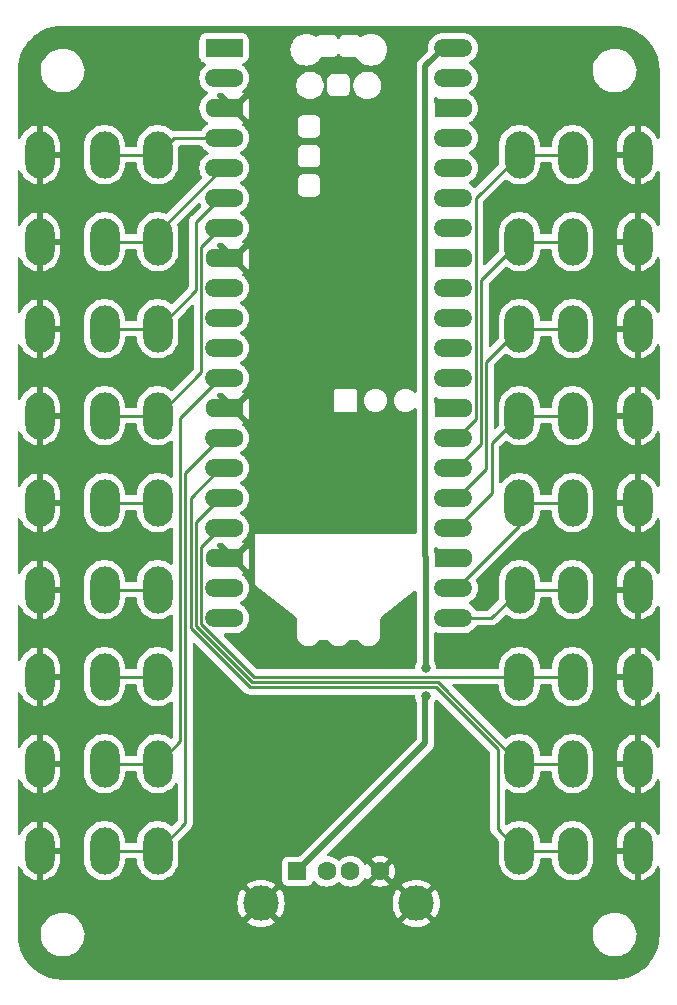
<source format=gbr>
%TF.GenerationSoftware,KiCad,Pcbnew,7.0.10*%
%TF.CreationDate,2024-03-07T13:06:01-05:00*%
%TF.ProjectId,adaptive-2040-nomoth,61646170-7469-4766-952d-323034302d6e,0*%
%TF.SameCoordinates,Original*%
%TF.FileFunction,Copper,L1,Top*%
%TF.FilePolarity,Positive*%
%FSLAX46Y46*%
G04 Gerber Fmt 4.6, Leading zero omitted, Abs format (unit mm)*
G04 Created by KiCad (PCBNEW 7.0.10) date 2024-03-07 13:06:01*
%MOMM*%
%LPD*%
G01*
G04 APERTURE LIST*
G04 Aperture macros list*
%AMRoundRect*
0 Rectangle with rounded corners*
0 $1 Rounding radius*
0 $2 $3 $4 $5 $6 $7 $8 $9 X,Y pos of 4 corners*
0 Add a 4 corners polygon primitive as box body*
4,1,4,$2,$3,$4,$5,$6,$7,$8,$9,$2,$3,0*
0 Add four circle primitives for the rounded corners*
1,1,$1+$1,$2,$3*
1,1,$1+$1,$4,$5*
1,1,$1+$1,$6,$7*
1,1,$1+$1,$8,$9*
0 Add four rect primitives between the rounded corners*
20,1,$1+$1,$2,$3,$4,$5,0*
20,1,$1+$1,$4,$5,$6,$7,0*
20,1,$1+$1,$6,$7,$8,$9,0*
20,1,$1+$1,$8,$9,$2,$3,0*%
%AMFreePoly0*
4,1,28,0.178017,0.779942,0.347107,0.720775,0.498792,0.625465,0.625465,0.498792,0.720775,0.347107,0.779942,0.178017,0.800000,0.000000,0.779942,-0.178017,0.720775,-0.347107,0.625465,-0.498792,0.498792,-0.625465,0.347107,-0.720775,0.178017,-0.779942,0.000000,-0.800000,-2.200000,-0.800000,-2.205014,-0.794986,-2.244504,-0.794986,-2.324698,-0.756366,-2.380194,-0.686777,-2.400000,-0.600000,
-2.400000,0.600000,-2.380194,0.686777,-2.324698,0.756366,-2.244504,0.794986,-2.205014,0.794986,-2.200000,0.800000,0.000000,0.800000,0.178017,0.779942,0.178017,0.779942,$1*%
%AMFreePoly1*
4,1,28,0.605014,0.794986,0.644504,0.794986,0.724698,0.756366,0.780194,0.686777,0.800000,0.600000,0.800000,-0.600000,0.780194,-0.686777,0.724698,-0.756366,0.644504,-0.794986,0.605014,-0.794986,0.600000,-0.800000,0.000000,-0.800000,-0.178017,-0.779942,-0.347107,-0.720775,-0.498792,-0.625465,-0.625465,-0.498792,-0.720775,-0.347107,-0.779942,-0.178017,-0.800000,0.000000,-0.779942,0.178017,
-0.720775,0.347107,-0.625465,0.498792,-0.498792,0.625465,-0.347107,0.720775,-0.178017,0.779942,0.000000,0.800000,0.600000,0.800000,0.605014,0.794986,0.605014,0.794986,$1*%
%AMFreePoly2*
4,1,29,0.605014,0.794986,0.644504,0.794986,0.724698,0.756366,0.780194,0.686777,0.800000,0.600000,0.800000,-0.600000,0.780194,-0.686777,0.724698,-0.756366,0.644504,-0.794986,0.605014,-0.794986,0.600000,-0.800000,0.000000,-0.800000,-1.600000,-0.800000,-1.778017,-0.779942,-1.947107,-0.720775,-2.098792,-0.625465,-2.225465,-0.498792,-2.320775,-0.347107,-2.379942,-0.178017,-2.400000,0.000000,
-2.379942,0.178017,-2.320775,0.347107,-2.225465,0.498792,-2.098792,0.625465,-1.947107,0.720775,-1.778017,0.779942,-1.600000,0.800000,0.600000,0.800000,0.605014,0.794986,0.605014,0.794986,$1*%
%AMFreePoly3*
4,1,28,0.178017,0.779942,0.347107,0.720775,0.498792,0.625465,0.625465,0.498792,0.720775,0.347107,0.779942,0.178017,0.800000,0.000000,0.779942,-0.178017,0.720775,-0.347107,0.625465,-0.498792,0.498792,-0.625465,0.347107,-0.720775,0.178017,-0.779942,0.000000,-0.800000,-0.600000,-0.800000,-0.605014,-0.794986,-0.644504,-0.794986,-0.724698,-0.756366,-0.780194,-0.686777,-0.800000,-0.600000,
-0.800000,0.600000,-0.780194,0.686777,-0.724698,0.756366,-0.644504,0.794986,-0.605014,0.794986,-0.600000,0.800000,0.000000,0.800000,0.178017,0.779942,0.178017,0.779942,$1*%
%AMFreePoly4*
4,1,29,1.778017,0.779942,1.947107,0.720775,2.098792,0.625465,2.225465,0.498792,2.320775,0.347107,2.379942,0.178017,2.400000,0.000000,2.379942,-0.178017,2.320775,-0.347107,2.225465,-0.498792,2.098792,-0.625465,1.947107,-0.720775,1.778017,-0.779942,1.600000,-0.800000,0.000000,-0.800000,-0.600000,-0.800000,-0.605014,-0.794986,-0.644504,-0.794986,-0.724698,-0.756366,-0.780194,-0.686777,
-0.800000,-0.600000,-0.800000,0.600000,-0.780194,0.686777,-0.724698,0.756366,-0.644504,0.794986,-0.605014,0.794986,-0.600000,0.800000,1.600000,0.800000,1.778017,0.779942,1.778017,0.779942,$1*%
G04 Aperture macros list end*
%TA.AperFunction,ComponentPad*%
%ADD10O,2.500000X4.000000*%
%TD*%
%TA.AperFunction,ComponentPad*%
%ADD11R,1.600000X1.500000*%
%TD*%
%TA.AperFunction,ComponentPad*%
%ADD12C,1.600000*%
%TD*%
%TA.AperFunction,ComponentPad*%
%ADD13C,3.000000*%
%TD*%
%TA.AperFunction,ComponentPad*%
%ADD14RoundRect,0.200000X-0.600000X-0.600000X0.600000X-0.600000X0.600000X0.600000X-0.600000X0.600000X0*%
%TD*%
%TA.AperFunction,SMDPad,CuDef*%
%ADD15FreePoly0,0.000000*%
%TD*%
%TA.AperFunction,SMDPad,CuDef*%
%ADD16RoundRect,0.800000X-0.800000X0.000000X0.800000X0.000000X0.800000X0.000000X-0.800000X0.000000X0*%
%TD*%
%TA.AperFunction,ComponentPad*%
%ADD17FreePoly1,0.000000*%
%TD*%
%TA.AperFunction,SMDPad,CuDef*%
%ADD18FreePoly2,0.000000*%
%TD*%
%TA.AperFunction,ComponentPad*%
%ADD19FreePoly3,0.000000*%
%TD*%
%TA.AperFunction,SMDPad,CuDef*%
%ADD20FreePoly4,0.000000*%
%TD*%
%TA.AperFunction,ViaPad*%
%ADD21C,0.800000*%
%TD*%
%TA.AperFunction,Conductor*%
%ADD22C,0.500000*%
%TD*%
%TA.AperFunction,Conductor*%
%ADD23C,0.250000*%
%TD*%
G04 APERTURE END LIST*
D10*
%TO.P,J10,S*%
%TO.N,GND*%
X79717000Y-177927000D03*
%TO.P,J10,T*%
%TO.N,B3*%
X85217000Y-177927000D03*
%TO.P,J10,TN*%
X89717000Y-177927000D03*
%TD*%
D11*
%TO.P,J1,1,VBUS*%
%TO.N,VBUS*%
X101529000Y-179679000D03*
D12*
%TO.P,J1,2,D-*%
%TO.N,DM*%
X104029000Y-179679000D03*
%TO.P,J1,3,D+*%
%TO.N,DP*%
X106029000Y-179679000D03*
%TO.P,J1,4,GND*%
%TO.N,GND*%
X108529000Y-179679000D03*
D13*
%TO.P,J1,5,Shield*%
X98459000Y-182389000D03*
X111599000Y-182389000D03*
%TD*%
D10*
%TO.P,J2,S*%
%TO.N,GND*%
X79717000Y-118999000D03*
%TO.P,J2,T*%
%TO.N,UP*%
X85217000Y-118999000D03*
%TO.P,J2,TN*%
X89717000Y-118999000D03*
%TD*%
%TO.P,J14,S*%
%TO.N,GND*%
X130349000Y-155829000D03*
%TO.P,J14,T*%
%TO.N,S1*%
X124849000Y-155829000D03*
%TO.P,J14,TN*%
X120349000Y-155829000D03*
%TD*%
%TO.P,J15,S*%
%TO.N,GND*%
X130341000Y-148463000D03*
%TO.P,J15,T*%
%TO.N,S2*%
X124841000Y-148463000D03*
%TO.P,J15,TN*%
X120341000Y-148463000D03*
%TD*%
%TO.P,J19,S*%
%TO.N,GND*%
X130349000Y-118999000D03*
%TO.P,J19,T*%
%TO.N,A2*%
X124849000Y-118999000D03*
%TO.P,J19,TN*%
X120349000Y-118999000D03*
%TD*%
%TO.P,J3,S*%
%TO.N,GND*%
X79717000Y-126365000D03*
%TO.P,J3,T*%
%TO.N,DOWN*%
X85217000Y-126365000D03*
%TO.P,J3,TN*%
X89717000Y-126365000D03*
%TD*%
%TO.P,J12,S*%
%TO.N,GND*%
X130341000Y-170561000D03*
%TO.P,J12,T*%
%TO.N,R1*%
X124841000Y-170561000D03*
%TO.P,J12,TN*%
X120341000Y-170561000D03*
%TD*%
%TO.P,J5,S*%
%TO.N,GND*%
X79717000Y-141097000D03*
%TO.P,J5,T*%
%TO.N,RIGHT*%
X85217000Y-141097000D03*
%TO.P,J5,TN*%
X89717000Y-141097000D03*
%TD*%
%TO.P,J17,S*%
%TO.N,GND*%
X130341000Y-133731000D03*
%TO.P,J17,T*%
%TO.N,R3*%
X124841000Y-133731000D03*
%TO.P,J17,TN*%
X120341000Y-133731000D03*
%TD*%
%TO.P,J4,S*%
%TO.N,GND*%
X79717000Y-133731000D03*
%TO.P,J4,T*%
%TO.N,LEFT*%
X85217000Y-133731000D03*
%TO.P,J4,TN*%
X89717000Y-133731000D03*
%TD*%
%TO.P,J9,S*%
%TO.N,GND*%
X79717000Y-170561000D03*
%TO.P,J9,T*%
%TO.N,L2*%
X85217000Y-170561000D03*
%TO.P,J9,TN*%
X89717000Y-170561000D03*
%TD*%
%TO.P,J7,S*%
%TO.N,GND*%
X79717000Y-155829000D03*
%TO.P,J7,T*%
%TO.N,B2*%
X85217000Y-155829000D03*
%TO.P,J7,TN*%
X89717000Y-155829000D03*
%TD*%
%TO.P,J16,S*%
%TO.N,GND*%
X130341000Y-141097000D03*
%TO.P,J16,T*%
%TO.N,L3*%
X124841000Y-141097000D03*
%TO.P,J16,TN*%
X120341000Y-141097000D03*
%TD*%
%TO.P,J6,S*%
%TO.N,GND*%
X79717000Y-148463000D03*
%TO.P,J6,T*%
%TO.N,B1*%
X85217000Y-148463000D03*
%TO.P,J6,TN*%
X89717000Y-148463000D03*
%TD*%
D14*
%TO.P,U1,1,GPIO0*%
%TO.N,DP*%
X96139000Y-109982000D03*
D15*
X96139000Y-109982000D03*
D12*
%TO.P,U1,2,GPIO1*%
%TO.N,DM*%
X96139000Y-112522000D03*
D16*
X95339000Y-112522000D03*
D17*
%TO.P,U1,3,GND*%
%TO.N,GND*%
X96139000Y-115062000D03*
D18*
X96139000Y-115062000D03*
D12*
%TO.P,U1,4,GPIO2*%
%TO.N,UP*%
X96139000Y-117602000D03*
D16*
X95339000Y-117602000D03*
D12*
%TO.P,U1,5,GPIO3*%
%TO.N,DOWN*%
X96139000Y-120142000D03*
D16*
X95339000Y-120142000D03*
D12*
%TO.P,U1,6,GPIO4*%
%TO.N,LEFT*%
X96139000Y-122682000D03*
D16*
X95339000Y-122682000D03*
D12*
%TO.P,U1,7,GPIO5*%
%TO.N,RIGHT*%
X96139000Y-125222000D03*
D16*
X95339000Y-125222000D03*
D17*
%TO.P,U1,8,GND*%
%TO.N,GND*%
X96139000Y-127762000D03*
D18*
X96139000Y-127762000D03*
D12*
%TO.P,U1,9,GPIO6*%
%TO.N,B1*%
X96139000Y-130302000D03*
D16*
X95339000Y-130302000D03*
D12*
%TO.P,U1,10,GPIO7*%
%TO.N,B2*%
X96139000Y-132842000D03*
D16*
X95339000Y-132842000D03*
D12*
%TO.P,U1,11,GPIO8*%
%TO.N,R2*%
X96139000Y-135382000D03*
D16*
X95339000Y-135382000D03*
D12*
%TO.P,U1,12,GPIO9*%
%TO.N,L2*%
X96139000Y-137922000D03*
D16*
X95339000Y-137922000D03*
D17*
%TO.P,U1,13,GND*%
%TO.N,GND*%
X96139000Y-140462000D03*
D18*
X96139000Y-140462000D03*
D12*
%TO.P,U1,14,GPIO10*%
%TO.N,B3*%
X96139000Y-143002000D03*
D16*
X95339000Y-143002000D03*
D12*
%TO.P,U1,15,GPIO11*%
%TO.N,B4*%
X96139000Y-145542000D03*
D16*
X95339000Y-145542000D03*
D12*
%TO.P,U1,16,GPIO12*%
%TO.N,R1*%
X96139000Y-148082000D03*
D16*
X95339000Y-148082000D03*
D12*
%TO.P,U1,17,GPIO13*%
%TO.N,L1*%
X96139000Y-150622000D03*
D16*
X95339000Y-150622000D03*
D17*
%TO.P,U1,18,GND*%
%TO.N,GND*%
X96139000Y-153162000D03*
D18*
X96139000Y-153162000D03*
D12*
%TO.P,U1,19,GPIO14*%
%TO.N,unconnected-(U1-GPIO14-Pad19)*%
X96139000Y-155702000D03*
D16*
X95339000Y-155702000D03*
D12*
%TO.P,U1,20,GPIO15*%
%TO.N,unconnected-(U1-GPIO15-Pad20)*%
X96139000Y-158242000D03*
D16*
X95339000Y-158242000D03*
D12*
%TO.P,U1,21,GPIO16*%
%TO.N,S1*%
X113919000Y-158242000D03*
D16*
X114719000Y-158242000D03*
D12*
%TO.P,U1,22,GPIO17*%
%TO.N,S2*%
X113919000Y-155702000D03*
D16*
X114719000Y-155702000D03*
D19*
%TO.P,U1,23,GND*%
%TO.N,GND*%
X113919000Y-153162000D03*
D20*
X113919000Y-153162000D03*
D12*
%TO.P,U1,24,GPIO18*%
%TO.N,L3*%
X113919000Y-150622000D03*
D16*
X114719000Y-150622000D03*
D12*
%TO.P,U1,25,GPIO19*%
%TO.N,R3*%
X113919000Y-148082000D03*
D16*
X114719000Y-148082000D03*
D12*
%TO.P,U1,26,GPIO20*%
%TO.N,A1*%
X113919000Y-145542000D03*
D16*
X114719000Y-145542000D03*
D12*
%TO.P,U1,27,GPIO21*%
%TO.N,A2*%
X113919000Y-143002000D03*
D16*
X114719000Y-143002000D03*
D19*
%TO.P,U1,28,GND*%
%TO.N,GND*%
X113919000Y-140462000D03*
D20*
X113919000Y-140462000D03*
D12*
%TO.P,U1,29,GPIO22*%
%TO.N,unconnected-(U1-GPIO22-Pad29)*%
X113919000Y-137922000D03*
D16*
X114719000Y-137922000D03*
D12*
%TO.P,U1,30,RUN*%
%TO.N,unconnected-(U1-RUN-Pad30)*%
X113919000Y-135382000D03*
D16*
X114719000Y-135382000D03*
D12*
%TO.P,U1,31,GPIO26_ADC0*%
%TO.N,unconnected-(U1-GPIO26_ADC0-Pad31)*%
X113919000Y-132842000D03*
D16*
X114719000Y-132842000D03*
D12*
%TO.P,U1,32,GPIO27_ADC1*%
%TO.N,unconnected-(U1-GPIO27_ADC1-Pad32)*%
X113919000Y-130302000D03*
D16*
X114719000Y-130302000D03*
D19*
%TO.P,U1,33,AGND*%
%TO.N,unconnected-(U1-AGND-Pad33)*%
X113919000Y-127762000D03*
D20*
X113919000Y-127762000D03*
D12*
%TO.P,U1,34,GPIO28_ADC2*%
%TO.N,unconnected-(U1-GPIO28_ADC2-Pad34)*%
X113919000Y-125222000D03*
D16*
X114719000Y-125222000D03*
D12*
%TO.P,U1,35,ADC_VREF*%
%TO.N,unconnected-(U1-ADC_VREF-Pad35)*%
X113919000Y-122682000D03*
D16*
X114719000Y-122682000D03*
D12*
%TO.P,U1,36,3V3*%
%TO.N,unconnected-(U1-3V3-Pad36)*%
X113919000Y-120142000D03*
D16*
X114719000Y-120142000D03*
D12*
%TO.P,U1,37,3V3_EN*%
%TO.N,unconnected-(U1-3V3_EN-Pad37)*%
X113919000Y-117602000D03*
D16*
X114719000Y-117602000D03*
D19*
%TO.P,U1,38,GND*%
%TO.N,GND*%
X113919000Y-115062000D03*
D20*
X113919000Y-115062000D03*
D12*
%TO.P,U1,39,VSYS*%
%TO.N,unconnected-(U1-VSYS-Pad39)*%
X113919000Y-112522000D03*
D16*
X114719000Y-112522000D03*
D12*
%TO.P,U1,40,VBUS*%
%TO.N,VBUS*%
X113919000Y-109982000D03*
D16*
X114719000Y-109982000D03*
%TD*%
D10*
%TO.P,J8,S*%
%TO.N,GND*%
X79717000Y-163195000D03*
%TO.P,J8,T*%
%TO.N,R2*%
X85217000Y-163195000D03*
%TO.P,J8,TN*%
X89717000Y-163195000D03*
%TD*%
%TO.P,J11,S*%
%TO.N,GND*%
X130341000Y-177927000D03*
%TO.P,J11,T*%
%TO.N,B4*%
X124841000Y-177927000D03*
%TO.P,J11,TN*%
X120341000Y-177927000D03*
%TD*%
%TO.P,J13,S*%
%TO.N,GND*%
X130341000Y-163195000D03*
%TO.P,J13,T*%
%TO.N,L1*%
X124841000Y-163195000D03*
%TO.P,J13,TN*%
X120341000Y-163195000D03*
%TD*%
%TO.P,J18,S*%
%TO.N,GND*%
X130341000Y-126365000D03*
%TO.P,J18,T*%
%TO.N,A1*%
X124841000Y-126365000D03*
%TO.P,J18,TN*%
X120341000Y-126365000D03*
%TD*%
D21*
%TO.N,VBUS*%
X112395000Y-162470000D03*
X112395000Y-164820000D03*
%TD*%
D22*
%TO.N,VBUS*%
X112379000Y-153019000D02*
X112395000Y-153035000D01*
X112379000Y-111522000D02*
X112379000Y-153019000D01*
X101529000Y-179679000D02*
X112379000Y-168829000D01*
X112379000Y-164836000D02*
X112379000Y-168829000D01*
X112379000Y-111522000D02*
X113919000Y-109982000D01*
X112395000Y-164820000D02*
X112379000Y-164836000D01*
X112395000Y-153035000D02*
X112395000Y-162470000D01*
D23*
%TO.N,UP*%
X91114000Y-117602000D02*
X89717000Y-118999000D01*
X96139000Y-117602000D02*
X91114000Y-117602000D01*
X85217000Y-118999000D02*
X89717000Y-118999000D01*
%TO.N,DOWN*%
X95190000Y-120142000D02*
X96139000Y-120142000D01*
X89717000Y-125615000D02*
X95190000Y-120142000D01*
X85217000Y-126365000D02*
X89717000Y-126365000D01*
X89717000Y-126365000D02*
X89717000Y-125615000D01*
%TO.N,LEFT*%
X92958938Y-130489062D02*
X92958938Y-124730692D01*
X85217000Y-133731000D02*
X89717000Y-133731000D01*
X89717000Y-133731000D02*
X92958938Y-130489062D01*
X92958938Y-124730692D02*
X95007630Y-122682000D01*
X95007630Y-122682000D02*
X96139000Y-122682000D01*
%TO.N,RIGHT*%
X89717000Y-141097000D02*
X93408938Y-137405062D01*
X95007630Y-125222000D02*
X96139000Y-125222000D01*
X93408938Y-126820692D02*
X95007630Y-125222000D01*
X85217000Y-141097000D02*
X89717000Y-141097000D01*
X93408938Y-137405062D02*
X93408938Y-126820692D01*
%TO.N,B1*%
X85217000Y-148463000D02*
X89717000Y-148463000D01*
%TO.N,B2*%
X85217000Y-155829000D02*
X89717000Y-155829000D01*
%TO.N,R2*%
X85217000Y-163195000D02*
X89717000Y-163195000D01*
%TO.N,L2*%
X91608938Y-141320692D02*
X95007630Y-137922000D01*
X89717000Y-170561000D02*
X91608938Y-168669062D01*
X95007630Y-137922000D02*
X96139000Y-137922000D01*
X85217000Y-170561000D02*
X89717000Y-170561000D01*
X91608938Y-168669062D02*
X91608938Y-141320692D01*
%TO.N,B3*%
X92058938Y-175585062D02*
X92058938Y-145950692D01*
X95007630Y-143002000D02*
X96139000Y-143002000D01*
X92058938Y-145950692D02*
X95007630Y-143002000D01*
X89717000Y-177927000D02*
X92058938Y-175585062D01*
X85217000Y-177927000D02*
X89717000Y-177927000D01*
%TO.N,B4*%
X113238604Y-164095000D02*
X97528218Y-164095000D01*
X92508938Y-148040692D02*
X95007630Y-145542000D01*
X120341000Y-177927000D02*
X118491000Y-176077000D01*
X124841000Y-177927000D02*
X120341000Y-177927000D01*
X92508938Y-159075720D02*
X92508938Y-148040692D01*
X97528218Y-164095000D02*
X92508938Y-159075720D01*
X118491000Y-176077000D02*
X118491000Y-169347396D01*
X95007630Y-145542000D02*
X96139000Y-145542000D01*
X118491000Y-169347396D02*
X113238604Y-164095000D01*
%TO.N,R1*%
X97714614Y-163645000D02*
X92958938Y-158889324D01*
X120341000Y-170561000D02*
X124841000Y-170561000D01*
X92958938Y-158889324D02*
X92958938Y-150130692D01*
X120341000Y-170561000D02*
X113425000Y-163645000D01*
X113425000Y-163645000D02*
X97714614Y-163645000D01*
X95007630Y-148082000D02*
X96139000Y-148082000D01*
X92958938Y-150130692D02*
X95007630Y-148082000D01*
%TO.N,L1*%
X97901010Y-163195000D02*
X93408938Y-158702928D01*
X93408938Y-158702928D02*
X93408938Y-152220692D01*
X95007630Y-150622000D02*
X96139000Y-150622000D01*
X120341000Y-163195000D02*
X124841000Y-163195000D01*
X93408938Y-152220692D02*
X95007630Y-150622000D01*
X120341000Y-163195000D02*
X97901010Y-163195000D01*
%TO.N,S1*%
X120349000Y-155829000D02*
X124849000Y-155829000D01*
X117936000Y-158242000D02*
X120349000Y-155829000D01*
X113919000Y-158242000D02*
X117936000Y-158242000D01*
%TO.N,S2*%
X120341000Y-148463000D02*
X124841000Y-148463000D01*
X120341000Y-150411370D02*
X120341000Y-148463000D01*
X113919000Y-155702000D02*
X115050370Y-155702000D01*
X115050370Y-155702000D02*
X120341000Y-150411370D01*
%TO.N,L3*%
X120341000Y-141097000D02*
X117999062Y-143438938D01*
X120341000Y-141097000D02*
X124841000Y-141097000D01*
X117999062Y-143438938D02*
X117999062Y-147673308D01*
X115050370Y-150622000D02*
X113919000Y-150622000D01*
X117999062Y-147673308D02*
X115050370Y-150622000D01*
%TO.N,R3*%
X117549062Y-136522938D02*
X120341000Y-133731000D01*
X120341000Y-133731000D02*
X124841000Y-133731000D01*
X117549062Y-145583308D02*
X117549062Y-136522938D01*
X113919000Y-148082000D02*
X115050370Y-148082000D01*
X115050370Y-148082000D02*
X117549062Y-145583308D01*
%TO.N,A1*%
X113919000Y-145542000D02*
X115050370Y-145542000D01*
X120341000Y-126365000D02*
X124841000Y-126365000D01*
X115050370Y-145542000D02*
X117099062Y-143493308D01*
X117099062Y-129606938D02*
X120341000Y-126365000D01*
X117099062Y-143493308D02*
X117099062Y-129606938D01*
%TO.N,A2*%
X116649062Y-141403308D02*
X115050370Y-143002000D01*
X120349000Y-118999000D02*
X124849000Y-118999000D01*
X120349000Y-118999000D02*
X116649062Y-122698938D01*
X115050370Y-143002000D02*
X113919000Y-143002000D01*
X116649062Y-122698938D02*
X116649062Y-141403308D01*
%TD*%
%TA.AperFunction,Conductor*%
%TO.N,GND*%
G36*
X95268731Y-151942185D02*
G01*
X95289373Y-151958819D01*
X95861657Y-152531104D01*
X96006466Y-152675913D01*
X95996685Y-152677320D01*
X95865900Y-152737048D01*
X95757239Y-152831202D01*
X95679507Y-152952156D01*
X95655923Y-153032476D01*
X94757628Y-152134181D01*
X94724143Y-152072858D01*
X94729127Y-152003166D01*
X94770999Y-151947233D01*
X94836463Y-151922816D01*
X94845309Y-151922500D01*
X95201692Y-151922500D01*
X95268731Y-151942185D01*
G37*
%TD.AperFunction*%
%TA.AperFunction,Conductor*%
G36*
X113334703Y-152224595D02*
G01*
X113341181Y-152230627D01*
X113641657Y-152531104D01*
X113786466Y-152675913D01*
X113776685Y-152677320D01*
X113645900Y-152737048D01*
X113537239Y-152831202D01*
X113459507Y-152952156D01*
X113435923Y-153032476D01*
X113165819Y-152762372D01*
X113132334Y-152701049D01*
X113129500Y-152674691D01*
X113129500Y-152318308D01*
X113149185Y-152251269D01*
X113201989Y-152205514D01*
X113271147Y-152195570D01*
X113334703Y-152224595D01*
G37*
%TD.AperFunction*%
%TA.AperFunction,Conductor*%
G36*
X95268731Y-139242185D02*
G01*
X95289373Y-139258819D01*
X95828700Y-139798147D01*
X96006466Y-139975913D01*
X95996685Y-139977320D01*
X95865900Y-140037048D01*
X95757239Y-140131202D01*
X95679507Y-140252156D01*
X95655923Y-140332476D01*
X94757628Y-139434181D01*
X94724143Y-139372858D01*
X94729127Y-139303166D01*
X94770999Y-139247233D01*
X94836463Y-139222816D01*
X94845309Y-139222500D01*
X95201692Y-139222500D01*
X95268731Y-139242185D01*
G37*
%TD.AperFunction*%
%TA.AperFunction,Conductor*%
G36*
X113334703Y-139524595D02*
G01*
X113341181Y-139530627D01*
X113608700Y-139798147D01*
X113786466Y-139975913D01*
X113776685Y-139977320D01*
X113645900Y-140037048D01*
X113537239Y-140131202D01*
X113459507Y-140252156D01*
X113435923Y-140332476D01*
X113165819Y-140062372D01*
X113132334Y-140001049D01*
X113129500Y-139974691D01*
X113129500Y-139618308D01*
X113149185Y-139551269D01*
X113201989Y-139505514D01*
X113271147Y-139495570D01*
X113334703Y-139524595D01*
G37*
%TD.AperFunction*%
%TA.AperFunction,Conductor*%
G36*
X95268731Y-126542185D02*
G01*
X95289373Y-126558819D01*
X95874499Y-127143946D01*
X96006466Y-127275913D01*
X95996685Y-127277320D01*
X95865900Y-127337048D01*
X95757239Y-127431202D01*
X95679507Y-127552156D01*
X95655923Y-127632476D01*
X94757628Y-126734181D01*
X94724143Y-126672858D01*
X94729127Y-126603166D01*
X94770999Y-126547233D01*
X94836463Y-126522816D01*
X94845309Y-126522500D01*
X95201692Y-126522500D01*
X95268731Y-126542185D01*
G37*
%TD.AperFunction*%
%TA.AperFunction,Conductor*%
G36*
X95268731Y-113842185D02*
G01*
X95289373Y-113858819D01*
X95861657Y-114431104D01*
X96006466Y-114575913D01*
X95996685Y-114577320D01*
X95865900Y-114637048D01*
X95757239Y-114731202D01*
X95679507Y-114852156D01*
X95655923Y-114932476D01*
X94757628Y-114034181D01*
X94724143Y-113972858D01*
X94729127Y-113903166D01*
X94770999Y-113847233D01*
X94836463Y-113822816D01*
X94845309Y-113822500D01*
X95201692Y-113822500D01*
X95268731Y-113842185D01*
G37*
%TD.AperFunction*%
%TA.AperFunction,Conductor*%
G36*
X113334703Y-114124595D02*
G01*
X113341181Y-114130627D01*
X113641657Y-114431104D01*
X113786466Y-114575913D01*
X113776685Y-114577320D01*
X113645900Y-114637048D01*
X113537239Y-114731202D01*
X113459507Y-114852156D01*
X113435923Y-114932476D01*
X113165819Y-114662372D01*
X113132334Y-114601049D01*
X113129500Y-114574691D01*
X113129500Y-114218308D01*
X113149185Y-114151269D01*
X113201989Y-114105514D01*
X113271147Y-114095570D01*
X113334703Y-114124595D01*
G37*
%TD.AperFunction*%
%TA.AperFunction,Conductor*%
G36*
X128400032Y-108077649D02*
G01*
X128402828Y-108077786D01*
X128549663Y-108084999D01*
X128772097Y-108096658D01*
X128783757Y-108097825D01*
X128959923Y-108123957D01*
X128960840Y-108124098D01*
X129154424Y-108154758D01*
X129165111Y-108156938D01*
X129342944Y-108201483D01*
X129344696Y-108201938D01*
X129528842Y-108251279D01*
X129538513Y-108254301D01*
X129713097Y-108316768D01*
X129715743Y-108317748D01*
X129891560Y-108385238D01*
X129900091Y-108388886D01*
X130068811Y-108468685D01*
X130071954Y-108470228D01*
X130238803Y-108555242D01*
X130246239Y-108559359D01*
X130406823Y-108655610D01*
X130410530Y-108657923D01*
X130567016Y-108759546D01*
X130573337Y-108763937D01*
X130723991Y-108875669D01*
X130728150Y-108878893D01*
X130871525Y-108994995D01*
X130872861Y-108996077D01*
X130878098Y-109000565D01*
X131017185Y-109126626D01*
X131021593Y-109130823D01*
X131153175Y-109262405D01*
X131157372Y-109266813D01*
X131283433Y-109405900D01*
X131287921Y-109411137D01*
X131405097Y-109555837D01*
X131408329Y-109560007D01*
X131520061Y-109710661D01*
X131524458Y-109716991D01*
X131626057Y-109873439D01*
X131628406Y-109877204D01*
X131724634Y-110037751D01*
X131728761Y-110045205D01*
X131813750Y-110212005D01*
X131815341Y-110215245D01*
X131895097Y-110383873D01*
X131898766Y-110392453D01*
X131966243Y-110568238D01*
X131967230Y-110570901D01*
X132029697Y-110745485D01*
X132032721Y-110755165D01*
X132082033Y-110939198D01*
X132082542Y-110941162D01*
X132127055Y-111118866D01*
X132129244Y-111129598D01*
X132159874Y-111322991D01*
X132160059Y-111324194D01*
X132186170Y-111500220D01*
X132187342Y-111511925D01*
X132198993Y-111734222D01*
X132199014Y-111734627D01*
X132206351Y-111883967D01*
X132206500Y-111890052D01*
X132206500Y-117536431D01*
X132186815Y-117603470D01*
X132134011Y-117649225D01*
X132064853Y-117659169D01*
X132001297Y-117630144D01*
X131967072Y-117581734D01*
X131930115Y-117487571D01*
X131798971Y-117260426D01*
X131635437Y-117055360D01*
X131635429Y-117055351D01*
X131443169Y-116876959D01*
X131443167Y-116876958D01*
X131226454Y-116729206D01*
X131226445Y-116729201D01*
X130990142Y-116615404D01*
X130990144Y-116615404D01*
X130739512Y-116538094D01*
X130739506Y-116538093D01*
X130599000Y-116516914D01*
X130599000Y-117815313D01*
X130558844Y-117789507D01*
X130420889Y-117749000D01*
X130277111Y-117749000D01*
X130139156Y-117789507D01*
X130099000Y-117815313D01*
X130099000Y-116516914D01*
X129958493Y-116538093D01*
X129958487Y-116538094D01*
X129707858Y-116615404D01*
X129707854Y-116615405D01*
X129471550Y-116729204D01*
X129471546Y-116729206D01*
X129254832Y-116876958D01*
X129254830Y-116876959D01*
X129062570Y-117055351D01*
X129062562Y-117055360D01*
X128899028Y-117260426D01*
X128767883Y-117487573D01*
X128672058Y-117731729D01*
X128613693Y-117987449D01*
X128613692Y-117987453D01*
X128599000Y-118183501D01*
X128599000Y-118749000D01*
X129849000Y-118749000D01*
X129849000Y-119249000D01*
X128599000Y-119249000D01*
X128599000Y-119814498D01*
X128613692Y-120010546D01*
X128613693Y-120010550D01*
X128672058Y-120266270D01*
X128767883Y-120510426D01*
X128767882Y-120510426D01*
X128899028Y-120737573D01*
X129062562Y-120942639D01*
X129062570Y-120942648D01*
X129254830Y-121121040D01*
X129254832Y-121121041D01*
X129471545Y-121268793D01*
X129471554Y-121268798D01*
X129707857Y-121382595D01*
X129707855Y-121382595D01*
X129958494Y-121459907D01*
X129958502Y-121459909D01*
X130099000Y-121481085D01*
X130099000Y-120182686D01*
X130139156Y-120208493D01*
X130277111Y-120249000D01*
X130420889Y-120249000D01*
X130558844Y-120208493D01*
X130599000Y-120182686D01*
X130599000Y-121481084D01*
X130739497Y-121459909D01*
X130739505Y-121459907D01*
X130990141Y-121382595D01*
X130990145Y-121382594D01*
X131226449Y-121268795D01*
X131226453Y-121268793D01*
X131443167Y-121121041D01*
X131443169Y-121121040D01*
X131635429Y-120942648D01*
X131635437Y-120942639D01*
X131798971Y-120737573D01*
X131930116Y-120510426D01*
X131967072Y-120416266D01*
X132009888Y-120361052D01*
X132075758Y-120337751D01*
X132143768Y-120353762D01*
X132192327Y-120404000D01*
X132206500Y-120461568D01*
X132206500Y-124922815D01*
X132186815Y-124989854D01*
X132134011Y-125035609D01*
X132064853Y-125045553D01*
X132001297Y-125016528D01*
X131967072Y-124968117D01*
X131922116Y-124853573D01*
X131922117Y-124853573D01*
X131790971Y-124626426D01*
X131627437Y-124421360D01*
X131627429Y-124421351D01*
X131435169Y-124242959D01*
X131435167Y-124242958D01*
X131218454Y-124095206D01*
X131218445Y-124095201D01*
X130982142Y-123981404D01*
X130982144Y-123981404D01*
X130731512Y-123904094D01*
X130731506Y-123904093D01*
X130591000Y-123882914D01*
X130591000Y-125181313D01*
X130550844Y-125155507D01*
X130412889Y-125115000D01*
X130269111Y-125115000D01*
X130131156Y-125155507D01*
X130091000Y-125181313D01*
X130091000Y-123882914D01*
X129950493Y-123904093D01*
X129950487Y-123904094D01*
X129699858Y-123981404D01*
X129699854Y-123981405D01*
X129463550Y-124095204D01*
X129463546Y-124095206D01*
X129246832Y-124242958D01*
X129246830Y-124242959D01*
X129054570Y-124421351D01*
X129054562Y-124421360D01*
X128891028Y-124626426D01*
X128759883Y-124853573D01*
X128664058Y-125097729D01*
X128605693Y-125353449D01*
X128605692Y-125353453D01*
X128591000Y-125549501D01*
X128591000Y-126115000D01*
X129841000Y-126115000D01*
X129841000Y-126615000D01*
X128591000Y-126615000D01*
X128591000Y-127180498D01*
X128605692Y-127376546D01*
X128605693Y-127376550D01*
X128664058Y-127632270D01*
X128759883Y-127876426D01*
X128759882Y-127876426D01*
X128891028Y-128103573D01*
X129054562Y-128308639D01*
X129054570Y-128308648D01*
X129246830Y-128487040D01*
X129246832Y-128487041D01*
X129463545Y-128634793D01*
X129463554Y-128634798D01*
X129699857Y-128748595D01*
X129699855Y-128748595D01*
X129950494Y-128825907D01*
X129950502Y-128825909D01*
X130091000Y-128847085D01*
X130091000Y-127548686D01*
X130131156Y-127574493D01*
X130269111Y-127615000D01*
X130412889Y-127615000D01*
X130550844Y-127574493D01*
X130591000Y-127548686D01*
X130591000Y-128847084D01*
X130731497Y-128825909D01*
X130731505Y-128825907D01*
X130982141Y-128748595D01*
X130982145Y-128748594D01*
X131218449Y-128634795D01*
X131218453Y-128634793D01*
X131435167Y-128487041D01*
X131435169Y-128487040D01*
X131627429Y-128308648D01*
X131627437Y-128308639D01*
X131790971Y-128103573D01*
X131922116Y-127876426D01*
X131967072Y-127761882D01*
X132009888Y-127706668D01*
X132075757Y-127683367D01*
X132143768Y-127699378D01*
X132192327Y-127749616D01*
X132206500Y-127807184D01*
X132206500Y-132288815D01*
X132186815Y-132355854D01*
X132134011Y-132401609D01*
X132064853Y-132411553D01*
X132001297Y-132382528D01*
X131967072Y-132334117D01*
X131922116Y-132219573D01*
X131922117Y-132219573D01*
X131790971Y-131992426D01*
X131627437Y-131787360D01*
X131627429Y-131787351D01*
X131435169Y-131608959D01*
X131435167Y-131608958D01*
X131218454Y-131461206D01*
X131218445Y-131461201D01*
X130982142Y-131347404D01*
X130982144Y-131347404D01*
X130731512Y-131270094D01*
X130731506Y-131270093D01*
X130591000Y-131248914D01*
X130591000Y-132547313D01*
X130550844Y-132521507D01*
X130412889Y-132481000D01*
X130269111Y-132481000D01*
X130131156Y-132521507D01*
X130091000Y-132547313D01*
X130091000Y-131248914D01*
X129950493Y-131270093D01*
X129950487Y-131270094D01*
X129699858Y-131347404D01*
X129699854Y-131347405D01*
X129463550Y-131461204D01*
X129463546Y-131461206D01*
X129246832Y-131608958D01*
X129246830Y-131608959D01*
X129054570Y-131787351D01*
X129054562Y-131787360D01*
X128891028Y-131992426D01*
X128759883Y-132219573D01*
X128664058Y-132463729D01*
X128605693Y-132719449D01*
X128605692Y-132719453D01*
X128591000Y-132915501D01*
X128591000Y-133481000D01*
X129841000Y-133481000D01*
X129841000Y-133981000D01*
X128591000Y-133981000D01*
X128591000Y-134546498D01*
X128605692Y-134742546D01*
X128605693Y-134742550D01*
X128664058Y-134998270D01*
X128759883Y-135242426D01*
X128759882Y-135242426D01*
X128891028Y-135469573D01*
X129054562Y-135674639D01*
X129054570Y-135674648D01*
X129246830Y-135853040D01*
X129246832Y-135853041D01*
X129463545Y-136000793D01*
X129463554Y-136000798D01*
X129699857Y-136114595D01*
X129699855Y-136114595D01*
X129950494Y-136191907D01*
X129950502Y-136191909D01*
X130091000Y-136213085D01*
X130091000Y-134914686D01*
X130131156Y-134940493D01*
X130269111Y-134981000D01*
X130412889Y-134981000D01*
X130550844Y-134940493D01*
X130591000Y-134914686D01*
X130591000Y-136213084D01*
X130731497Y-136191909D01*
X130731505Y-136191907D01*
X130982141Y-136114595D01*
X130982145Y-136114594D01*
X131218449Y-136000795D01*
X131218453Y-136000793D01*
X131435167Y-135853041D01*
X131435169Y-135853040D01*
X131627429Y-135674648D01*
X131627437Y-135674639D01*
X131790971Y-135469573D01*
X131922116Y-135242426D01*
X131967072Y-135127882D01*
X132009888Y-135072668D01*
X132075757Y-135049367D01*
X132143768Y-135065378D01*
X132192327Y-135115616D01*
X132206500Y-135173184D01*
X132206500Y-139654815D01*
X132186815Y-139721854D01*
X132134011Y-139767609D01*
X132064853Y-139777553D01*
X132001297Y-139748528D01*
X131967072Y-139700117D01*
X131922116Y-139585573D01*
X131922117Y-139585573D01*
X131790971Y-139358426D01*
X131627437Y-139153360D01*
X131627429Y-139153351D01*
X131435169Y-138974959D01*
X131435167Y-138974958D01*
X131218454Y-138827206D01*
X131218445Y-138827201D01*
X130982142Y-138713404D01*
X130982144Y-138713404D01*
X130731512Y-138636094D01*
X130731506Y-138636093D01*
X130591000Y-138614914D01*
X130591000Y-139913313D01*
X130550844Y-139887507D01*
X130412889Y-139847000D01*
X130269111Y-139847000D01*
X130131156Y-139887507D01*
X130091000Y-139913313D01*
X130091000Y-138614914D01*
X129950493Y-138636093D01*
X129950487Y-138636094D01*
X129699858Y-138713404D01*
X129699854Y-138713405D01*
X129463550Y-138827204D01*
X129463546Y-138827206D01*
X129246832Y-138974958D01*
X129246830Y-138974959D01*
X129054570Y-139153351D01*
X129054562Y-139153360D01*
X128891028Y-139358426D01*
X128759883Y-139585573D01*
X128664058Y-139829729D01*
X128605693Y-140085449D01*
X128605692Y-140085453D01*
X128591000Y-140281501D01*
X128591000Y-140847000D01*
X129841000Y-140847000D01*
X129841000Y-141347000D01*
X128591000Y-141347000D01*
X128591000Y-141912498D01*
X128605692Y-142108546D01*
X128605693Y-142108550D01*
X128664058Y-142364270D01*
X128759883Y-142608426D01*
X128759882Y-142608426D01*
X128891028Y-142835573D01*
X129054562Y-143040639D01*
X129054570Y-143040648D01*
X129246830Y-143219040D01*
X129246832Y-143219041D01*
X129463545Y-143366793D01*
X129463554Y-143366798D01*
X129699857Y-143480595D01*
X129699855Y-143480595D01*
X129950494Y-143557907D01*
X129950502Y-143557909D01*
X130091000Y-143579085D01*
X130091000Y-142280686D01*
X130131156Y-142306493D01*
X130269111Y-142347000D01*
X130412889Y-142347000D01*
X130550844Y-142306493D01*
X130591000Y-142280686D01*
X130591000Y-143579084D01*
X130731497Y-143557909D01*
X130731505Y-143557907D01*
X130982141Y-143480595D01*
X130982145Y-143480594D01*
X131218449Y-143366795D01*
X131218453Y-143366793D01*
X131435167Y-143219041D01*
X131435169Y-143219040D01*
X131627429Y-143040648D01*
X131627437Y-143040639D01*
X131790971Y-142835573D01*
X131922116Y-142608426D01*
X131967072Y-142493882D01*
X132009888Y-142438668D01*
X132075757Y-142415367D01*
X132143768Y-142431378D01*
X132192327Y-142481616D01*
X132206500Y-142539184D01*
X132206500Y-147020815D01*
X132186815Y-147087854D01*
X132134011Y-147133609D01*
X132064853Y-147143553D01*
X132001297Y-147114528D01*
X131967072Y-147066117D01*
X131922116Y-146951573D01*
X131922117Y-146951573D01*
X131790971Y-146724426D01*
X131627437Y-146519360D01*
X131627429Y-146519351D01*
X131435169Y-146340959D01*
X131435167Y-146340958D01*
X131218454Y-146193206D01*
X131218445Y-146193201D01*
X130982142Y-146079404D01*
X130982144Y-146079404D01*
X130731512Y-146002094D01*
X130731506Y-146002093D01*
X130591000Y-145980914D01*
X130591000Y-147279313D01*
X130550844Y-147253507D01*
X130412889Y-147213000D01*
X130269111Y-147213000D01*
X130131156Y-147253507D01*
X130091000Y-147279313D01*
X130091000Y-145980914D01*
X129950493Y-146002093D01*
X129950487Y-146002094D01*
X129699858Y-146079404D01*
X129699854Y-146079405D01*
X129463550Y-146193204D01*
X129463546Y-146193206D01*
X129246832Y-146340958D01*
X129246830Y-146340959D01*
X129054570Y-146519351D01*
X129054562Y-146519360D01*
X128891028Y-146724426D01*
X128759883Y-146951573D01*
X128664058Y-147195729D01*
X128605693Y-147451449D01*
X128605692Y-147451453D01*
X128591000Y-147647501D01*
X128591000Y-148213000D01*
X129841000Y-148213000D01*
X129841000Y-148713000D01*
X128591000Y-148713000D01*
X128591000Y-149278498D01*
X128605692Y-149474546D01*
X128605693Y-149474550D01*
X128664058Y-149730270D01*
X128759883Y-149974426D01*
X128759882Y-149974426D01*
X128891028Y-150201573D01*
X129054562Y-150406639D01*
X129054570Y-150406648D01*
X129246830Y-150585040D01*
X129246832Y-150585041D01*
X129463545Y-150732793D01*
X129463554Y-150732798D01*
X129699857Y-150846595D01*
X129699855Y-150846595D01*
X129950494Y-150923907D01*
X129950502Y-150923909D01*
X130091000Y-150945085D01*
X130091000Y-149646686D01*
X130131156Y-149672493D01*
X130269111Y-149713000D01*
X130412889Y-149713000D01*
X130550844Y-149672493D01*
X130591000Y-149646686D01*
X130591000Y-150945084D01*
X130731497Y-150923909D01*
X130731505Y-150923907D01*
X130982141Y-150846595D01*
X130982145Y-150846594D01*
X131218449Y-150732795D01*
X131218453Y-150732793D01*
X131435167Y-150585041D01*
X131435169Y-150585040D01*
X131627429Y-150406648D01*
X131627437Y-150406639D01*
X131790971Y-150201573D01*
X131922116Y-149974426D01*
X131967072Y-149859882D01*
X132009888Y-149804668D01*
X132075757Y-149781367D01*
X132143768Y-149797378D01*
X132192327Y-149847616D01*
X132206500Y-149905184D01*
X132206500Y-154366431D01*
X132186815Y-154433470D01*
X132134011Y-154479225D01*
X132064853Y-154489169D01*
X132001297Y-154460144D01*
X131967072Y-154411734D01*
X131930115Y-154317571D01*
X131798971Y-154090426D01*
X131635437Y-153885360D01*
X131635429Y-153885351D01*
X131443169Y-153706959D01*
X131443167Y-153706958D01*
X131226454Y-153559206D01*
X131226445Y-153559201D01*
X130990142Y-153445404D01*
X130990144Y-153445404D01*
X130739512Y-153368094D01*
X130739506Y-153368093D01*
X130599000Y-153346914D01*
X130599000Y-154645313D01*
X130558844Y-154619507D01*
X130420889Y-154579000D01*
X130277111Y-154579000D01*
X130139156Y-154619507D01*
X130099000Y-154645313D01*
X130099000Y-153346914D01*
X129958493Y-153368093D01*
X129958487Y-153368094D01*
X129707858Y-153445404D01*
X129707854Y-153445405D01*
X129471550Y-153559204D01*
X129471546Y-153559206D01*
X129254832Y-153706958D01*
X129254830Y-153706959D01*
X129062570Y-153885351D01*
X129062562Y-153885360D01*
X128899028Y-154090426D01*
X128767883Y-154317573D01*
X128672058Y-154561729D01*
X128613693Y-154817449D01*
X128613692Y-154817453D01*
X128599000Y-155013501D01*
X128599000Y-155579000D01*
X129849000Y-155579000D01*
X129849000Y-156079000D01*
X128599000Y-156079000D01*
X128599000Y-156644498D01*
X128613692Y-156840546D01*
X128613693Y-156840550D01*
X128672058Y-157096270D01*
X128767883Y-157340426D01*
X128767882Y-157340426D01*
X128899028Y-157567573D01*
X129062562Y-157772639D01*
X129062570Y-157772648D01*
X129254830Y-157951040D01*
X129254832Y-157951041D01*
X129471545Y-158098793D01*
X129471554Y-158098798D01*
X129707857Y-158212595D01*
X129707855Y-158212595D01*
X129958494Y-158289907D01*
X129958502Y-158289909D01*
X130099000Y-158311085D01*
X130099000Y-157012686D01*
X130139156Y-157038493D01*
X130277111Y-157079000D01*
X130420889Y-157079000D01*
X130558844Y-157038493D01*
X130599000Y-157012686D01*
X130599000Y-158311084D01*
X130739497Y-158289909D01*
X130739505Y-158289907D01*
X130990141Y-158212595D01*
X130990145Y-158212594D01*
X131226449Y-158098795D01*
X131226453Y-158098793D01*
X131443167Y-157951041D01*
X131443169Y-157951040D01*
X131635429Y-157772648D01*
X131635437Y-157772639D01*
X131798971Y-157567573D01*
X131930116Y-157340426D01*
X131967072Y-157246266D01*
X132009888Y-157191052D01*
X132075758Y-157167751D01*
X132143768Y-157183762D01*
X132192327Y-157234000D01*
X132206500Y-157291568D01*
X132206500Y-161752815D01*
X132186815Y-161819854D01*
X132134011Y-161865609D01*
X132064853Y-161875553D01*
X132001297Y-161846528D01*
X131967072Y-161798117D01*
X131922116Y-161683573D01*
X131922117Y-161683573D01*
X131790971Y-161456426D01*
X131627437Y-161251360D01*
X131627429Y-161251351D01*
X131435169Y-161072959D01*
X131435167Y-161072958D01*
X131218454Y-160925206D01*
X131218445Y-160925201D01*
X130982142Y-160811404D01*
X130982144Y-160811404D01*
X130731512Y-160734094D01*
X130731506Y-160734093D01*
X130591000Y-160712914D01*
X130591000Y-162011313D01*
X130550844Y-161985507D01*
X130412889Y-161945000D01*
X130269111Y-161945000D01*
X130131156Y-161985507D01*
X130091000Y-162011313D01*
X130091000Y-160712914D01*
X129950493Y-160734093D01*
X129950487Y-160734094D01*
X129699858Y-160811404D01*
X129699854Y-160811405D01*
X129463550Y-160925204D01*
X129463546Y-160925206D01*
X129246832Y-161072958D01*
X129246830Y-161072959D01*
X129054570Y-161251351D01*
X129054562Y-161251360D01*
X128891028Y-161456426D01*
X128759883Y-161683573D01*
X128664058Y-161927729D01*
X128605693Y-162183449D01*
X128605692Y-162183453D01*
X128591000Y-162379501D01*
X128591000Y-162945000D01*
X129841000Y-162945000D01*
X129841000Y-163445000D01*
X128591000Y-163445000D01*
X128591000Y-164010498D01*
X128605692Y-164206546D01*
X128605693Y-164206550D01*
X128664058Y-164462270D01*
X128759883Y-164706426D01*
X128759882Y-164706426D01*
X128891028Y-164933573D01*
X129054562Y-165138639D01*
X129054570Y-165138648D01*
X129246830Y-165317040D01*
X129246832Y-165317041D01*
X129463545Y-165464793D01*
X129463554Y-165464798D01*
X129699857Y-165578595D01*
X129699855Y-165578595D01*
X129950494Y-165655907D01*
X129950502Y-165655909D01*
X130091000Y-165677085D01*
X130091000Y-164378686D01*
X130131156Y-164404493D01*
X130269111Y-164445000D01*
X130412889Y-164445000D01*
X130550844Y-164404493D01*
X130591000Y-164378686D01*
X130591000Y-165677084D01*
X130731497Y-165655909D01*
X130731505Y-165655907D01*
X130982141Y-165578595D01*
X130982145Y-165578594D01*
X131218449Y-165464795D01*
X131218453Y-165464793D01*
X131435167Y-165317041D01*
X131435169Y-165317040D01*
X131627429Y-165138648D01*
X131627437Y-165138639D01*
X131790971Y-164933573D01*
X131922116Y-164706426D01*
X131967072Y-164591882D01*
X132009888Y-164536668D01*
X132075757Y-164513367D01*
X132143768Y-164529378D01*
X132192327Y-164579616D01*
X132206500Y-164637184D01*
X132206500Y-169118815D01*
X132186815Y-169185854D01*
X132134011Y-169231609D01*
X132064853Y-169241553D01*
X132001297Y-169212528D01*
X131967072Y-169164117D01*
X131922116Y-169049573D01*
X131922117Y-169049573D01*
X131790971Y-168822426D01*
X131627437Y-168617360D01*
X131627429Y-168617351D01*
X131435169Y-168438959D01*
X131435167Y-168438958D01*
X131218454Y-168291206D01*
X131218445Y-168291201D01*
X130982142Y-168177404D01*
X130982144Y-168177404D01*
X130731512Y-168100094D01*
X130731506Y-168100093D01*
X130591000Y-168078914D01*
X130591000Y-169377313D01*
X130550844Y-169351507D01*
X130412889Y-169311000D01*
X130269111Y-169311000D01*
X130131156Y-169351507D01*
X130091000Y-169377313D01*
X130091000Y-168078914D01*
X129950493Y-168100093D01*
X129950487Y-168100094D01*
X129699858Y-168177404D01*
X129699854Y-168177405D01*
X129463550Y-168291204D01*
X129463546Y-168291206D01*
X129246832Y-168438958D01*
X129246830Y-168438959D01*
X129054570Y-168617351D01*
X129054562Y-168617360D01*
X128891028Y-168822426D01*
X128759883Y-169049573D01*
X128664058Y-169293729D01*
X128605693Y-169549449D01*
X128605692Y-169549453D01*
X128591000Y-169745501D01*
X128591000Y-170311000D01*
X129841000Y-170311000D01*
X129841000Y-170811000D01*
X128591000Y-170811000D01*
X128591000Y-171376498D01*
X128605692Y-171572546D01*
X128605693Y-171572550D01*
X128664058Y-171828270D01*
X128759883Y-172072426D01*
X128759882Y-172072426D01*
X128891028Y-172299573D01*
X129054562Y-172504639D01*
X129054570Y-172504648D01*
X129246830Y-172683040D01*
X129246832Y-172683041D01*
X129463545Y-172830793D01*
X129463554Y-172830798D01*
X129699857Y-172944595D01*
X129699855Y-172944595D01*
X129950494Y-173021907D01*
X129950502Y-173021909D01*
X130091000Y-173043085D01*
X130091000Y-171744686D01*
X130131156Y-171770493D01*
X130269111Y-171811000D01*
X130412889Y-171811000D01*
X130550844Y-171770493D01*
X130591000Y-171744686D01*
X130591000Y-173043084D01*
X130731497Y-173021909D01*
X130731505Y-173021907D01*
X130982141Y-172944595D01*
X130982145Y-172944594D01*
X131218449Y-172830795D01*
X131218453Y-172830793D01*
X131435167Y-172683041D01*
X131435169Y-172683040D01*
X131627429Y-172504648D01*
X131627437Y-172504639D01*
X131790971Y-172299573D01*
X131922116Y-172072426D01*
X131967072Y-171957882D01*
X132009888Y-171902668D01*
X132075757Y-171879367D01*
X132143768Y-171895378D01*
X132192327Y-171945616D01*
X132206500Y-172003184D01*
X132206500Y-176484815D01*
X132186815Y-176551854D01*
X132134011Y-176597609D01*
X132064853Y-176607553D01*
X132001297Y-176578528D01*
X131967072Y-176530117D01*
X131922116Y-176415573D01*
X131922117Y-176415573D01*
X131790971Y-176188426D01*
X131627437Y-175983360D01*
X131627429Y-175983351D01*
X131435169Y-175804959D01*
X131435167Y-175804958D01*
X131218454Y-175657206D01*
X131218445Y-175657201D01*
X130982142Y-175543404D01*
X130982144Y-175543404D01*
X130731512Y-175466094D01*
X130731506Y-175466093D01*
X130591000Y-175444914D01*
X130591000Y-176743313D01*
X130550844Y-176717507D01*
X130412889Y-176677000D01*
X130269111Y-176677000D01*
X130131156Y-176717507D01*
X130091000Y-176743313D01*
X130091000Y-175444914D01*
X129950493Y-175466093D01*
X129950487Y-175466094D01*
X129699858Y-175543404D01*
X129699854Y-175543405D01*
X129463550Y-175657204D01*
X129463546Y-175657206D01*
X129246832Y-175804958D01*
X129246830Y-175804959D01*
X129054570Y-175983351D01*
X129054562Y-175983360D01*
X128891028Y-176188426D01*
X128759883Y-176415573D01*
X128664058Y-176659729D01*
X128605693Y-176915449D01*
X128605692Y-176915453D01*
X128591000Y-177111501D01*
X128591000Y-177677000D01*
X129841000Y-177677000D01*
X129841000Y-178177000D01*
X128591000Y-178177000D01*
X128591000Y-178742498D01*
X128605692Y-178938546D01*
X128605693Y-178938550D01*
X128664058Y-179194270D01*
X128759883Y-179438426D01*
X128759882Y-179438426D01*
X128891028Y-179665573D01*
X129054562Y-179870639D01*
X129054570Y-179870648D01*
X129246830Y-180049040D01*
X129246832Y-180049041D01*
X129463545Y-180196793D01*
X129463554Y-180196798D01*
X129699857Y-180310595D01*
X129699855Y-180310595D01*
X129950494Y-180387907D01*
X129950502Y-180387909D01*
X130091000Y-180409085D01*
X130091000Y-179110686D01*
X130131156Y-179136493D01*
X130269111Y-179177000D01*
X130412889Y-179177000D01*
X130550844Y-179136493D01*
X130591000Y-179110686D01*
X130591000Y-180409084D01*
X130731497Y-180387909D01*
X130731505Y-180387907D01*
X130982141Y-180310595D01*
X130982145Y-180310594D01*
X131218449Y-180196795D01*
X131218453Y-180196793D01*
X131435167Y-180049041D01*
X131435169Y-180049040D01*
X131627429Y-179870648D01*
X131627437Y-179870639D01*
X131790971Y-179665573D01*
X131922116Y-179438426D01*
X131967072Y-179323882D01*
X132009888Y-179268668D01*
X132075757Y-179245367D01*
X132143768Y-179261378D01*
X132192327Y-179311616D01*
X132206500Y-179369184D01*
X132206500Y-185035947D01*
X132206351Y-185042032D01*
X132199017Y-185191303D01*
X132198996Y-185191708D01*
X132187342Y-185414073D01*
X132186170Y-185425778D01*
X132160059Y-185601804D01*
X132159874Y-185603007D01*
X132129244Y-185796400D01*
X132127055Y-185807132D01*
X132082542Y-185984836D01*
X132082033Y-185986800D01*
X132032721Y-186170833D01*
X132029697Y-186180513D01*
X131967230Y-186355097D01*
X131966243Y-186357760D01*
X131898766Y-186533545D01*
X131895097Y-186542125D01*
X131815360Y-186710715D01*
X131813750Y-186713993D01*
X131728761Y-186880793D01*
X131724634Y-186888247D01*
X131628406Y-187048794D01*
X131626043Y-187052581D01*
X131524458Y-187209007D01*
X131520061Y-187215337D01*
X131408329Y-187365991D01*
X131405097Y-187370161D01*
X131287921Y-187514861D01*
X131283433Y-187520098D01*
X131157372Y-187659185D01*
X131153175Y-187663593D01*
X131021593Y-187795175D01*
X131017185Y-187799372D01*
X130878098Y-187925433D01*
X130872861Y-187929921D01*
X130728161Y-188047097D01*
X130723991Y-188050329D01*
X130573337Y-188162061D01*
X130567007Y-188166458D01*
X130410581Y-188268043D01*
X130406794Y-188270406D01*
X130246247Y-188366634D01*
X130238793Y-188370761D01*
X130071993Y-188455750D01*
X130068715Y-188457360D01*
X129900125Y-188537097D01*
X129891545Y-188540766D01*
X129715760Y-188608243D01*
X129713097Y-188609230D01*
X129538513Y-188671697D01*
X129528833Y-188674721D01*
X129344800Y-188724033D01*
X129342836Y-188724542D01*
X129165132Y-188769055D01*
X129154400Y-188771244D01*
X128961007Y-188801874D01*
X128959804Y-188802059D01*
X128783778Y-188828170D01*
X128772073Y-188829342D01*
X128549708Y-188840996D01*
X128549303Y-188841017D01*
X128400033Y-188848351D01*
X128393948Y-188848500D01*
X81664052Y-188848500D01*
X81657967Y-188848351D01*
X81508695Y-188841017D01*
X81508290Y-188840996D01*
X81285925Y-188829342D01*
X81274220Y-188828170D01*
X81098194Y-188802059D01*
X81096991Y-188801874D01*
X80903598Y-188771244D01*
X80892866Y-188769055D01*
X80715162Y-188724542D01*
X80713198Y-188724033D01*
X80529165Y-188674721D01*
X80519485Y-188671697D01*
X80344901Y-188609230D01*
X80342238Y-188608243D01*
X80166453Y-188540766D01*
X80157883Y-188537101D01*
X79989245Y-188457341D01*
X79986005Y-188455750D01*
X79819205Y-188370761D01*
X79811751Y-188366634D01*
X79651204Y-188270406D01*
X79647439Y-188268057D01*
X79490991Y-188166458D01*
X79484661Y-188162061D01*
X79334007Y-188050329D01*
X79329837Y-188047097D01*
X79185137Y-187929921D01*
X79179900Y-187925433D01*
X79040813Y-187799372D01*
X79036405Y-187795175D01*
X78904823Y-187663593D01*
X78900626Y-187659185D01*
X78774565Y-187520098D01*
X78770077Y-187514861D01*
X78652901Y-187370161D01*
X78649669Y-187365991D01*
X78537937Y-187215337D01*
X78533540Y-187209007D01*
X78431923Y-187052530D01*
X78429610Y-187048823D01*
X78333359Y-186888239D01*
X78329237Y-186880793D01*
X78244228Y-186713954D01*
X78242685Y-186710811D01*
X78162886Y-186542091D01*
X78159238Y-186533560D01*
X78091748Y-186357743D01*
X78090768Y-186355097D01*
X78028301Y-186180513D01*
X78025277Y-186170833D01*
X77975938Y-185986696D01*
X77975483Y-185984944D01*
X77930938Y-185807111D01*
X77928758Y-185796424D01*
X77898098Y-185602840D01*
X77897957Y-185601923D01*
X77871825Y-185425757D01*
X77870658Y-185414097D01*
X77858999Y-185191663D01*
X77854829Y-185106763D01*
X79806787Y-185106763D01*
X79836413Y-185376013D01*
X79836415Y-185376024D01*
X79904926Y-185638082D01*
X79904928Y-185638088D01*
X80010870Y-185887390D01*
X80082998Y-186005575D01*
X80151979Y-186118605D01*
X80151986Y-186118615D01*
X80325253Y-186326819D01*
X80325259Y-186326824D01*
X80526998Y-186507582D01*
X80752910Y-186657044D01*
X80998176Y-186772020D01*
X80998183Y-186772022D01*
X80998185Y-186772023D01*
X81257557Y-186850057D01*
X81257564Y-186850058D01*
X81257569Y-186850060D01*
X81525561Y-186889500D01*
X81525566Y-186889500D01*
X81728629Y-186889500D01*
X81728631Y-186889500D01*
X81728636Y-186889499D01*
X81728648Y-186889499D01*
X81766191Y-186886750D01*
X81931156Y-186874677D01*
X82043758Y-186849593D01*
X82195546Y-186815782D01*
X82195548Y-186815781D01*
X82195553Y-186815780D01*
X82448558Y-186719014D01*
X82684777Y-186586441D01*
X82899177Y-186420888D01*
X83087186Y-186225881D01*
X83244799Y-186005579D01*
X83318787Y-185861669D01*
X83368649Y-185764690D01*
X83368651Y-185764684D01*
X83368656Y-185764675D01*
X83456118Y-185508305D01*
X83505319Y-185241933D01*
X83510259Y-185106763D01*
X126542787Y-185106763D01*
X126572413Y-185376013D01*
X126572415Y-185376024D01*
X126640926Y-185638082D01*
X126640928Y-185638088D01*
X126746870Y-185887390D01*
X126818998Y-186005575D01*
X126887979Y-186118605D01*
X126887986Y-186118615D01*
X127061253Y-186326819D01*
X127061259Y-186326824D01*
X127262998Y-186507582D01*
X127488910Y-186657044D01*
X127734176Y-186772020D01*
X127734183Y-186772022D01*
X127734185Y-186772023D01*
X127993557Y-186850057D01*
X127993564Y-186850058D01*
X127993569Y-186850060D01*
X128261561Y-186889500D01*
X128261566Y-186889500D01*
X128464629Y-186889500D01*
X128464631Y-186889500D01*
X128464636Y-186889499D01*
X128464648Y-186889499D01*
X128502191Y-186886750D01*
X128667156Y-186874677D01*
X128779758Y-186849593D01*
X128931546Y-186815782D01*
X128931548Y-186815781D01*
X128931553Y-186815780D01*
X129184558Y-186719014D01*
X129420777Y-186586441D01*
X129635177Y-186420888D01*
X129823186Y-186225881D01*
X129980799Y-186005579D01*
X130054787Y-185861669D01*
X130104649Y-185764690D01*
X130104651Y-185764684D01*
X130104656Y-185764675D01*
X130192118Y-185508305D01*
X130241319Y-185241933D01*
X130251212Y-184971235D01*
X130221586Y-184701982D01*
X130153072Y-184439912D01*
X130047130Y-184190610D01*
X129906018Y-183959390D01*
X129816747Y-183852119D01*
X129732746Y-183751180D01*
X129732740Y-183751175D01*
X129531002Y-183570418D01*
X129305092Y-183420957D01*
X129305090Y-183420956D01*
X129059824Y-183305980D01*
X129059819Y-183305978D01*
X129059814Y-183305976D01*
X128800442Y-183227942D01*
X128800428Y-183227939D01*
X128684791Y-183210921D01*
X128532439Y-183188500D01*
X128329369Y-183188500D01*
X128329351Y-183188500D01*
X128126844Y-183203323D01*
X128126831Y-183203325D01*
X127862453Y-183262217D01*
X127862446Y-183262220D01*
X127609439Y-183358987D01*
X127373226Y-183491557D01*
X127158822Y-183657112D01*
X126970822Y-183852109D01*
X126970816Y-183852116D01*
X126813202Y-184072419D01*
X126813199Y-184072424D01*
X126689350Y-184313309D01*
X126689343Y-184313327D01*
X126601884Y-184569685D01*
X126601881Y-184569699D01*
X126552681Y-184836068D01*
X126552680Y-184836075D01*
X126542787Y-185106763D01*
X83510259Y-185106763D01*
X83515212Y-184971235D01*
X83485586Y-184701982D01*
X83417072Y-184439912D01*
X83311130Y-184190610D01*
X83170018Y-183959390D01*
X83080747Y-183852119D01*
X82996746Y-183751180D01*
X82996740Y-183751175D01*
X82795002Y-183570418D01*
X82569092Y-183420957D01*
X82569090Y-183420956D01*
X82323824Y-183305980D01*
X82323819Y-183305978D01*
X82323814Y-183305976D01*
X82064442Y-183227942D01*
X82064428Y-183227939D01*
X81948791Y-183210921D01*
X81796439Y-183188500D01*
X81593369Y-183188500D01*
X81593351Y-183188500D01*
X81390844Y-183203323D01*
X81390831Y-183203325D01*
X81126453Y-183262217D01*
X81126446Y-183262220D01*
X80873439Y-183358987D01*
X80637226Y-183491557D01*
X80422822Y-183657112D01*
X80234822Y-183852109D01*
X80234816Y-183852116D01*
X80077202Y-184072419D01*
X80077199Y-184072424D01*
X79953350Y-184313309D01*
X79953343Y-184313327D01*
X79865884Y-184569685D01*
X79865881Y-184569699D01*
X79816681Y-184836068D01*
X79816680Y-184836075D01*
X79806787Y-185106763D01*
X77854829Y-185106763D01*
X77851649Y-185042032D01*
X77851500Y-185035949D01*
X77851500Y-182389001D01*
X96453891Y-182389001D01*
X96474300Y-182674362D01*
X96535109Y-182953895D01*
X96635091Y-183221958D01*
X96772191Y-183473038D01*
X96772196Y-183473046D01*
X96878882Y-183615561D01*
X96878883Y-183615562D01*
X97488438Y-183006006D01*
X97537348Y-183084999D01*
X97680931Y-183242501D01*
X97839388Y-183362163D01*
X97232436Y-183969115D01*
X97374960Y-184075807D01*
X97374961Y-184075808D01*
X97626042Y-184212908D01*
X97626041Y-184212908D01*
X97894104Y-184312890D01*
X98173637Y-184373699D01*
X98458999Y-184394109D01*
X98459001Y-184394109D01*
X98744362Y-184373699D01*
X99023895Y-184312890D01*
X99291958Y-184212908D01*
X99543047Y-184075803D01*
X99685561Y-183969116D01*
X99685562Y-183969115D01*
X99078611Y-183362163D01*
X99237069Y-183242501D01*
X99380652Y-183084999D01*
X99429560Y-183006007D01*
X100039115Y-183615562D01*
X100039116Y-183615561D01*
X100145803Y-183473047D01*
X100282908Y-183221958D01*
X100382890Y-182953895D01*
X100443699Y-182674362D01*
X100464109Y-182389001D01*
X109593891Y-182389001D01*
X109614300Y-182674362D01*
X109675109Y-182953895D01*
X109775091Y-183221958D01*
X109912191Y-183473038D01*
X109912196Y-183473046D01*
X110018882Y-183615561D01*
X110018883Y-183615562D01*
X110628438Y-183006006D01*
X110677348Y-183084999D01*
X110820931Y-183242501D01*
X110979388Y-183362163D01*
X110372436Y-183969115D01*
X110514960Y-184075807D01*
X110514961Y-184075808D01*
X110766042Y-184212908D01*
X110766041Y-184212908D01*
X111034104Y-184312890D01*
X111313637Y-184373699D01*
X111598999Y-184394109D01*
X111599001Y-184394109D01*
X111884362Y-184373699D01*
X112163895Y-184312890D01*
X112431958Y-184212908D01*
X112683047Y-184075803D01*
X112825561Y-183969116D01*
X112825562Y-183969115D01*
X112218611Y-183362163D01*
X112377069Y-183242501D01*
X112520652Y-183084999D01*
X112569560Y-183006007D01*
X113179115Y-183615562D01*
X113179116Y-183615561D01*
X113285803Y-183473047D01*
X113422908Y-183221958D01*
X113522890Y-182953895D01*
X113583699Y-182674362D01*
X113604109Y-182389001D01*
X113604109Y-182388998D01*
X113583699Y-182103637D01*
X113522890Y-181824104D01*
X113422908Y-181556041D01*
X113285808Y-181304961D01*
X113285807Y-181304960D01*
X113179115Y-181162436D01*
X112569560Y-181771991D01*
X112520652Y-181693001D01*
X112377069Y-181535499D01*
X112218610Y-181415835D01*
X112825562Y-180808883D01*
X112825561Y-180808882D01*
X112683046Y-180702196D01*
X112683038Y-180702191D01*
X112431957Y-180565091D01*
X112431958Y-180565091D01*
X112163895Y-180465109D01*
X111884362Y-180404300D01*
X111599001Y-180383891D01*
X111598999Y-180383891D01*
X111313637Y-180404300D01*
X111034104Y-180465109D01*
X110766041Y-180565091D01*
X110514961Y-180702191D01*
X110514953Y-180702196D01*
X110372437Y-180808882D01*
X110372436Y-180808883D01*
X110979389Y-181415835D01*
X110820931Y-181535499D01*
X110677348Y-181693001D01*
X110628439Y-181771992D01*
X110018883Y-181162436D01*
X110018882Y-181162437D01*
X109912196Y-181304953D01*
X109912191Y-181304961D01*
X109775091Y-181556041D01*
X109675109Y-181824104D01*
X109614300Y-182103637D01*
X109593891Y-182388998D01*
X109593891Y-182389001D01*
X100464109Y-182389001D01*
X100464109Y-182388998D01*
X100443699Y-182103637D01*
X100382890Y-181824104D01*
X100282908Y-181556041D01*
X100145808Y-181304961D01*
X100145807Y-181304960D01*
X100039115Y-181162436D01*
X99429560Y-181771991D01*
X99380652Y-181693001D01*
X99237069Y-181535499D01*
X99078610Y-181415835D01*
X99685562Y-180808883D01*
X99685561Y-180808882D01*
X99543046Y-180702196D01*
X99543038Y-180702191D01*
X99291957Y-180565091D01*
X99291958Y-180565091D01*
X99023895Y-180465109D01*
X98744362Y-180404300D01*
X98459001Y-180383891D01*
X98458999Y-180383891D01*
X98173637Y-180404300D01*
X97894104Y-180465109D01*
X97626041Y-180565091D01*
X97374961Y-180702191D01*
X97374953Y-180702196D01*
X97232437Y-180808882D01*
X97232436Y-180808883D01*
X97839389Y-181415835D01*
X97680931Y-181535499D01*
X97537348Y-181693001D01*
X97488439Y-181771992D01*
X96878883Y-181162436D01*
X96878882Y-181162437D01*
X96772196Y-181304953D01*
X96772191Y-181304961D01*
X96635091Y-181556041D01*
X96535109Y-181824104D01*
X96474300Y-182103637D01*
X96453891Y-182388998D01*
X96453891Y-182389001D01*
X77851500Y-182389001D01*
X77851500Y-179369184D01*
X77871185Y-179302145D01*
X77923989Y-179256390D01*
X77993147Y-179246446D01*
X78056703Y-179275471D01*
X78090928Y-179323882D01*
X78135883Y-179438426D01*
X78267028Y-179665573D01*
X78430562Y-179870639D01*
X78430570Y-179870648D01*
X78622830Y-180049040D01*
X78622832Y-180049041D01*
X78839545Y-180196793D01*
X78839554Y-180196798D01*
X79075857Y-180310595D01*
X79075855Y-180310595D01*
X79326494Y-180387907D01*
X79326502Y-180387909D01*
X79467000Y-180409085D01*
X79467000Y-179110686D01*
X79507156Y-179136493D01*
X79645111Y-179177000D01*
X79788889Y-179177000D01*
X79926844Y-179136493D01*
X79967000Y-179110686D01*
X79967000Y-180409084D01*
X80107497Y-180387909D01*
X80107505Y-180387907D01*
X80358141Y-180310595D01*
X80358145Y-180310594D01*
X80594449Y-180196795D01*
X80594453Y-180196793D01*
X80811167Y-180049041D01*
X80811169Y-180049040D01*
X81003429Y-179870648D01*
X81003437Y-179870639D01*
X81166971Y-179665573D01*
X81298116Y-179438426D01*
X81393941Y-179194270D01*
X81452306Y-178938550D01*
X81452307Y-178938546D01*
X81466998Y-178742515D01*
X83466500Y-178742515D01*
X83481196Y-178938620D01*
X83481197Y-178938625D01*
X83539576Y-179194402D01*
X83539578Y-179194411D01*
X83539580Y-179194416D01*
X83635432Y-179438643D01*
X83766614Y-179665857D01*
X83831559Y-179747295D01*
X83930198Y-179870985D01*
X84104329Y-180032553D01*
X84122521Y-180049433D01*
X84339296Y-180197228D01*
X84339301Y-180197230D01*
X84339302Y-180197231D01*
X84339303Y-180197232D01*
X84437318Y-180244433D01*
X84575673Y-180311061D01*
X84575674Y-180311061D01*
X84575677Y-180311063D01*
X84826385Y-180388396D01*
X85085818Y-180427500D01*
X85348182Y-180427500D01*
X85607615Y-180388396D01*
X85858323Y-180311063D01*
X86094704Y-180197228D01*
X86311479Y-180049433D01*
X86503805Y-179870981D01*
X86667386Y-179665857D01*
X86798568Y-179438643D01*
X86894420Y-179194416D01*
X86952802Y-178938630D01*
X86952808Y-178938550D01*
X86967499Y-178742515D01*
X86967500Y-178742492D01*
X86967500Y-178676500D01*
X86987185Y-178609461D01*
X87039989Y-178563706D01*
X87091500Y-178552500D01*
X87842500Y-178552500D01*
X87909539Y-178572185D01*
X87955294Y-178624989D01*
X87966500Y-178676500D01*
X87966500Y-178742515D01*
X87981196Y-178938620D01*
X87981197Y-178938625D01*
X88039576Y-179194402D01*
X88039578Y-179194411D01*
X88039580Y-179194416D01*
X88135432Y-179438643D01*
X88266614Y-179665857D01*
X88331559Y-179747295D01*
X88430198Y-179870985D01*
X88604329Y-180032553D01*
X88622521Y-180049433D01*
X88839296Y-180197228D01*
X88839301Y-180197230D01*
X88839302Y-180197231D01*
X88839303Y-180197232D01*
X88937318Y-180244433D01*
X89075673Y-180311061D01*
X89075674Y-180311061D01*
X89075677Y-180311063D01*
X89326385Y-180388396D01*
X89585818Y-180427500D01*
X89848182Y-180427500D01*
X90107615Y-180388396D01*
X90358323Y-180311063D01*
X90594704Y-180197228D01*
X90811479Y-180049433D01*
X91003805Y-179870981D01*
X91167386Y-179665857D01*
X91298568Y-179438643D01*
X91394420Y-179194416D01*
X91452802Y-178938630D01*
X91452808Y-178938550D01*
X91467499Y-178742515D01*
X91467500Y-178742492D01*
X91467500Y-177112452D01*
X91487185Y-177045413D01*
X91503819Y-177024771D01*
X91950062Y-176578528D01*
X92442726Y-176085863D01*
X92454980Y-176076048D01*
X92454797Y-176075826D01*
X92460806Y-176070853D01*
X92460815Y-176070848D01*
X92506887Y-176021784D01*
X92509504Y-176019085D01*
X92529058Y-175999533D01*
X92531514Y-175996365D01*
X92539094Y-175987489D01*
X92569000Y-175955644D01*
X92578651Y-175938086D01*
X92589334Y-175921823D01*
X92601611Y-175905998D01*
X92618959Y-175865906D01*
X92624089Y-175855433D01*
X92645135Y-175817154D01*
X92650118Y-175797742D01*
X92656419Y-175779342D01*
X92664375Y-175760958D01*
X92671208Y-175717810D01*
X92673571Y-175706400D01*
X92684438Y-175664081D01*
X92684438Y-175644045D01*
X92685965Y-175624644D01*
X92689098Y-175604866D01*
X92684988Y-175561386D01*
X92684438Y-175549717D01*
X92684438Y-160435172D01*
X92704123Y-160368133D01*
X92756927Y-160322378D01*
X92826085Y-160312434D01*
X92889641Y-160341459D01*
X92896118Y-160347490D01*
X94994127Y-162445500D01*
X97027415Y-164478788D01*
X97037240Y-164491051D01*
X97037461Y-164490869D01*
X97042429Y-164496874D01*
X97091440Y-164542899D01*
X97094239Y-164545612D01*
X97113740Y-164565114D01*
X97113744Y-164565117D01*
X97113747Y-164565120D01*
X97116920Y-164567581D01*
X97125792Y-164575159D01*
X97157636Y-164605062D01*
X97175194Y-164614714D01*
X97191451Y-164625393D01*
X97207282Y-164637673D01*
X97237021Y-164650542D01*
X97247370Y-164655021D01*
X97257859Y-164660160D01*
X97281675Y-164673252D01*
X97296126Y-164681197D01*
X97308741Y-164684435D01*
X97315523Y-164686177D01*
X97333937Y-164692481D01*
X97352322Y-164700438D01*
X97395479Y-164707273D01*
X97406874Y-164709632D01*
X97449199Y-164720500D01*
X97469234Y-164720500D01*
X97488631Y-164722026D01*
X97508414Y-164725160D01*
X97551893Y-164721050D01*
X97563562Y-164720500D01*
X111367432Y-164720500D01*
X111434471Y-164740185D01*
X111480226Y-164792989D01*
X111490752Y-164831535D01*
X111509326Y-165008256D01*
X111509327Y-165008259D01*
X111567818Y-165188277D01*
X111567821Y-165188284D01*
X111611887Y-165264608D01*
X111628500Y-165326608D01*
X111628500Y-168466769D01*
X111608815Y-168533808D01*
X111592181Y-168554450D01*
X101754449Y-178392181D01*
X101693126Y-178425666D01*
X101666768Y-178428500D01*
X100681129Y-178428500D01*
X100681123Y-178428501D01*
X100621516Y-178434908D01*
X100486671Y-178485202D01*
X100486664Y-178485206D01*
X100371455Y-178571452D01*
X100371452Y-178571455D01*
X100285206Y-178686664D01*
X100285202Y-178686671D01*
X100234908Y-178821517D01*
X100228501Y-178881116D01*
X100228500Y-178881135D01*
X100228500Y-180476870D01*
X100228501Y-180476876D01*
X100234908Y-180536483D01*
X100285202Y-180671328D01*
X100285206Y-180671335D01*
X100371452Y-180786544D01*
X100371455Y-180786547D01*
X100486664Y-180872793D01*
X100486671Y-180872797D01*
X100621517Y-180923091D01*
X100621516Y-180923091D01*
X100628444Y-180923835D01*
X100681127Y-180929500D01*
X102376872Y-180929499D01*
X102436483Y-180923091D01*
X102571331Y-180872796D01*
X102686546Y-180786546D01*
X102772796Y-180671331D01*
X102797213Y-180605867D01*
X102816802Y-180553345D01*
X102858673Y-180497411D01*
X102924137Y-180472993D01*
X102992410Y-180487844D01*
X103024943Y-180514491D01*
X103025124Y-180514311D01*
X103026941Y-180516128D01*
X103027981Y-180516980D01*
X103028960Y-180518147D01*
X103189858Y-180679045D01*
X103189861Y-180679047D01*
X103376266Y-180809568D01*
X103582504Y-180905739D01*
X103802308Y-180964635D01*
X103964230Y-180978801D01*
X104028998Y-180984468D01*
X104029000Y-180984468D01*
X104029002Y-180984468D01*
X104085673Y-180979509D01*
X104255692Y-180964635D01*
X104475496Y-180905739D01*
X104681734Y-180809568D01*
X104868139Y-180679047D01*
X104941320Y-180605865D01*
X105002641Y-180572382D01*
X105072333Y-180577366D01*
X105116679Y-180605865D01*
X105189861Y-180679047D01*
X105376266Y-180809568D01*
X105582504Y-180905739D01*
X105802308Y-180964635D01*
X105964230Y-180978801D01*
X106028998Y-180984468D01*
X106029000Y-180984468D01*
X106029002Y-180984468D01*
X106085673Y-180979509D01*
X106255692Y-180964635D01*
X106475496Y-180905739D01*
X106681734Y-180809568D01*
X106868139Y-180679047D01*
X107029047Y-180518139D01*
X107159568Y-180331734D01*
X107166893Y-180316024D01*
X107213064Y-180263586D01*
X107280257Y-180244433D01*
X107347138Y-180264648D01*
X107391657Y-180316024D01*
X107398864Y-180331480D01*
X107449974Y-180404472D01*
X108066064Y-179788382D01*
X108092481Y-179878351D01*
X108166327Y-179993258D01*
X108269555Y-180082705D01*
X108393801Y-180139446D01*
X108418548Y-180143004D01*
X107803526Y-180758025D01*
X107876513Y-180809132D01*
X107876521Y-180809136D01*
X108082668Y-180905264D01*
X108082682Y-180905269D01*
X108302389Y-180964139D01*
X108302400Y-180964141D01*
X108528998Y-180983966D01*
X108529002Y-180983966D01*
X108755599Y-180964141D01*
X108755610Y-180964139D01*
X108975317Y-180905269D01*
X108975331Y-180905264D01*
X109181478Y-180809136D01*
X109254471Y-180758024D01*
X108639451Y-180143004D01*
X108664199Y-180139446D01*
X108788445Y-180082705D01*
X108891673Y-179993258D01*
X108965519Y-179878351D01*
X108991935Y-179788382D01*
X109608024Y-180404471D01*
X109659136Y-180331478D01*
X109755264Y-180125331D01*
X109755269Y-180125317D01*
X109814139Y-179905610D01*
X109814141Y-179905599D01*
X109833966Y-179679002D01*
X109833966Y-179678997D01*
X109814141Y-179452400D01*
X109814139Y-179452389D01*
X109755269Y-179232682D01*
X109755264Y-179232668D01*
X109659136Y-179026521D01*
X109659132Y-179026513D01*
X109608025Y-178953526D01*
X108991935Y-179569616D01*
X108965519Y-179479649D01*
X108891673Y-179364742D01*
X108788445Y-179275295D01*
X108664199Y-179218554D01*
X108639451Y-179214995D01*
X109254472Y-178599974D01*
X109181478Y-178548863D01*
X108975331Y-178452735D01*
X108975317Y-178452730D01*
X108755610Y-178393860D01*
X108755599Y-178393858D01*
X108529002Y-178374034D01*
X108528998Y-178374034D01*
X108302400Y-178393858D01*
X108302389Y-178393860D01*
X108082682Y-178452730D01*
X108082673Y-178452734D01*
X107876516Y-178548866D01*
X107876512Y-178548868D01*
X107803526Y-178599973D01*
X107803526Y-178599974D01*
X108418548Y-179214995D01*
X108393801Y-179218554D01*
X108269555Y-179275295D01*
X108166327Y-179364742D01*
X108092481Y-179479649D01*
X108066064Y-179569616D01*
X107449974Y-178953526D01*
X107449973Y-178953526D01*
X107398868Y-179026512D01*
X107398867Y-179026514D01*
X107391656Y-179041979D01*
X107345482Y-179094417D01*
X107278288Y-179113567D01*
X107211407Y-179093350D01*
X107166893Y-179041976D01*
X107159568Y-179026266D01*
X107029047Y-178839861D01*
X107029045Y-178839858D01*
X106868141Y-178678954D01*
X106681734Y-178548432D01*
X106681732Y-178548431D01*
X106475497Y-178452261D01*
X106475488Y-178452258D01*
X106255697Y-178393366D01*
X106255693Y-178393365D01*
X106255692Y-178393365D01*
X106255691Y-178393364D01*
X106255686Y-178393364D01*
X106029002Y-178373532D01*
X106028998Y-178373532D01*
X105802313Y-178393364D01*
X105802302Y-178393366D01*
X105582511Y-178452258D01*
X105582502Y-178452261D01*
X105376267Y-178548431D01*
X105376265Y-178548432D01*
X105189858Y-178678954D01*
X105116681Y-178752132D01*
X105055358Y-178785617D01*
X104985666Y-178780633D01*
X104941319Y-178752132D01*
X104868141Y-178678954D01*
X104681734Y-178548432D01*
X104681732Y-178548431D01*
X104475497Y-178452261D01*
X104475488Y-178452258D01*
X104255697Y-178393366D01*
X104255687Y-178393364D01*
X104171453Y-178385995D01*
X104106385Y-178360542D01*
X104065406Y-178303951D01*
X104061528Y-178234190D01*
X104094578Y-178174788D01*
X112864638Y-169404727D01*
X112878267Y-169392950D01*
X112897530Y-169378610D01*
X112929366Y-169340669D01*
X112936683Y-169332684D01*
X112937993Y-169331372D01*
X112940590Y-169328777D01*
X112940591Y-169328776D01*
X112959811Y-169304467D01*
X112962094Y-169301664D01*
X112968753Y-169293729D01*
X113010302Y-169244214D01*
X113010303Y-169244211D01*
X113014272Y-169238179D01*
X113014323Y-169238212D01*
X113018369Y-169231860D01*
X113018317Y-169231828D01*
X113022105Y-169225683D01*
X113022111Y-169225677D01*
X113053829Y-169157655D01*
X113055369Y-169154476D01*
X113089040Y-169087433D01*
X113089043Y-169087417D01*
X113091510Y-169080644D01*
X113091568Y-169080665D01*
X113094043Y-169073546D01*
X113093985Y-169073527D01*
X113096255Y-169066677D01*
X113096256Y-169066673D01*
X113111431Y-168993171D01*
X113112186Y-168989767D01*
X113129500Y-168916721D01*
X113129500Y-168916719D01*
X113129501Y-168916715D01*
X113130339Y-168909548D01*
X113130397Y-168909554D01*
X113131164Y-168902056D01*
X113131104Y-168902051D01*
X113131733Y-168894860D01*
X113129552Y-168819889D01*
X113129500Y-168816283D01*
X113129500Y-165382034D01*
X113146113Y-165320034D01*
X113178113Y-165264608D01*
X113222179Y-165188284D01*
X113222180Y-165188280D01*
X113223778Y-165185513D01*
X113274344Y-165137298D01*
X113342951Y-165124074D01*
X113407816Y-165150042D01*
X113418846Y-165159832D01*
X117829181Y-169570167D01*
X117862666Y-169631490D01*
X117865500Y-169657848D01*
X117865500Y-175994255D01*
X117863775Y-176009872D01*
X117864061Y-176009899D01*
X117863326Y-176017665D01*
X117865439Y-176084872D01*
X117865500Y-176088767D01*
X117865500Y-176116357D01*
X117866003Y-176120335D01*
X117866918Y-176131967D01*
X117868290Y-176175624D01*
X117868291Y-176175627D01*
X117873880Y-176194867D01*
X117877824Y-176213911D01*
X117880336Y-176233792D01*
X117896414Y-176274403D01*
X117900197Y-176285452D01*
X117912381Y-176327388D01*
X117922580Y-176344634D01*
X117931138Y-176362103D01*
X117938514Y-176380732D01*
X117964181Y-176416060D01*
X117970593Y-176425821D01*
X117992828Y-176463417D01*
X117992833Y-176463424D01*
X118006990Y-176477580D01*
X118019628Y-176492376D01*
X118031405Y-176508586D01*
X118031406Y-176508587D01*
X118065057Y-176536425D01*
X118073698Y-176544288D01*
X118554181Y-177024771D01*
X118587666Y-177086094D01*
X118590500Y-177112452D01*
X118590500Y-178742515D01*
X118605196Y-178938620D01*
X118605197Y-178938625D01*
X118663576Y-179194402D01*
X118663578Y-179194411D01*
X118663580Y-179194416D01*
X118759432Y-179438643D01*
X118890614Y-179665857D01*
X118955559Y-179747295D01*
X119054198Y-179870985D01*
X119228329Y-180032553D01*
X119246521Y-180049433D01*
X119463296Y-180197228D01*
X119463301Y-180197230D01*
X119463302Y-180197231D01*
X119463303Y-180197232D01*
X119561318Y-180244433D01*
X119699673Y-180311061D01*
X119699674Y-180311061D01*
X119699677Y-180311063D01*
X119950385Y-180388396D01*
X120209818Y-180427500D01*
X120472182Y-180427500D01*
X120731615Y-180388396D01*
X120982323Y-180311063D01*
X121218704Y-180197228D01*
X121435479Y-180049433D01*
X121627805Y-179870981D01*
X121791386Y-179665857D01*
X121922568Y-179438643D01*
X122018420Y-179194416D01*
X122076802Y-178938630D01*
X122076808Y-178938550D01*
X122091499Y-178742515D01*
X122091500Y-178742492D01*
X122091500Y-178676500D01*
X122111185Y-178609461D01*
X122163989Y-178563706D01*
X122215500Y-178552500D01*
X122966500Y-178552500D01*
X123033539Y-178572185D01*
X123079294Y-178624989D01*
X123090500Y-178676500D01*
X123090500Y-178742515D01*
X123105196Y-178938620D01*
X123105197Y-178938625D01*
X123163576Y-179194402D01*
X123163578Y-179194411D01*
X123163580Y-179194416D01*
X123259432Y-179438643D01*
X123390614Y-179665857D01*
X123455559Y-179747295D01*
X123554198Y-179870985D01*
X123728329Y-180032553D01*
X123746521Y-180049433D01*
X123963296Y-180197228D01*
X123963301Y-180197230D01*
X123963302Y-180197231D01*
X123963303Y-180197232D01*
X124061318Y-180244433D01*
X124199673Y-180311061D01*
X124199674Y-180311061D01*
X124199677Y-180311063D01*
X124450385Y-180388396D01*
X124709818Y-180427500D01*
X124972182Y-180427500D01*
X125231615Y-180388396D01*
X125482323Y-180311063D01*
X125718704Y-180197228D01*
X125935479Y-180049433D01*
X126127805Y-179870981D01*
X126291386Y-179665857D01*
X126422568Y-179438643D01*
X126518420Y-179194416D01*
X126576802Y-178938630D01*
X126576808Y-178938550D01*
X126591499Y-178742515D01*
X126591500Y-178742492D01*
X126591500Y-177111507D01*
X126591499Y-177111484D01*
X126576803Y-176915379D01*
X126576802Y-176915374D01*
X126576802Y-176915370D01*
X126518420Y-176659584D01*
X126422568Y-176415357D01*
X126291386Y-176188143D01*
X126127805Y-175983019D01*
X126127804Y-175983018D01*
X126127801Y-175983014D01*
X125935479Y-175804567D01*
X125871516Y-175760958D01*
X125718704Y-175656772D01*
X125718700Y-175656770D01*
X125718697Y-175656768D01*
X125718696Y-175656767D01*
X125482325Y-175542938D01*
X125482327Y-175542938D01*
X125231623Y-175465606D01*
X125231619Y-175465605D01*
X125231615Y-175465604D01*
X125094349Y-175444914D01*
X124972187Y-175426500D01*
X124972182Y-175426500D01*
X124709818Y-175426500D01*
X124709812Y-175426500D01*
X124548247Y-175450853D01*
X124450385Y-175465604D01*
X124450382Y-175465605D01*
X124450376Y-175465606D01*
X124199673Y-175542938D01*
X123963303Y-175656767D01*
X123963302Y-175656768D01*
X123963296Y-175656771D01*
X123963296Y-175656772D01*
X123960624Y-175658594D01*
X123746520Y-175804567D01*
X123554198Y-175983014D01*
X123390614Y-176188143D01*
X123259432Y-176415356D01*
X123163582Y-176659578D01*
X123163576Y-176659597D01*
X123105197Y-176915374D01*
X123105196Y-176915379D01*
X123090500Y-177111484D01*
X123090500Y-177177500D01*
X123070815Y-177244539D01*
X123018011Y-177290294D01*
X122966500Y-177301500D01*
X122215500Y-177301500D01*
X122148461Y-177281815D01*
X122102706Y-177229011D01*
X122091500Y-177177500D01*
X122091500Y-177111507D01*
X122091499Y-177111484D01*
X122076803Y-176915379D01*
X122076802Y-176915374D01*
X122076802Y-176915370D01*
X122018420Y-176659584D01*
X121922568Y-176415357D01*
X121791386Y-176188143D01*
X121627805Y-175983019D01*
X121627804Y-175983018D01*
X121627801Y-175983014D01*
X121435479Y-175804567D01*
X121371516Y-175760958D01*
X121218704Y-175656772D01*
X121218700Y-175656770D01*
X121218697Y-175656768D01*
X121218696Y-175656767D01*
X120982325Y-175542938D01*
X120982327Y-175542938D01*
X120731623Y-175465606D01*
X120731619Y-175465605D01*
X120731615Y-175465604D01*
X120594349Y-175444914D01*
X120472187Y-175426500D01*
X120472182Y-175426500D01*
X120209818Y-175426500D01*
X120209812Y-175426500D01*
X120048247Y-175450853D01*
X119950385Y-175465604D01*
X119950382Y-175465605D01*
X119950376Y-175465606D01*
X119699673Y-175542938D01*
X119463303Y-175656767D01*
X119463295Y-175656772D01*
X119310351Y-175761048D01*
X119243872Y-175782548D01*
X119176322Y-175764694D01*
X119129148Y-175713154D01*
X119116500Y-175658594D01*
X119116500Y-172829405D01*
X119136185Y-172762366D01*
X119188989Y-172716611D01*
X119258147Y-172706667D01*
X119310350Y-172726951D01*
X119463296Y-172831228D01*
X119463298Y-172831229D01*
X119463303Y-172831232D01*
X119588843Y-172891688D01*
X119699673Y-172945061D01*
X119699674Y-172945061D01*
X119699677Y-172945063D01*
X119950385Y-173022396D01*
X120209818Y-173061500D01*
X120472182Y-173061500D01*
X120731615Y-173022396D01*
X120982323Y-172945063D01*
X121218704Y-172831228D01*
X121435479Y-172683433D01*
X121627805Y-172504981D01*
X121791386Y-172299857D01*
X121922568Y-172072643D01*
X122018420Y-171828416D01*
X122076802Y-171572630D01*
X122076808Y-171572550D01*
X122091499Y-171376515D01*
X122091500Y-171376492D01*
X122091500Y-171310500D01*
X122111185Y-171243461D01*
X122163989Y-171197706D01*
X122215500Y-171186500D01*
X122966500Y-171186500D01*
X123033539Y-171206185D01*
X123079294Y-171258989D01*
X123090500Y-171310500D01*
X123090500Y-171376515D01*
X123105196Y-171572620D01*
X123105197Y-171572625D01*
X123163576Y-171828402D01*
X123163578Y-171828411D01*
X123163580Y-171828416D01*
X123259432Y-172072643D01*
X123390614Y-172299857D01*
X123522736Y-172465533D01*
X123554198Y-172504985D01*
X123735753Y-172673441D01*
X123746521Y-172683433D01*
X123963296Y-172831228D01*
X123963301Y-172831230D01*
X123963302Y-172831231D01*
X123963303Y-172831232D01*
X124088843Y-172891688D01*
X124199673Y-172945061D01*
X124199674Y-172945061D01*
X124199677Y-172945063D01*
X124450385Y-173022396D01*
X124709818Y-173061500D01*
X124972182Y-173061500D01*
X125231615Y-173022396D01*
X125482323Y-172945063D01*
X125718704Y-172831228D01*
X125935479Y-172683433D01*
X126127805Y-172504981D01*
X126291386Y-172299857D01*
X126422568Y-172072643D01*
X126518420Y-171828416D01*
X126576802Y-171572630D01*
X126576808Y-171572550D01*
X126591499Y-171376515D01*
X126591500Y-171376492D01*
X126591500Y-169745507D01*
X126591499Y-169745484D01*
X126576803Y-169549379D01*
X126576802Y-169549374D01*
X126576802Y-169549370D01*
X126518420Y-169293584D01*
X126422568Y-169049357D01*
X126291386Y-168822143D01*
X126127805Y-168617019D01*
X126127804Y-168617018D01*
X126127801Y-168617014D01*
X125935479Y-168438567D01*
X125861642Y-168388226D01*
X125718704Y-168290772D01*
X125718700Y-168290770D01*
X125718697Y-168290768D01*
X125718696Y-168290767D01*
X125482325Y-168176938D01*
X125482327Y-168176938D01*
X125231623Y-168099606D01*
X125231619Y-168099605D01*
X125231615Y-168099604D01*
X125094349Y-168078914D01*
X124972187Y-168060500D01*
X124972182Y-168060500D01*
X124709818Y-168060500D01*
X124709812Y-168060500D01*
X124548247Y-168084853D01*
X124450385Y-168099604D01*
X124450382Y-168099605D01*
X124450376Y-168099606D01*
X124199673Y-168176938D01*
X123963303Y-168290767D01*
X123963302Y-168290768D01*
X123963296Y-168290771D01*
X123963296Y-168290772D01*
X123937839Y-168308128D01*
X123746520Y-168438567D01*
X123554198Y-168617014D01*
X123390614Y-168822143D01*
X123259432Y-169049356D01*
X123163582Y-169293578D01*
X123163576Y-169293597D01*
X123105197Y-169549374D01*
X123105196Y-169549379D01*
X123090500Y-169745484D01*
X123090500Y-169811500D01*
X123070815Y-169878539D01*
X123018011Y-169924294D01*
X122966500Y-169935500D01*
X122215500Y-169935500D01*
X122148461Y-169915815D01*
X122102706Y-169863011D01*
X122091500Y-169811500D01*
X122091500Y-169745507D01*
X122091499Y-169745484D01*
X122076803Y-169549379D01*
X122076802Y-169549374D01*
X122076802Y-169549370D01*
X122018420Y-169293584D01*
X121922568Y-169049357D01*
X121791386Y-168822143D01*
X121627805Y-168617019D01*
X121627804Y-168617018D01*
X121627801Y-168617014D01*
X121435479Y-168438567D01*
X121361642Y-168388226D01*
X121218704Y-168290772D01*
X121218700Y-168290770D01*
X121218697Y-168290768D01*
X121218696Y-168290767D01*
X120982325Y-168176938D01*
X120982327Y-168176938D01*
X120731623Y-168099606D01*
X120731619Y-168099605D01*
X120731615Y-168099604D01*
X120594349Y-168078914D01*
X120472187Y-168060500D01*
X120472182Y-168060500D01*
X120209818Y-168060500D01*
X120209812Y-168060500D01*
X120048247Y-168084853D01*
X119950385Y-168099604D01*
X119950382Y-168099605D01*
X119950376Y-168099606D01*
X119699673Y-168176938D01*
X119463303Y-168290767D01*
X119463302Y-168290768D01*
X119463296Y-168290771D01*
X119463296Y-168290772D01*
X119253248Y-168433981D01*
X119246162Y-168438812D01*
X119179682Y-168460312D01*
X119112132Y-168442458D01*
X119088629Y-168424039D01*
X114696772Y-164032181D01*
X114663287Y-163970858D01*
X114668271Y-163901166D01*
X114710143Y-163845233D01*
X114775607Y-163820816D01*
X114784453Y-163820500D01*
X118466500Y-163820500D01*
X118533539Y-163840185D01*
X118579294Y-163892989D01*
X118590500Y-163944500D01*
X118590500Y-164010515D01*
X118605196Y-164206620D01*
X118605197Y-164206625D01*
X118663576Y-164462402D01*
X118663578Y-164462411D01*
X118663580Y-164462416D01*
X118759432Y-164706643D01*
X118890614Y-164933857D01*
X119022736Y-165099533D01*
X119054198Y-165138985D01*
X119189589Y-165264608D01*
X119246521Y-165317433D01*
X119463296Y-165465228D01*
X119463301Y-165465230D01*
X119463302Y-165465231D01*
X119463303Y-165465232D01*
X119588843Y-165525688D01*
X119699673Y-165579061D01*
X119699674Y-165579061D01*
X119699677Y-165579063D01*
X119950385Y-165656396D01*
X120209818Y-165695500D01*
X120472182Y-165695500D01*
X120731615Y-165656396D01*
X120982323Y-165579063D01*
X121218704Y-165465228D01*
X121435479Y-165317433D01*
X121627805Y-165138981D01*
X121791386Y-164933857D01*
X121922568Y-164706643D01*
X122018420Y-164462416D01*
X122076802Y-164206630D01*
X122076808Y-164206550D01*
X122091499Y-164010515D01*
X122091500Y-164010492D01*
X122091500Y-163944500D01*
X122111185Y-163877461D01*
X122163989Y-163831706D01*
X122215500Y-163820500D01*
X122966500Y-163820500D01*
X123033539Y-163840185D01*
X123079294Y-163892989D01*
X123090500Y-163944500D01*
X123090500Y-164010515D01*
X123105196Y-164206620D01*
X123105197Y-164206625D01*
X123163576Y-164462402D01*
X123163578Y-164462411D01*
X123163580Y-164462416D01*
X123259432Y-164706643D01*
X123390614Y-164933857D01*
X123522736Y-165099533D01*
X123554198Y-165138985D01*
X123689589Y-165264608D01*
X123746521Y-165317433D01*
X123963296Y-165465228D01*
X123963301Y-165465230D01*
X123963302Y-165465231D01*
X123963303Y-165465232D01*
X124088843Y-165525688D01*
X124199673Y-165579061D01*
X124199674Y-165579061D01*
X124199677Y-165579063D01*
X124450385Y-165656396D01*
X124709818Y-165695500D01*
X124972182Y-165695500D01*
X125231615Y-165656396D01*
X125482323Y-165579063D01*
X125718704Y-165465228D01*
X125935479Y-165317433D01*
X126127805Y-165138981D01*
X126291386Y-164933857D01*
X126422568Y-164706643D01*
X126518420Y-164462416D01*
X126576802Y-164206630D01*
X126576808Y-164206550D01*
X126591499Y-164010515D01*
X126591500Y-164010492D01*
X126591500Y-162379507D01*
X126591499Y-162379484D01*
X126576803Y-162183379D01*
X126576802Y-162183374D01*
X126576802Y-162183370D01*
X126518420Y-161927584D01*
X126422568Y-161683357D01*
X126291386Y-161456143D01*
X126127805Y-161251019D01*
X126127804Y-161251018D01*
X126127801Y-161251014D01*
X125935479Y-161072567D01*
X125861642Y-161022226D01*
X125718704Y-160924772D01*
X125718700Y-160924770D01*
X125718697Y-160924768D01*
X125718696Y-160924767D01*
X125482325Y-160810938D01*
X125482327Y-160810938D01*
X125231623Y-160733606D01*
X125231619Y-160733605D01*
X125231615Y-160733604D01*
X125094349Y-160712914D01*
X124972187Y-160694500D01*
X124972182Y-160694500D01*
X124709818Y-160694500D01*
X124709812Y-160694500D01*
X124548247Y-160718853D01*
X124450385Y-160733604D01*
X124450382Y-160733605D01*
X124450376Y-160733606D01*
X124199673Y-160810938D01*
X123963303Y-160924767D01*
X123963302Y-160924768D01*
X123963296Y-160924771D01*
X123963296Y-160924772D01*
X123937839Y-160942128D01*
X123746520Y-161072567D01*
X123554198Y-161251014D01*
X123390614Y-161456143D01*
X123259432Y-161683356D01*
X123163582Y-161927578D01*
X123163576Y-161927597D01*
X123105197Y-162183374D01*
X123105196Y-162183379D01*
X123090500Y-162379484D01*
X123090500Y-162445500D01*
X123070815Y-162512539D01*
X123018011Y-162558294D01*
X122966500Y-162569500D01*
X122215500Y-162569500D01*
X122148461Y-162549815D01*
X122102706Y-162497011D01*
X122091500Y-162445500D01*
X122091500Y-162379507D01*
X122091499Y-162379484D01*
X122076803Y-162183379D01*
X122076802Y-162183374D01*
X122076802Y-162183370D01*
X122018420Y-161927584D01*
X121922568Y-161683357D01*
X121791386Y-161456143D01*
X121627805Y-161251019D01*
X121627804Y-161251018D01*
X121627801Y-161251014D01*
X121435479Y-161072567D01*
X121361642Y-161022226D01*
X121218704Y-160924772D01*
X121218700Y-160924770D01*
X121218697Y-160924768D01*
X121218696Y-160924767D01*
X120982325Y-160810938D01*
X120982327Y-160810938D01*
X120731623Y-160733606D01*
X120731619Y-160733605D01*
X120731615Y-160733604D01*
X120594349Y-160712914D01*
X120472187Y-160694500D01*
X120472182Y-160694500D01*
X120209818Y-160694500D01*
X120209812Y-160694500D01*
X120048247Y-160718853D01*
X119950385Y-160733604D01*
X119950382Y-160733605D01*
X119950376Y-160733606D01*
X119699673Y-160810938D01*
X119463303Y-160924767D01*
X119463302Y-160924768D01*
X119463296Y-160924771D01*
X119463296Y-160924772D01*
X119437839Y-160942128D01*
X119246520Y-161072567D01*
X119054198Y-161251014D01*
X118890614Y-161456143D01*
X118759432Y-161683356D01*
X118663582Y-161927578D01*
X118663576Y-161927597D01*
X118605197Y-162183374D01*
X118605196Y-162183379D01*
X118590500Y-162379484D01*
X118590500Y-162445500D01*
X118570815Y-162512539D01*
X118518011Y-162558294D01*
X118466500Y-162569500D01*
X113422568Y-162569500D01*
X113355529Y-162549815D01*
X113309774Y-162497011D01*
X113299247Y-162458462D01*
X113297885Y-162445500D01*
X113280674Y-162281744D01*
X113222179Y-162101716D01*
X113222178Y-162101714D01*
X113162113Y-161997677D01*
X113145500Y-161935677D01*
X113145500Y-159510895D01*
X113165185Y-159443856D01*
X113217989Y-159398101D01*
X113287147Y-159388157D01*
X113321904Y-159398512D01*
X113472504Y-159468739D01*
X113692308Y-159527635D01*
X113854230Y-159541801D01*
X113918998Y-159547468D01*
X113919000Y-159547468D01*
X113919001Y-159547468D01*
X113943912Y-159545288D01*
X113970390Y-159542971D01*
X113981196Y-159542500D01*
X115575785Y-159542500D01*
X115575785Y-159542499D01*
X115745692Y-159527635D01*
X115965496Y-159468739D01*
X116171734Y-159372568D01*
X116358139Y-159242047D01*
X116519047Y-159081139D01*
X116631613Y-158920377D01*
X116686189Y-158876752D01*
X116733188Y-158867500D01*
X117853257Y-158867500D01*
X117868877Y-158869224D01*
X117868904Y-158868939D01*
X117876660Y-158869671D01*
X117876667Y-158869673D01*
X117943873Y-158867561D01*
X117947768Y-158867500D01*
X117975346Y-158867500D01*
X117975350Y-158867500D01*
X117979324Y-158866997D01*
X117990963Y-158866080D01*
X118034627Y-158864709D01*
X118053869Y-158859117D01*
X118072912Y-158855174D01*
X118092792Y-158852664D01*
X118133401Y-158836585D01*
X118144444Y-158832803D01*
X118186390Y-158820618D01*
X118203629Y-158810422D01*
X118221103Y-158801862D01*
X118239727Y-158794488D01*
X118239727Y-158794487D01*
X118239732Y-158794486D01*
X118275083Y-158768800D01*
X118284814Y-158762408D01*
X118322420Y-158740170D01*
X118336589Y-158725999D01*
X118351379Y-158713368D01*
X118367587Y-158701594D01*
X118395438Y-158667926D01*
X118403279Y-158659309D01*
X119096630Y-157965958D01*
X119157951Y-157932475D01*
X119227643Y-157937459D01*
X119254161Y-157951187D01*
X119254518Y-157951430D01*
X119254521Y-157951433D01*
X119471296Y-158099228D01*
X119471301Y-158099230D01*
X119471302Y-158099231D01*
X119471303Y-158099232D01*
X119596843Y-158159688D01*
X119707673Y-158213061D01*
X119707674Y-158213061D01*
X119707677Y-158213063D01*
X119958385Y-158290396D01*
X120217818Y-158329500D01*
X120480182Y-158329500D01*
X120739615Y-158290396D01*
X120990323Y-158213063D01*
X121226704Y-158099228D01*
X121443479Y-157951433D01*
X121592733Y-157812945D01*
X121635801Y-157772985D01*
X121635801Y-157772983D01*
X121635805Y-157772981D01*
X121799386Y-157567857D01*
X121930568Y-157340643D01*
X122026420Y-157096416D01*
X122084802Y-156840630D01*
X122084808Y-156840550D01*
X122099499Y-156644515D01*
X122099500Y-156644492D01*
X122099500Y-156578500D01*
X122119185Y-156511461D01*
X122171989Y-156465706D01*
X122223500Y-156454500D01*
X122974500Y-156454500D01*
X123041539Y-156474185D01*
X123087294Y-156526989D01*
X123098500Y-156578500D01*
X123098500Y-156644515D01*
X123113196Y-156840620D01*
X123113197Y-156840625D01*
X123171576Y-157096402D01*
X123171578Y-157096411D01*
X123171580Y-157096416D01*
X123267432Y-157340643D01*
X123398614Y-157567857D01*
X123437406Y-157616500D01*
X123562198Y-157772985D01*
X123680156Y-157882433D01*
X123754521Y-157951433D01*
X123971296Y-158099228D01*
X123971301Y-158099230D01*
X123971302Y-158099231D01*
X123971303Y-158099232D01*
X124096843Y-158159688D01*
X124207673Y-158213061D01*
X124207674Y-158213061D01*
X124207677Y-158213063D01*
X124458385Y-158290396D01*
X124717818Y-158329500D01*
X124980182Y-158329500D01*
X125239615Y-158290396D01*
X125490323Y-158213063D01*
X125726704Y-158099228D01*
X125943479Y-157951433D01*
X126092733Y-157812945D01*
X126135801Y-157772985D01*
X126135801Y-157772983D01*
X126135805Y-157772981D01*
X126299386Y-157567857D01*
X126430568Y-157340643D01*
X126526420Y-157096416D01*
X126584802Y-156840630D01*
X126584808Y-156840550D01*
X126599499Y-156644515D01*
X126599500Y-156644492D01*
X126599500Y-155013507D01*
X126599499Y-155013484D01*
X126584803Y-154817379D01*
X126584802Y-154817374D01*
X126584802Y-154817370D01*
X126526420Y-154561584D01*
X126430568Y-154317357D01*
X126299386Y-154090143D01*
X126135805Y-153885019D01*
X126135804Y-153885018D01*
X126135801Y-153885014D01*
X125943479Y-153706567D01*
X125855641Y-153646680D01*
X125726704Y-153558772D01*
X125726700Y-153558770D01*
X125726697Y-153558768D01*
X125726696Y-153558767D01*
X125490325Y-153444938D01*
X125490327Y-153444938D01*
X125239623Y-153367606D01*
X125239619Y-153367605D01*
X125239615Y-153367604D01*
X125102349Y-153346914D01*
X124980187Y-153328500D01*
X124980182Y-153328500D01*
X124717818Y-153328500D01*
X124717812Y-153328500D01*
X124556247Y-153352853D01*
X124458385Y-153367604D01*
X124458382Y-153367605D01*
X124458376Y-153367606D01*
X124207673Y-153444938D01*
X123971303Y-153558767D01*
X123971302Y-153558768D01*
X123971296Y-153558771D01*
X123971296Y-153558772D01*
X123945839Y-153576128D01*
X123754520Y-153706567D01*
X123562198Y-153885014D01*
X123398614Y-154090143D01*
X123267432Y-154317356D01*
X123171582Y-154561578D01*
X123171576Y-154561597D01*
X123113197Y-154817374D01*
X123113196Y-154817379D01*
X123098500Y-155013484D01*
X123098500Y-155079500D01*
X123078815Y-155146539D01*
X123026011Y-155192294D01*
X122974500Y-155203500D01*
X122223500Y-155203500D01*
X122156461Y-155183815D01*
X122110706Y-155131011D01*
X122099500Y-155079500D01*
X122099500Y-155013507D01*
X122099499Y-155013484D01*
X122084803Y-154817379D01*
X122084802Y-154817374D01*
X122084802Y-154817370D01*
X122026420Y-154561584D01*
X121930568Y-154317357D01*
X121799386Y-154090143D01*
X121635805Y-153885019D01*
X121635804Y-153885018D01*
X121635801Y-153885014D01*
X121443479Y-153706567D01*
X121355641Y-153646680D01*
X121226704Y-153558772D01*
X121226700Y-153558770D01*
X121226697Y-153558768D01*
X121226696Y-153558767D01*
X120990325Y-153444938D01*
X120990327Y-153444938D01*
X120739623Y-153367606D01*
X120739619Y-153367605D01*
X120739615Y-153367604D01*
X120602349Y-153346914D01*
X120480187Y-153328500D01*
X120480182Y-153328500D01*
X120217818Y-153328500D01*
X120217812Y-153328500D01*
X120056247Y-153352853D01*
X119958385Y-153367604D01*
X119958382Y-153367605D01*
X119958376Y-153367606D01*
X119707673Y-153444938D01*
X119471303Y-153558767D01*
X119471302Y-153558768D01*
X119471296Y-153558771D01*
X119471296Y-153558772D01*
X119445839Y-153576128D01*
X119254520Y-153706567D01*
X119062198Y-153885014D01*
X118898614Y-154090143D01*
X118767432Y-154317356D01*
X118671582Y-154561578D01*
X118671576Y-154561597D01*
X118613197Y-154817374D01*
X118613196Y-154817379D01*
X118598500Y-155013484D01*
X118598500Y-156643546D01*
X118578815Y-156710585D01*
X118562181Y-156731227D01*
X117713228Y-157580181D01*
X117651905Y-157613666D01*
X117625547Y-157616500D01*
X116733188Y-157616500D01*
X116666149Y-157596815D01*
X116631613Y-157563623D01*
X116519045Y-157402858D01*
X116358141Y-157241954D01*
X116171734Y-157111432D01*
X116171728Y-157111429D01*
X116113725Y-157084382D01*
X116061285Y-157038210D01*
X116042133Y-156971017D01*
X116062348Y-156904135D01*
X116113725Y-156859618D01*
X116171734Y-156832568D01*
X116358139Y-156702047D01*
X116519047Y-156541139D01*
X116649568Y-156354734D01*
X116745739Y-156148496D01*
X116804635Y-155928692D01*
X116819500Y-155758784D01*
X116819500Y-155645216D01*
X116804635Y-155475308D01*
X116745739Y-155255504D01*
X116666583Y-155085755D01*
X116656092Y-155016682D01*
X116684611Y-154952898D01*
X116691272Y-154945686D01*
X120682320Y-150954638D01*
X120733448Y-150923830D01*
X120982323Y-150847063D01*
X121218704Y-150733228D01*
X121435479Y-150585433D01*
X121627805Y-150406981D01*
X121791386Y-150201857D01*
X121922568Y-149974643D01*
X122018420Y-149730416D01*
X122076802Y-149474630D01*
X122076808Y-149474550D01*
X122091499Y-149278515D01*
X122091500Y-149278492D01*
X122091500Y-149212500D01*
X122111185Y-149145461D01*
X122163989Y-149099706D01*
X122215500Y-149088500D01*
X122966500Y-149088500D01*
X123033539Y-149108185D01*
X123079294Y-149160989D01*
X123090500Y-149212500D01*
X123090500Y-149278515D01*
X123105196Y-149474620D01*
X123105197Y-149474625D01*
X123163576Y-149730402D01*
X123163578Y-149730411D01*
X123163580Y-149730416D01*
X123259432Y-149974643D01*
X123390614Y-150201857D01*
X123522736Y-150367533D01*
X123554198Y-150406985D01*
X123670741Y-150515120D01*
X123746521Y-150585433D01*
X123963296Y-150733228D01*
X123963301Y-150733230D01*
X123963302Y-150733231D01*
X123963303Y-150733232D01*
X124088843Y-150793688D01*
X124199673Y-150847061D01*
X124199674Y-150847061D01*
X124199677Y-150847063D01*
X124450385Y-150924396D01*
X124709818Y-150963500D01*
X124972182Y-150963500D01*
X125231615Y-150924396D01*
X125482323Y-150847063D01*
X125718704Y-150733228D01*
X125935479Y-150585433D01*
X126127805Y-150406981D01*
X126291386Y-150201857D01*
X126422568Y-149974643D01*
X126518420Y-149730416D01*
X126576802Y-149474630D01*
X126576808Y-149474550D01*
X126591499Y-149278515D01*
X126591500Y-149278492D01*
X126591500Y-147647507D01*
X126591499Y-147647484D01*
X126576803Y-147451379D01*
X126576802Y-147451374D01*
X126576802Y-147451370D01*
X126518420Y-147195584D01*
X126422568Y-146951357D01*
X126291386Y-146724143D01*
X126127805Y-146519019D01*
X126127804Y-146519018D01*
X126127801Y-146519014D01*
X125935479Y-146340567D01*
X125861642Y-146290226D01*
X125718704Y-146192772D01*
X125718700Y-146192770D01*
X125718697Y-146192768D01*
X125718696Y-146192767D01*
X125482325Y-146078938D01*
X125482327Y-146078938D01*
X125231623Y-146001606D01*
X125231619Y-146001605D01*
X125231615Y-146001604D01*
X125094349Y-145980914D01*
X124972187Y-145962500D01*
X124972182Y-145962500D01*
X124709818Y-145962500D01*
X124709812Y-145962500D01*
X124548247Y-145986853D01*
X124450385Y-146001604D01*
X124450382Y-146001605D01*
X124450376Y-146001606D01*
X124199673Y-146078938D01*
X123963303Y-146192767D01*
X123963302Y-146192768D01*
X123963296Y-146192771D01*
X123963296Y-146192772D01*
X123961342Y-146194104D01*
X123746520Y-146340567D01*
X123554198Y-146519014D01*
X123390614Y-146724143D01*
X123259432Y-146951356D01*
X123163582Y-147195578D01*
X123163576Y-147195597D01*
X123105197Y-147451374D01*
X123105196Y-147451379D01*
X123090500Y-147647484D01*
X123090500Y-147713500D01*
X123070815Y-147780539D01*
X123018011Y-147826294D01*
X122966500Y-147837500D01*
X122215500Y-147837500D01*
X122148461Y-147817815D01*
X122102706Y-147765011D01*
X122091500Y-147713500D01*
X122091500Y-147647507D01*
X122091499Y-147647484D01*
X122076803Y-147451379D01*
X122076802Y-147451374D01*
X122076802Y-147451370D01*
X122018420Y-147195584D01*
X121922568Y-146951357D01*
X121791386Y-146724143D01*
X121627805Y-146519019D01*
X121627804Y-146519018D01*
X121627801Y-146519014D01*
X121435479Y-146340567D01*
X121361642Y-146290226D01*
X121218704Y-146192772D01*
X121218700Y-146192770D01*
X121218697Y-146192768D01*
X121218696Y-146192767D01*
X120982325Y-146078938D01*
X120982327Y-146078938D01*
X120731623Y-146001606D01*
X120731619Y-146001605D01*
X120731615Y-146001604D01*
X120594349Y-145980914D01*
X120472187Y-145962500D01*
X120472182Y-145962500D01*
X120209818Y-145962500D01*
X120209812Y-145962500D01*
X120048247Y-145986853D01*
X119950385Y-146001604D01*
X119950382Y-146001605D01*
X119950376Y-146001606D01*
X119699673Y-146078938D01*
X119463303Y-146192767D01*
X119463302Y-146192768D01*
X119463296Y-146192771D01*
X119463296Y-146192772D01*
X119461342Y-146194104D01*
X119246520Y-146340567D01*
X119054198Y-146519014D01*
X118917775Y-146690084D01*
X118890614Y-146724143D01*
X118864763Y-146768919D01*
X118855949Y-146784185D01*
X118805381Y-146832400D01*
X118736774Y-146845622D01*
X118671910Y-146819654D01*
X118631382Y-146762740D01*
X118624562Y-146722184D01*
X118624562Y-143749389D01*
X118644247Y-143682350D01*
X118660877Y-143661712D01*
X119088630Y-143233958D01*
X119149951Y-143200475D01*
X119219642Y-143205459D01*
X119246161Y-143219187D01*
X119246518Y-143219430D01*
X119246521Y-143219433D01*
X119463296Y-143367228D01*
X119463301Y-143367230D01*
X119463302Y-143367231D01*
X119463303Y-143367232D01*
X119588843Y-143427688D01*
X119699673Y-143481061D01*
X119699674Y-143481061D01*
X119699677Y-143481063D01*
X119950385Y-143558396D01*
X120209818Y-143597500D01*
X120472182Y-143597500D01*
X120731615Y-143558396D01*
X120982323Y-143481063D01*
X121218704Y-143367228D01*
X121435479Y-143219433D01*
X121627805Y-143040981D01*
X121791386Y-142835857D01*
X121922568Y-142608643D01*
X122018420Y-142364416D01*
X122076802Y-142108630D01*
X122076808Y-142108550D01*
X122091499Y-141912515D01*
X122091500Y-141912492D01*
X122091500Y-141846500D01*
X122111185Y-141779461D01*
X122163989Y-141733706D01*
X122215500Y-141722500D01*
X122966500Y-141722500D01*
X123033539Y-141742185D01*
X123079294Y-141794989D01*
X123090500Y-141846500D01*
X123090500Y-141912515D01*
X123105196Y-142108620D01*
X123105197Y-142108625D01*
X123163576Y-142364402D01*
X123163578Y-142364411D01*
X123163580Y-142364416D01*
X123259432Y-142608643D01*
X123390614Y-142835857D01*
X123477825Y-142945216D01*
X123554198Y-143040985D01*
X123672156Y-143150433D01*
X123746521Y-143219433D01*
X123963296Y-143367228D01*
X123963301Y-143367230D01*
X123963302Y-143367231D01*
X123963303Y-143367232D01*
X124088843Y-143427688D01*
X124199673Y-143481061D01*
X124199674Y-143481061D01*
X124199677Y-143481063D01*
X124450385Y-143558396D01*
X124709818Y-143597500D01*
X124972182Y-143597500D01*
X125231615Y-143558396D01*
X125482323Y-143481063D01*
X125718704Y-143367228D01*
X125935479Y-143219433D01*
X126127805Y-143040981D01*
X126291386Y-142835857D01*
X126422568Y-142608643D01*
X126518420Y-142364416D01*
X126576802Y-142108630D01*
X126576808Y-142108550D01*
X126591499Y-141912515D01*
X126591500Y-141912492D01*
X126591500Y-140281507D01*
X126591499Y-140281484D01*
X126576803Y-140085379D01*
X126576802Y-140085374D01*
X126576802Y-140085370D01*
X126518420Y-139829584D01*
X126422568Y-139585357D01*
X126291386Y-139358143D01*
X126127805Y-139153019D01*
X126127804Y-139153018D01*
X126127801Y-139153014D01*
X125935479Y-138974567D01*
X125914169Y-138960038D01*
X125718704Y-138826772D01*
X125718700Y-138826770D01*
X125718697Y-138826768D01*
X125718696Y-138826767D01*
X125482325Y-138712938D01*
X125482327Y-138712938D01*
X125231623Y-138635606D01*
X125231619Y-138635605D01*
X125231615Y-138635604D01*
X125094349Y-138614914D01*
X124972187Y-138596500D01*
X124972182Y-138596500D01*
X124709818Y-138596500D01*
X124709812Y-138596500D01*
X124548247Y-138620853D01*
X124450385Y-138635604D01*
X124450382Y-138635605D01*
X124450376Y-138635606D01*
X124199673Y-138712938D01*
X123963303Y-138826767D01*
X123963302Y-138826768D01*
X123963296Y-138826771D01*
X123963296Y-138826772D01*
X123943767Y-138840087D01*
X123746520Y-138974567D01*
X123554198Y-139153014D01*
X123390614Y-139358143D01*
X123259432Y-139585356D01*
X123163582Y-139829578D01*
X123163576Y-139829597D01*
X123105197Y-140085374D01*
X123105196Y-140085379D01*
X123090500Y-140281484D01*
X123090500Y-140347500D01*
X123070815Y-140414539D01*
X123018011Y-140460294D01*
X122966500Y-140471500D01*
X122215500Y-140471500D01*
X122148461Y-140451815D01*
X122102706Y-140399011D01*
X122091500Y-140347500D01*
X122091500Y-140281507D01*
X122091499Y-140281484D01*
X122076803Y-140085379D01*
X122076802Y-140085374D01*
X122076802Y-140085370D01*
X122018420Y-139829584D01*
X121922568Y-139585357D01*
X121791386Y-139358143D01*
X121627805Y-139153019D01*
X121627804Y-139153018D01*
X121627801Y-139153014D01*
X121435479Y-138974567D01*
X121414169Y-138960038D01*
X121218704Y-138826772D01*
X121218700Y-138826770D01*
X121218697Y-138826768D01*
X121218696Y-138826767D01*
X120982325Y-138712938D01*
X120982327Y-138712938D01*
X120731623Y-138635606D01*
X120731619Y-138635605D01*
X120731615Y-138635604D01*
X120594349Y-138614914D01*
X120472187Y-138596500D01*
X120472182Y-138596500D01*
X120209818Y-138596500D01*
X120209812Y-138596500D01*
X120048247Y-138620853D01*
X119950385Y-138635604D01*
X119950382Y-138635605D01*
X119950376Y-138635606D01*
X119699673Y-138712938D01*
X119463303Y-138826767D01*
X119463302Y-138826768D01*
X119463296Y-138826771D01*
X119463296Y-138826772D01*
X119443767Y-138840087D01*
X119246520Y-138974567D01*
X119054198Y-139153014D01*
X118890614Y-139358143D01*
X118759432Y-139585356D01*
X118663582Y-139829578D01*
X118663576Y-139829597D01*
X118605197Y-140085374D01*
X118605196Y-140085379D01*
X118590500Y-140281484D01*
X118590500Y-141911546D01*
X118570815Y-141978585D01*
X118554181Y-141999227D01*
X118386243Y-142167165D01*
X118324920Y-142200650D01*
X118255228Y-142195666D01*
X118199295Y-142153794D01*
X118174878Y-142088330D01*
X118174562Y-142079484D01*
X118174562Y-136833389D01*
X118194247Y-136766350D01*
X118210877Y-136745712D01*
X119088630Y-135867958D01*
X119149951Y-135834475D01*
X119219642Y-135839459D01*
X119246161Y-135853187D01*
X119246518Y-135853430D01*
X119246521Y-135853433D01*
X119463296Y-136001228D01*
X119463301Y-136001230D01*
X119463302Y-136001231D01*
X119463303Y-136001232D01*
X119588843Y-136061688D01*
X119699673Y-136115061D01*
X119699674Y-136115061D01*
X119699677Y-136115063D01*
X119950385Y-136192396D01*
X120209818Y-136231500D01*
X120472182Y-136231500D01*
X120731615Y-136192396D01*
X120982323Y-136115063D01*
X121218704Y-136001228D01*
X121435479Y-135853433D01*
X121627805Y-135674981D01*
X121791386Y-135469857D01*
X121922568Y-135242643D01*
X122018420Y-134998416D01*
X122076802Y-134742630D01*
X122076808Y-134742550D01*
X122091499Y-134546515D01*
X122091500Y-134546492D01*
X122091500Y-134480500D01*
X122111185Y-134413461D01*
X122163989Y-134367706D01*
X122215500Y-134356500D01*
X122966500Y-134356500D01*
X123033539Y-134376185D01*
X123079294Y-134428989D01*
X123090500Y-134480500D01*
X123090500Y-134546515D01*
X123105196Y-134742620D01*
X123105197Y-134742625D01*
X123163576Y-134998402D01*
X123163578Y-134998411D01*
X123163580Y-134998416D01*
X123259432Y-135242643D01*
X123390614Y-135469857D01*
X123501331Y-135608692D01*
X123554198Y-135674985D01*
X123719645Y-135828496D01*
X123746521Y-135853433D01*
X123963296Y-136001228D01*
X123963301Y-136001230D01*
X123963302Y-136001231D01*
X123963303Y-136001232D01*
X124088843Y-136061688D01*
X124199673Y-136115061D01*
X124199674Y-136115061D01*
X124199677Y-136115063D01*
X124450385Y-136192396D01*
X124709818Y-136231500D01*
X124972182Y-136231500D01*
X125231615Y-136192396D01*
X125482323Y-136115063D01*
X125718704Y-136001228D01*
X125935479Y-135853433D01*
X126127805Y-135674981D01*
X126291386Y-135469857D01*
X126422568Y-135242643D01*
X126518420Y-134998416D01*
X126576802Y-134742630D01*
X126576808Y-134742550D01*
X126591499Y-134546515D01*
X126591500Y-134546492D01*
X126591500Y-132915507D01*
X126591499Y-132915484D01*
X126576803Y-132719379D01*
X126576802Y-132719374D01*
X126576802Y-132719370D01*
X126518420Y-132463584D01*
X126422568Y-132219357D01*
X126291386Y-131992143D01*
X126127805Y-131787019D01*
X126127804Y-131787018D01*
X126127801Y-131787014D01*
X125935479Y-131608567D01*
X125848333Y-131549152D01*
X125718704Y-131460772D01*
X125718700Y-131460770D01*
X125718697Y-131460768D01*
X125718696Y-131460767D01*
X125482325Y-131346938D01*
X125482327Y-131346938D01*
X125231623Y-131269606D01*
X125231619Y-131269605D01*
X125231615Y-131269604D01*
X125094349Y-131248914D01*
X124972187Y-131230500D01*
X124972182Y-131230500D01*
X124709818Y-131230500D01*
X124709812Y-131230500D01*
X124548247Y-131254853D01*
X124450385Y-131269604D01*
X124450382Y-131269605D01*
X124450376Y-131269606D01*
X124199673Y-131346938D01*
X123963303Y-131460767D01*
X123963302Y-131460768D01*
X123963296Y-131460771D01*
X123963296Y-131460772D01*
X123937839Y-131478128D01*
X123746520Y-131608567D01*
X123554198Y-131787014D01*
X123390614Y-131992143D01*
X123259432Y-132219356D01*
X123163582Y-132463578D01*
X123163576Y-132463597D01*
X123105197Y-132719374D01*
X123105196Y-132719379D01*
X123090500Y-132915484D01*
X123090500Y-132981500D01*
X123070815Y-133048539D01*
X123018011Y-133094294D01*
X122966500Y-133105500D01*
X122215500Y-133105500D01*
X122148461Y-133085815D01*
X122102706Y-133033011D01*
X122091500Y-132981500D01*
X122091500Y-132915507D01*
X122091499Y-132915484D01*
X122076803Y-132719379D01*
X122076802Y-132719374D01*
X122076802Y-132719370D01*
X122018420Y-132463584D01*
X121922568Y-132219357D01*
X121791386Y-131992143D01*
X121627805Y-131787019D01*
X121627804Y-131787018D01*
X121627801Y-131787014D01*
X121435479Y-131608567D01*
X121348333Y-131549152D01*
X121218704Y-131460772D01*
X121218700Y-131460770D01*
X121218697Y-131460768D01*
X121218696Y-131460767D01*
X120982325Y-131346938D01*
X120982327Y-131346938D01*
X120731623Y-131269606D01*
X120731619Y-131269605D01*
X120731615Y-131269604D01*
X120594349Y-131248914D01*
X120472187Y-131230500D01*
X120472182Y-131230500D01*
X120209818Y-131230500D01*
X120209812Y-131230500D01*
X120048247Y-131254853D01*
X119950385Y-131269604D01*
X119950382Y-131269605D01*
X119950376Y-131269606D01*
X119699673Y-131346938D01*
X119463303Y-131460767D01*
X119463302Y-131460768D01*
X119463296Y-131460771D01*
X119463296Y-131460772D01*
X119437839Y-131478128D01*
X119246520Y-131608567D01*
X119054198Y-131787014D01*
X118890614Y-131992143D01*
X118759432Y-132219356D01*
X118663582Y-132463578D01*
X118663576Y-132463597D01*
X118605197Y-132719374D01*
X118605196Y-132719379D01*
X118590500Y-132915484D01*
X118590500Y-134545546D01*
X118570815Y-134612585D01*
X118554181Y-134633227D01*
X117936243Y-135251165D01*
X117874920Y-135284650D01*
X117805228Y-135279666D01*
X117749295Y-135237794D01*
X117724878Y-135172330D01*
X117724562Y-135163484D01*
X117724562Y-129917389D01*
X117744247Y-129850350D01*
X117760876Y-129829713D01*
X119088630Y-128501958D01*
X119149951Y-128468475D01*
X119219643Y-128473459D01*
X119246161Y-128487187D01*
X119246518Y-128487430D01*
X119246521Y-128487433D01*
X119463296Y-128635228D01*
X119463301Y-128635230D01*
X119463302Y-128635231D01*
X119463303Y-128635232D01*
X119588843Y-128695688D01*
X119699673Y-128749061D01*
X119699674Y-128749061D01*
X119699677Y-128749063D01*
X119950385Y-128826396D01*
X120209818Y-128865500D01*
X120472182Y-128865500D01*
X120731615Y-128826396D01*
X120982323Y-128749063D01*
X121169111Y-128659110D01*
X121218696Y-128635232D01*
X121218696Y-128635231D01*
X121218704Y-128635228D01*
X121435479Y-128487433D01*
X121587239Y-128346621D01*
X121627801Y-128308985D01*
X121627801Y-128308983D01*
X121627805Y-128308981D01*
X121791386Y-128103857D01*
X121922568Y-127876643D01*
X122018420Y-127632416D01*
X122076802Y-127376630D01*
X122076808Y-127376550D01*
X122091499Y-127180515D01*
X122091500Y-127180492D01*
X122091500Y-127114500D01*
X122111185Y-127047461D01*
X122163989Y-127001706D01*
X122215500Y-126990500D01*
X122966500Y-126990500D01*
X123033539Y-127010185D01*
X123079294Y-127062989D01*
X123090500Y-127114500D01*
X123090500Y-127180515D01*
X123105196Y-127376620D01*
X123105197Y-127376625D01*
X123163576Y-127632402D01*
X123163578Y-127632411D01*
X123163580Y-127632416D01*
X123259432Y-127876643D01*
X123390614Y-128103857D01*
X123456880Y-128186952D01*
X123554198Y-128308985D01*
X123672156Y-128418433D01*
X123746521Y-128487433D01*
X123963296Y-128635228D01*
X123963301Y-128635230D01*
X123963302Y-128635231D01*
X123963303Y-128635232D01*
X124088843Y-128695688D01*
X124199673Y-128749061D01*
X124199674Y-128749061D01*
X124199677Y-128749063D01*
X124450385Y-128826396D01*
X124709818Y-128865500D01*
X124972182Y-128865500D01*
X125231615Y-128826396D01*
X125482323Y-128749063D01*
X125669111Y-128659110D01*
X125718696Y-128635232D01*
X125718696Y-128635231D01*
X125718704Y-128635228D01*
X125935479Y-128487433D01*
X126087239Y-128346621D01*
X126127801Y-128308985D01*
X126127801Y-128308983D01*
X126127805Y-128308981D01*
X126291386Y-128103857D01*
X126422568Y-127876643D01*
X126518420Y-127632416D01*
X126576802Y-127376630D01*
X126576808Y-127376550D01*
X126591499Y-127180515D01*
X126591500Y-127180492D01*
X126591500Y-125549507D01*
X126591499Y-125549484D01*
X126576803Y-125353379D01*
X126576802Y-125353374D01*
X126576802Y-125353370D01*
X126518420Y-125097584D01*
X126422568Y-124853357D01*
X126291386Y-124626143D01*
X126127805Y-124421019D01*
X126127804Y-124421018D01*
X126127801Y-124421014D01*
X125935479Y-124242567D01*
X125854263Y-124187195D01*
X125718704Y-124094772D01*
X125718700Y-124094770D01*
X125718697Y-124094768D01*
X125718696Y-124094767D01*
X125489680Y-123984480D01*
X125482325Y-123980938D01*
X125482327Y-123980938D01*
X125231623Y-123903606D01*
X125231619Y-123903605D01*
X125231615Y-123903604D01*
X125094349Y-123882914D01*
X124972187Y-123864500D01*
X124972182Y-123864500D01*
X124709818Y-123864500D01*
X124709812Y-123864500D01*
X124548247Y-123888853D01*
X124450385Y-123903604D01*
X124450382Y-123903605D01*
X124450376Y-123903606D01*
X124199673Y-123980938D01*
X123963303Y-124094767D01*
X123963302Y-124094768D01*
X123963296Y-124094771D01*
X123963296Y-124094772D01*
X123937839Y-124112128D01*
X123746520Y-124242567D01*
X123554198Y-124421014D01*
X123390614Y-124626143D01*
X123259432Y-124853356D01*
X123163582Y-125097578D01*
X123163576Y-125097597D01*
X123105197Y-125353374D01*
X123105196Y-125353379D01*
X123090500Y-125549484D01*
X123090500Y-125615500D01*
X123070815Y-125682539D01*
X123018011Y-125728294D01*
X122966500Y-125739500D01*
X122215500Y-125739500D01*
X122148461Y-125719815D01*
X122102706Y-125667011D01*
X122091500Y-125615500D01*
X122091500Y-125549507D01*
X122091499Y-125549484D01*
X122076803Y-125353379D01*
X122076802Y-125353374D01*
X122076802Y-125353370D01*
X122018420Y-125097584D01*
X121922568Y-124853357D01*
X121791386Y-124626143D01*
X121627805Y-124421019D01*
X121627804Y-124421018D01*
X121627801Y-124421014D01*
X121435479Y-124242567D01*
X121354263Y-124187195D01*
X121218704Y-124094772D01*
X121218700Y-124094770D01*
X121218697Y-124094768D01*
X121218696Y-124094767D01*
X120989680Y-123984480D01*
X120982325Y-123980938D01*
X120982327Y-123980938D01*
X120731623Y-123903606D01*
X120731619Y-123903605D01*
X120731615Y-123903604D01*
X120594349Y-123882914D01*
X120472187Y-123864500D01*
X120472182Y-123864500D01*
X120209818Y-123864500D01*
X120209812Y-123864500D01*
X120048247Y-123888853D01*
X119950385Y-123903604D01*
X119950382Y-123903605D01*
X119950376Y-123903606D01*
X119699673Y-123980938D01*
X119463303Y-124094767D01*
X119463302Y-124094768D01*
X119463296Y-124094771D01*
X119463296Y-124094772D01*
X119437839Y-124112128D01*
X119246520Y-124242567D01*
X119054198Y-124421014D01*
X118890614Y-124626143D01*
X118759432Y-124853356D01*
X118663582Y-125097578D01*
X118663576Y-125097597D01*
X118605197Y-125353374D01*
X118605196Y-125353379D01*
X118590500Y-125549484D01*
X118590500Y-127179546D01*
X118570815Y-127246585D01*
X118554181Y-127267227D01*
X117486243Y-128335165D01*
X117424920Y-128368650D01*
X117355228Y-128363666D01*
X117299295Y-128321794D01*
X117274878Y-128256330D01*
X117274562Y-128247484D01*
X117274562Y-123009390D01*
X117294247Y-122942351D01*
X117310881Y-122921709D01*
X118203325Y-122029265D01*
X119096631Y-121135958D01*
X119157952Y-121102475D01*
X119227644Y-121107459D01*
X119254162Y-121121188D01*
X119254520Y-121121432D01*
X119254521Y-121121433D01*
X119471296Y-121269228D01*
X119471298Y-121269229D01*
X119471303Y-121269232D01*
X119596843Y-121329688D01*
X119707673Y-121383061D01*
X119707674Y-121383061D01*
X119707677Y-121383063D01*
X119958385Y-121460396D01*
X120217818Y-121499500D01*
X120480182Y-121499500D01*
X120739615Y-121460396D01*
X120990323Y-121383063D01*
X121177111Y-121293110D01*
X121226696Y-121269232D01*
X121226696Y-121269231D01*
X121226704Y-121269228D01*
X121443479Y-121121433D01*
X121635805Y-120942981D01*
X121799386Y-120737857D01*
X121930568Y-120510643D01*
X122026420Y-120266416D01*
X122084802Y-120010630D01*
X122084808Y-120010550D01*
X122099499Y-119814515D01*
X122099500Y-119814492D01*
X122099500Y-119748500D01*
X122119185Y-119681461D01*
X122171989Y-119635706D01*
X122223500Y-119624500D01*
X122974500Y-119624500D01*
X123041539Y-119644185D01*
X123087294Y-119696989D01*
X123098500Y-119748500D01*
X123098500Y-119814515D01*
X123113196Y-120010620D01*
X123113197Y-120010625D01*
X123171576Y-120266402D01*
X123171578Y-120266411D01*
X123171580Y-120266416D01*
X123267432Y-120510643D01*
X123398614Y-120737857D01*
X123443972Y-120794734D01*
X123562198Y-120942985D01*
X123680156Y-121052433D01*
X123754521Y-121121433D01*
X123971296Y-121269228D01*
X123971301Y-121269230D01*
X123971302Y-121269231D01*
X123971303Y-121269232D01*
X124096843Y-121329688D01*
X124207673Y-121383061D01*
X124207674Y-121383061D01*
X124207677Y-121383063D01*
X124458385Y-121460396D01*
X124717818Y-121499500D01*
X124980182Y-121499500D01*
X125239615Y-121460396D01*
X125490323Y-121383063D01*
X125677111Y-121293110D01*
X125726696Y-121269232D01*
X125726696Y-121269231D01*
X125726704Y-121269228D01*
X125943479Y-121121433D01*
X126135805Y-120942981D01*
X126299386Y-120737857D01*
X126430568Y-120510643D01*
X126526420Y-120266416D01*
X126584802Y-120010630D01*
X126584808Y-120010550D01*
X126599499Y-119814515D01*
X126599500Y-119814492D01*
X126599500Y-118183507D01*
X126599499Y-118183484D01*
X126584803Y-117987379D01*
X126584802Y-117987374D01*
X126584802Y-117987370D01*
X126526420Y-117731584D01*
X126430568Y-117487357D01*
X126299386Y-117260143D01*
X126135805Y-117055019D01*
X126135804Y-117055018D01*
X126135801Y-117055014D01*
X125943479Y-116876567D01*
X125726704Y-116728772D01*
X125726700Y-116728770D01*
X125726697Y-116728768D01*
X125726696Y-116728767D01*
X125490325Y-116614938D01*
X125490327Y-116614938D01*
X125239623Y-116537606D01*
X125239619Y-116537605D01*
X125239615Y-116537604D01*
X125102349Y-116516914D01*
X124980187Y-116498500D01*
X124980182Y-116498500D01*
X124717818Y-116498500D01*
X124717812Y-116498500D01*
X124556247Y-116522853D01*
X124458385Y-116537604D01*
X124458382Y-116537605D01*
X124458376Y-116537606D01*
X124207673Y-116614938D01*
X123971303Y-116728767D01*
X123971302Y-116728768D01*
X123971296Y-116728771D01*
X123971296Y-116728772D01*
X123945839Y-116746128D01*
X123754520Y-116876567D01*
X123562198Y-117055014D01*
X123398614Y-117260143D01*
X123267432Y-117487356D01*
X123171582Y-117731578D01*
X123171576Y-117731597D01*
X123113197Y-117987374D01*
X123113196Y-117987379D01*
X123098500Y-118183484D01*
X123098500Y-118249500D01*
X123078815Y-118316539D01*
X123026011Y-118362294D01*
X122974500Y-118373500D01*
X122223500Y-118373500D01*
X122156461Y-118353815D01*
X122110706Y-118301011D01*
X122099500Y-118249500D01*
X122099500Y-118183507D01*
X122099499Y-118183484D01*
X122084803Y-117987379D01*
X122084802Y-117987374D01*
X122084802Y-117987370D01*
X122026420Y-117731584D01*
X121930568Y-117487357D01*
X121799386Y-117260143D01*
X121635805Y-117055019D01*
X121635804Y-117055018D01*
X121635801Y-117055014D01*
X121443479Y-116876567D01*
X121226704Y-116728772D01*
X121226700Y-116728770D01*
X121226697Y-116728768D01*
X121226696Y-116728767D01*
X120990325Y-116614938D01*
X120990327Y-116614938D01*
X120739623Y-116537606D01*
X120739619Y-116537605D01*
X120739615Y-116537604D01*
X120602349Y-116516914D01*
X120480187Y-116498500D01*
X120480182Y-116498500D01*
X120217818Y-116498500D01*
X120217812Y-116498500D01*
X120056247Y-116522853D01*
X119958385Y-116537604D01*
X119958382Y-116537605D01*
X119958376Y-116537606D01*
X119707673Y-116614938D01*
X119471303Y-116728767D01*
X119471302Y-116728768D01*
X119471296Y-116728771D01*
X119471296Y-116728772D01*
X119445839Y-116746128D01*
X119254520Y-116876567D01*
X119062198Y-117055014D01*
X118898614Y-117260143D01*
X118767432Y-117487356D01*
X118671582Y-117731578D01*
X118671576Y-117731597D01*
X118613197Y-117987374D01*
X118613196Y-117987379D01*
X118598500Y-118183484D01*
X118598500Y-119813546D01*
X118578815Y-119880585D01*
X118562181Y-119901227D01*
X116657478Y-121805929D01*
X116596155Y-121839414D01*
X116526463Y-121834430D01*
X116482116Y-121805929D01*
X116358141Y-121681954D01*
X116171734Y-121551432D01*
X116171728Y-121551429D01*
X116113725Y-121524382D01*
X116061285Y-121478210D01*
X116042133Y-121411017D01*
X116062348Y-121344135D01*
X116113725Y-121299618D01*
X116171734Y-121272568D01*
X116358139Y-121142047D01*
X116519047Y-120981139D01*
X116649568Y-120794734D01*
X116745739Y-120588496D01*
X116804635Y-120368692D01*
X116819500Y-120198784D01*
X116819500Y-120085216D01*
X116804635Y-119915308D01*
X116745739Y-119695504D01*
X116649568Y-119489266D01*
X116519047Y-119302861D01*
X116519045Y-119302858D01*
X116358141Y-119141954D01*
X116171734Y-119011432D01*
X116171728Y-119011429D01*
X116113725Y-118984382D01*
X116061285Y-118938210D01*
X116042133Y-118871017D01*
X116062348Y-118804135D01*
X116113725Y-118759618D01*
X116171734Y-118732568D01*
X116358139Y-118602047D01*
X116519047Y-118441139D01*
X116649568Y-118254734D01*
X116745739Y-118048496D01*
X116804635Y-117828692D01*
X116819500Y-117658784D01*
X116819500Y-117545216D01*
X116804635Y-117375308D01*
X116745739Y-117155504D01*
X116649568Y-116949266D01*
X116519047Y-116762861D01*
X116519045Y-116762858D01*
X116358141Y-116601954D01*
X116171734Y-116471432D01*
X116171728Y-116471429D01*
X116120772Y-116447668D01*
X116068332Y-116401496D01*
X116049180Y-116334303D01*
X116069396Y-116267421D01*
X116119377Y-116223565D01*
X116137049Y-116215054D01*
X116289697Y-116119139D01*
X116378136Y-116048612D01*
X116505612Y-115921136D01*
X116576139Y-115832697D01*
X116672053Y-115680051D01*
X116721131Y-115578140D01*
X116780672Y-115407979D01*
X116780674Y-115407973D01*
X116805842Y-115297705D01*
X116805844Y-115297689D01*
X116826027Y-115118563D01*
X116826028Y-115118563D01*
X116826028Y-115005437D01*
X116826027Y-115005436D01*
X116805844Y-114826310D01*
X116805842Y-114826294D01*
X116780674Y-114716026D01*
X116780672Y-114716020D01*
X116721131Y-114545859D01*
X116672053Y-114443948D01*
X116576139Y-114291302D01*
X116505612Y-114202863D01*
X116378136Y-114075387D01*
X116289697Y-114004860D01*
X116137050Y-113908946D01*
X116119372Y-113900432D01*
X116067513Y-113853609D01*
X116049202Y-113786181D01*
X116070251Y-113719558D01*
X116120768Y-113676333D01*
X116171734Y-113652568D01*
X116358139Y-113522047D01*
X116519047Y-113361139D01*
X116649568Y-113174734D01*
X116745739Y-112968496D01*
X116804635Y-112748692D01*
X116819500Y-112578784D01*
X116819500Y-112465216D01*
X116804635Y-112295308D01*
X116745739Y-112075504D01*
X116689436Y-111954763D01*
X126542787Y-111954763D01*
X126572413Y-112224013D01*
X126572415Y-112224024D01*
X126636678Y-112469832D01*
X126640928Y-112486088D01*
X126746870Y-112735390D01*
X126797856Y-112818933D01*
X126887979Y-112966605D01*
X126887986Y-112966615D01*
X127061253Y-113174819D01*
X127061259Y-113174824D01*
X127166240Y-113268887D01*
X127262998Y-113355582D01*
X127488910Y-113505044D01*
X127734176Y-113620020D01*
X127734183Y-113620022D01*
X127734185Y-113620023D01*
X127993557Y-113698057D01*
X127993564Y-113698058D01*
X127993569Y-113698060D01*
X128261561Y-113737500D01*
X128261566Y-113737500D01*
X128464629Y-113737500D01*
X128464631Y-113737500D01*
X128464636Y-113737499D01*
X128464648Y-113737499D01*
X128502191Y-113734750D01*
X128667156Y-113722677D01*
X128779758Y-113697593D01*
X128931546Y-113663782D01*
X128931548Y-113663781D01*
X128931553Y-113663780D01*
X129184558Y-113567014D01*
X129420777Y-113434441D01*
X129635177Y-113268888D01*
X129823186Y-113073881D01*
X129980799Y-112853579D01*
X130054787Y-112709669D01*
X130104649Y-112612690D01*
X130104651Y-112612684D01*
X130104656Y-112612675D01*
X130192118Y-112356305D01*
X130241319Y-112089933D01*
X130251212Y-111819235D01*
X130221586Y-111549982D01*
X130153072Y-111287912D01*
X130047130Y-111038610D01*
X129906018Y-110807390D01*
X129886168Y-110783538D01*
X129732746Y-110599180D01*
X129732740Y-110599175D01*
X129531002Y-110418418D01*
X129305092Y-110268957D01*
X129305090Y-110268956D01*
X129059824Y-110153980D01*
X129059819Y-110153978D01*
X129059814Y-110153976D01*
X128800442Y-110075942D01*
X128800428Y-110075939D01*
X128684791Y-110058921D01*
X128532439Y-110036500D01*
X128329369Y-110036500D01*
X128329351Y-110036500D01*
X128126844Y-110051323D01*
X128126831Y-110051325D01*
X127862453Y-110110217D01*
X127862446Y-110110220D01*
X127609439Y-110206987D01*
X127373226Y-110339557D01*
X127158822Y-110505112D01*
X126970822Y-110700109D01*
X126970816Y-110700116D01*
X126813202Y-110920419D01*
X126813199Y-110920424D01*
X126689350Y-111161309D01*
X126689343Y-111161327D01*
X126601884Y-111417685D01*
X126601881Y-111417699D01*
X126552681Y-111684068D01*
X126552680Y-111684075D01*
X126542787Y-111954763D01*
X116689436Y-111954763D01*
X116649568Y-111869266D01*
X116519892Y-111684068D01*
X116519045Y-111682858D01*
X116358141Y-111521954D01*
X116171734Y-111391432D01*
X116171728Y-111391429D01*
X116113725Y-111364382D01*
X116061285Y-111318210D01*
X116042133Y-111251017D01*
X116062348Y-111184135D01*
X116113725Y-111139618D01*
X116171734Y-111112568D01*
X116358139Y-110982047D01*
X116519047Y-110821139D01*
X116649568Y-110634734D01*
X116745739Y-110428496D01*
X116804635Y-110208692D01*
X116819500Y-110038784D01*
X116819500Y-109925216D01*
X116804635Y-109755308D01*
X116745739Y-109535504D01*
X116649568Y-109329266D01*
X116519047Y-109142861D01*
X116519045Y-109142858D01*
X116358141Y-108981954D01*
X116171734Y-108851432D01*
X116171732Y-108851431D01*
X115965497Y-108755261D01*
X115965488Y-108755258D01*
X115745697Y-108696366D01*
X115745687Y-108696364D01*
X115575785Y-108681500D01*
X115575784Y-108681500D01*
X113981196Y-108681500D01*
X113970390Y-108681028D01*
X113943912Y-108678711D01*
X113919001Y-108676532D01*
X113918998Y-108676532D01*
X113692313Y-108696364D01*
X113692302Y-108696366D01*
X113472511Y-108755258D01*
X113472502Y-108755261D01*
X113266267Y-108851431D01*
X113266265Y-108851432D01*
X113079858Y-108981954D01*
X112918954Y-109142858D01*
X112788432Y-109329265D01*
X112788431Y-109329267D01*
X112692261Y-109535502D01*
X112692258Y-109535511D01*
X112633366Y-109755302D01*
X112633364Y-109755313D01*
X112613532Y-109981998D01*
X112613532Y-109982003D01*
X112628129Y-110148861D01*
X112614362Y-110217360D01*
X112592282Y-110247348D01*
X111893358Y-110946272D01*
X111879729Y-110958051D01*
X111860469Y-110972390D01*
X111828632Y-111010331D01*
X111821346Y-111018284D01*
X111817407Y-111022224D01*
X111798176Y-111046545D01*
X111795902Y-111049337D01*
X111747694Y-111106790D01*
X111743729Y-111112819D01*
X111743682Y-111112788D01*
X111739630Y-111119147D01*
X111739679Y-111119177D01*
X111735889Y-111125321D01*
X111704192Y-111193294D01*
X111702623Y-111196536D01*
X111668957Y-111263572D01*
X111666488Y-111270357D01*
X111666432Y-111270336D01*
X111663960Y-111277450D01*
X111664015Y-111277469D01*
X111661743Y-111284325D01*
X111646573Y-111357788D01*
X111645793Y-111361304D01*
X111628499Y-111434279D01*
X111627661Y-111441454D01*
X111627601Y-111441447D01*
X111626835Y-111448945D01*
X111626895Y-111448951D01*
X111626265Y-111456140D01*
X111628448Y-111531128D01*
X111628500Y-111534735D01*
X111628500Y-139048344D01*
X111608815Y-139115383D01*
X111556011Y-139161138D01*
X111486853Y-139171082D01*
X111423297Y-139142057D01*
X111408409Y-139126718D01*
X111397122Y-139112879D01*
X111385321Y-139103116D01*
X111247919Y-138989447D01*
X111077584Y-138897348D01*
X111077583Y-138897347D01*
X111077580Y-138897346D01*
X110892609Y-138840087D01*
X110700029Y-138819846D01*
X110700027Y-138819846D01*
X110626670Y-138826522D01*
X110507182Y-138837396D01*
X110321426Y-138892067D01*
X110321422Y-138892069D01*
X110149831Y-138981773D01*
X110149819Y-138981781D01*
X109998910Y-139103115D01*
X109998909Y-139103116D01*
X109874444Y-139251446D01*
X109874442Y-139251449D01*
X109781154Y-139421139D01*
X109722602Y-139605718D01*
X109722602Y-139605719D01*
X109701019Y-139798146D01*
X109701019Y-139798153D01*
X109716064Y-139977320D01*
X109717222Y-139991107D01*
X109770596Y-140177245D01*
X109859106Y-140349468D01*
X109859107Y-140349470D01*
X109941878Y-140453900D01*
X109979387Y-140501225D01*
X110126851Y-140626726D01*
X110126854Y-140626728D01*
X110126857Y-140626730D01*
X110207579Y-140671844D01*
X110295882Y-140721195D01*
X110480044Y-140781033D01*
X110672321Y-140803960D01*
X110865390Y-140789105D01*
X111051896Y-140737031D01*
X111224736Y-140649724D01*
X111377325Y-140530507D01*
X111410632Y-140491919D01*
X111469338Y-140454034D01*
X111539208Y-140453900D01*
X111598058Y-140491563D01*
X111627204Y-140555063D01*
X111628500Y-140572944D01*
X111628500Y-150988000D01*
X111608815Y-151055039D01*
X111556011Y-151100794D01*
X111504500Y-151112000D01*
X97929000Y-151112000D01*
X97929000Y-155451895D01*
X101441057Y-158179343D01*
X101481931Y-158236007D01*
X101489000Y-158277277D01*
X101489000Y-159611992D01*
X101491407Y-159710252D01*
X101491408Y-159710261D01*
X101529742Y-159902979D01*
X101529744Y-159902987D01*
X101604943Y-160084533D01*
X101604948Y-160084543D01*
X101714118Y-160247927D01*
X101714121Y-160247931D01*
X101853068Y-160386878D01*
X101853072Y-160386881D01*
X102016456Y-160496051D01*
X102016460Y-160496053D01*
X102016463Y-160496055D01*
X102198013Y-160571256D01*
X102390746Y-160609593D01*
X102489000Y-160612000D01*
X102587254Y-160609593D01*
X102779987Y-160571256D01*
X102961537Y-160496055D01*
X103124928Y-160386881D01*
X103263881Y-160247928D01*
X103292761Y-160204704D01*
X103317883Y-160167109D01*
X103371495Y-160122304D01*
X103420985Y-160112000D01*
X104097015Y-160112000D01*
X104164054Y-160131685D01*
X104200117Y-160167109D01*
X104254118Y-160247927D01*
X104254121Y-160247931D01*
X104393068Y-160386878D01*
X104393072Y-160386881D01*
X104556456Y-160496051D01*
X104556460Y-160496053D01*
X104556463Y-160496055D01*
X104738013Y-160571256D01*
X104930746Y-160609593D01*
X105029000Y-160612000D01*
X105127254Y-160609593D01*
X105319987Y-160571256D01*
X105501537Y-160496055D01*
X105664928Y-160386881D01*
X105803881Y-160247928D01*
X105832761Y-160204704D01*
X105857883Y-160167109D01*
X105911495Y-160122304D01*
X105960985Y-160112000D01*
X106637041Y-160112000D01*
X106704080Y-160131685D01*
X106740141Y-160167107D01*
X106794143Y-160247922D01*
X106794144Y-160247924D01*
X106794147Y-160247927D01*
X106794148Y-160247928D01*
X106933123Y-160386894D01*
X107096539Y-160496076D01*
X107278115Y-160571280D01*
X107470874Y-160609614D01*
X107569141Y-160611925D01*
X107667394Y-160609514D01*
X107860122Y-160571171D01*
X108041667Y-160495967D01*
X108205053Y-160386792D01*
X108344003Y-160247841D01*
X108453175Y-160084453D01*
X108528376Y-159902906D01*
X108566715Y-159710178D01*
X108567321Y-159685614D01*
X108569141Y-159611934D01*
X108569141Y-158277168D01*
X108588826Y-158210129D01*
X108617082Y-158179235D01*
X111444445Y-155983516D01*
X111509465Y-155957945D01*
X111577990Y-155971586D01*
X111628263Y-156020108D01*
X111644500Y-156081453D01*
X111644500Y-161935677D01*
X111627887Y-161997677D01*
X111567821Y-162101714D01*
X111509327Y-162281740D01*
X111509326Y-162281744D01*
X111492115Y-162445500D01*
X111490753Y-162458462D01*
X111464168Y-162523076D01*
X111406871Y-162563061D01*
X111367432Y-162569500D01*
X98211463Y-162569500D01*
X98144424Y-162549815D01*
X98123782Y-162533181D01*
X95344782Y-159754181D01*
X95311297Y-159692858D01*
X95316281Y-159623166D01*
X95358153Y-159567233D01*
X95423617Y-159542816D01*
X95432463Y-159542500D01*
X96076804Y-159542500D01*
X96087609Y-159542971D01*
X96114087Y-159545288D01*
X96138999Y-159547468D01*
X96139000Y-159547468D01*
X96139002Y-159547468D01*
X96195796Y-159542499D01*
X96365692Y-159527635D01*
X96585496Y-159468739D01*
X96791734Y-159372568D01*
X96978139Y-159242047D01*
X97139047Y-159081139D01*
X97269568Y-158894734D01*
X97365739Y-158688496D01*
X97424635Y-158468692D01*
X97444468Y-158242000D01*
X97424635Y-158015308D01*
X97365739Y-157795504D01*
X97269568Y-157589266D01*
X97139047Y-157402861D01*
X97139045Y-157402858D01*
X96978141Y-157241954D01*
X96791734Y-157111432D01*
X96791728Y-157111429D01*
X96733725Y-157084382D01*
X96681285Y-157038210D01*
X96662133Y-156971017D01*
X96682348Y-156904135D01*
X96733725Y-156859618D01*
X96791734Y-156832568D01*
X96978139Y-156702047D01*
X97139047Y-156541139D01*
X97269568Y-156354734D01*
X97365739Y-156148496D01*
X97424635Y-155928692D01*
X97444468Y-155702000D01*
X97424635Y-155475308D01*
X97365739Y-155255504D01*
X97269568Y-155049266D01*
X97139047Y-154862861D01*
X97139045Y-154862858D01*
X96978142Y-154701955D01*
X96912499Y-154655992D01*
X96911635Y-154655386D01*
X96868010Y-154600811D01*
X96860816Y-154531313D01*
X96892338Y-154468958D01*
X96945404Y-154435572D01*
X97003822Y-154417116D01*
X97028619Y-154405173D01*
X96271533Y-153648086D01*
X96281315Y-153646680D01*
X96412100Y-153586952D01*
X96520761Y-153492798D01*
X96598493Y-153371844D01*
X96622076Y-153291524D01*
X97382318Y-154051766D01*
X97382318Y-154051765D01*
X97416301Y-153963417D01*
X97416303Y-153963411D01*
X97436619Y-153874405D01*
X97448339Y-153792894D01*
X97448339Y-153792893D01*
X97444555Y-153746621D01*
X97444142Y-153736514D01*
X97444142Y-153242261D01*
X97444922Y-153228374D01*
X97446028Y-153218560D01*
X97446028Y-153105439D01*
X97444922Y-153095625D01*
X97444142Y-153081739D01*
X97444142Y-152630953D01*
X97445404Y-152613306D01*
X97448339Y-152592892D01*
X97448339Y-152592890D01*
X97436619Y-152449595D01*
X97416304Y-152360594D01*
X97416298Y-152360572D01*
X97391499Y-152282069D01*
X97391498Y-152282066D01*
X97384469Y-152270083D01*
X97384468Y-152270083D01*
X96622076Y-153032475D01*
X96598493Y-152952156D01*
X96520761Y-152831202D01*
X96412100Y-152737048D01*
X96281315Y-152677320D01*
X96271533Y-152675913D01*
X96416343Y-152531104D01*
X97028620Y-151918825D01*
X97003824Y-151906884D01*
X97003818Y-151906881D01*
X96942170Y-151883168D01*
X96886667Y-151840728D01*
X96862920Y-151775017D01*
X96878468Y-151706900D01*
X96915564Y-151665861D01*
X96978139Y-151622047D01*
X97139047Y-151461139D01*
X97269568Y-151274734D01*
X97365739Y-151068496D01*
X97424635Y-150848692D01*
X97444468Y-150622000D01*
X97442539Y-150599956D01*
X97435117Y-150515120D01*
X97424635Y-150395308D01*
X97365739Y-150175504D01*
X97269568Y-149969266D01*
X97139047Y-149782861D01*
X97139045Y-149782858D01*
X96978141Y-149621954D01*
X96791734Y-149491432D01*
X96791728Y-149491429D01*
X96755702Y-149474630D01*
X96733724Y-149464381D01*
X96681285Y-149418210D01*
X96662133Y-149351017D01*
X96682348Y-149284135D01*
X96733725Y-149239618D01*
X96791734Y-149212568D01*
X96978139Y-149082047D01*
X97139047Y-148921139D01*
X97269568Y-148734734D01*
X97365739Y-148528496D01*
X97424635Y-148308692D01*
X97444468Y-148082000D01*
X97424635Y-147855308D01*
X97365739Y-147635504D01*
X97269568Y-147429266D01*
X97139047Y-147242861D01*
X97139045Y-147242858D01*
X96978141Y-147081954D01*
X96791734Y-146951432D01*
X96791728Y-146951429D01*
X96733725Y-146924382D01*
X96681285Y-146878210D01*
X96662133Y-146811017D01*
X96682348Y-146744135D01*
X96733725Y-146699618D01*
X96791734Y-146672568D01*
X96978139Y-146542047D01*
X97139047Y-146381139D01*
X97269568Y-146194734D01*
X97365739Y-145988496D01*
X97424635Y-145768692D01*
X97444468Y-145542000D01*
X97424635Y-145315308D01*
X97365739Y-145095504D01*
X97269568Y-144889266D01*
X97139047Y-144702861D01*
X97139045Y-144702858D01*
X96978141Y-144541954D01*
X96791734Y-144411432D01*
X96791728Y-144411429D01*
X96733725Y-144384382D01*
X96681285Y-144338210D01*
X96662133Y-144271017D01*
X96682348Y-144204135D01*
X96733725Y-144159618D01*
X96791734Y-144132568D01*
X96978139Y-144002047D01*
X97139047Y-143841139D01*
X97269568Y-143654734D01*
X97365739Y-143448496D01*
X97424635Y-143228692D01*
X97444468Y-143002000D01*
X97424635Y-142775308D01*
X97365739Y-142555504D01*
X97269568Y-142349266D01*
X97139047Y-142162861D01*
X97139045Y-142162858D01*
X96978142Y-142001955D01*
X96960090Y-141989315D01*
X96911635Y-141955386D01*
X96868010Y-141900811D01*
X96860816Y-141831313D01*
X96892338Y-141768958D01*
X96945404Y-141735572D01*
X97003822Y-141717116D01*
X97028619Y-141705173D01*
X96271533Y-140948086D01*
X96281315Y-140946680D01*
X96412100Y-140886952D01*
X96520761Y-140792798D01*
X96598493Y-140671844D01*
X96622076Y-140591524D01*
X97382318Y-141351766D01*
X97382318Y-141351765D01*
X97416301Y-141263417D01*
X97416303Y-141263411D01*
X97436619Y-141174405D01*
X97448339Y-141092894D01*
X97448339Y-141092893D01*
X97444555Y-141046621D01*
X97444142Y-141036514D01*
X97444142Y-140599400D01*
X104625700Y-140599400D01*
X104627622Y-140638800D01*
X104642700Y-140675201D01*
X104657778Y-140711603D01*
X104713496Y-140767321D01*
X104713497Y-140767321D01*
X104713498Y-140767322D01*
X104786300Y-140797478D01*
X104825700Y-140799400D01*
X104825715Y-140799400D01*
X106400485Y-140799400D01*
X106400500Y-140799400D01*
X106439900Y-140797478D01*
X106512702Y-140767323D01*
X106568423Y-140711602D01*
X106598578Y-140638800D01*
X106600500Y-140599400D01*
X106600500Y-139798153D01*
X107161019Y-139798153D01*
X107176064Y-139977320D01*
X107177222Y-139991107D01*
X107230596Y-140177245D01*
X107319106Y-140349468D01*
X107319107Y-140349470D01*
X107401878Y-140453900D01*
X107439387Y-140501225D01*
X107586851Y-140626726D01*
X107586854Y-140626728D01*
X107586857Y-140626730D01*
X107667579Y-140671844D01*
X107755882Y-140721195D01*
X107940044Y-140781033D01*
X108132321Y-140803960D01*
X108325390Y-140789105D01*
X108511896Y-140737031D01*
X108684736Y-140649724D01*
X108837325Y-140530507D01*
X108963853Y-140383923D01*
X109059500Y-140215555D01*
X109120622Y-140031816D01*
X109144891Y-139839703D01*
X109145278Y-139812000D01*
X109126382Y-139619285D01*
X109070414Y-139433910D01*
X109070413Y-139433908D01*
X109070413Y-139433907D01*
X109000896Y-139303166D01*
X108979506Y-139262937D01*
X108857120Y-139112877D01*
X108707919Y-138989447D01*
X108537584Y-138897348D01*
X108537583Y-138897347D01*
X108537580Y-138897346D01*
X108352609Y-138840087D01*
X108160029Y-138819846D01*
X108160027Y-138819846D01*
X108086670Y-138826522D01*
X107967182Y-138837396D01*
X107781426Y-138892067D01*
X107781422Y-138892069D01*
X107609831Y-138981773D01*
X107609819Y-138981781D01*
X107458910Y-139103115D01*
X107458909Y-139103116D01*
X107334444Y-139251446D01*
X107334442Y-139251449D01*
X107241154Y-139421139D01*
X107182602Y-139605718D01*
X107182602Y-139605719D01*
X107161019Y-139798146D01*
X107161019Y-139798153D01*
X106600500Y-139798153D01*
X106600500Y-139024600D01*
X106598578Y-138985200D01*
X106568423Y-138912398D01*
X106512702Y-138856677D01*
X106512698Y-138856675D01*
X106512696Y-138856674D01*
X106439901Y-138826522D01*
X106439903Y-138826522D01*
X106431457Y-138826110D01*
X106400500Y-138824600D01*
X105613100Y-138824600D01*
X104825700Y-138824600D01*
X104786300Y-138826522D01*
X104713496Y-138856678D01*
X104713495Y-138856680D01*
X104657780Y-138912395D01*
X104657778Y-138912396D01*
X104629038Y-138981781D01*
X104627622Y-138985200D01*
X104625700Y-139024600D01*
X104625700Y-140599400D01*
X97444142Y-140599400D01*
X97444142Y-140542261D01*
X97444922Y-140528374D01*
X97446028Y-140518560D01*
X97446028Y-140405439D01*
X97444922Y-140395625D01*
X97444142Y-140381739D01*
X97444142Y-139930953D01*
X97445404Y-139913306D01*
X97448339Y-139892892D01*
X97448339Y-139892890D01*
X97436619Y-139749595D01*
X97416304Y-139660594D01*
X97416298Y-139660572D01*
X97391499Y-139582069D01*
X97391498Y-139582066D01*
X97384469Y-139570083D01*
X97384468Y-139570083D01*
X96622076Y-140332475D01*
X96598493Y-140252156D01*
X96520761Y-140131202D01*
X96412100Y-140037048D01*
X96281315Y-139977320D01*
X96271533Y-139975913D01*
X96449300Y-139798147D01*
X97028620Y-139218825D01*
X97003824Y-139206884D01*
X97003818Y-139206881D01*
X96942170Y-139183168D01*
X96886667Y-139140728D01*
X96862920Y-139075017D01*
X96878468Y-139006900D01*
X96915564Y-138965861D01*
X96978139Y-138922047D01*
X97139047Y-138761139D01*
X97269568Y-138574734D01*
X97365739Y-138368496D01*
X97424635Y-138148692D01*
X97444468Y-137922000D01*
X97424635Y-137695308D01*
X97365739Y-137475504D01*
X97269568Y-137269266D01*
X97139047Y-137082861D01*
X97139045Y-137082858D01*
X96978141Y-136921954D01*
X96791734Y-136791432D01*
X96791728Y-136791429D01*
X96764038Y-136778517D01*
X96733724Y-136764381D01*
X96681285Y-136718210D01*
X96662133Y-136651017D01*
X96682348Y-136584135D01*
X96733725Y-136539618D01*
X96791734Y-136512568D01*
X96978139Y-136382047D01*
X97139047Y-136221139D01*
X97269568Y-136034734D01*
X97365739Y-135828496D01*
X97424635Y-135608692D01*
X97444468Y-135382000D01*
X97424635Y-135155308D01*
X97365739Y-134935504D01*
X97269568Y-134729266D01*
X97141591Y-134546494D01*
X97139045Y-134542858D01*
X96978141Y-134381954D01*
X96791734Y-134251432D01*
X96791728Y-134251429D01*
X96733725Y-134224382D01*
X96681285Y-134178210D01*
X96662133Y-134111017D01*
X96682348Y-134044135D01*
X96733725Y-133999618D01*
X96791734Y-133972568D01*
X96978139Y-133842047D01*
X97139047Y-133681139D01*
X97269568Y-133494734D01*
X97365739Y-133288496D01*
X97424635Y-133068692D01*
X97444468Y-132842000D01*
X97424635Y-132615308D01*
X97365739Y-132395504D01*
X97269568Y-132189266D01*
X97139047Y-132002861D01*
X97139045Y-132002858D01*
X96978141Y-131841954D01*
X96791734Y-131711432D01*
X96791728Y-131711429D01*
X96733725Y-131684382D01*
X96681285Y-131638210D01*
X96662133Y-131571017D01*
X96682348Y-131504135D01*
X96733725Y-131459618D01*
X96791734Y-131432568D01*
X96978139Y-131302047D01*
X97139047Y-131141139D01*
X97269568Y-130954734D01*
X97365739Y-130748496D01*
X97424635Y-130528692D01*
X97444468Y-130302000D01*
X97424635Y-130075308D01*
X97365739Y-129855504D01*
X97269568Y-129649266D01*
X97139047Y-129462861D01*
X97139045Y-129462858D01*
X96978142Y-129301955D01*
X96928499Y-129267195D01*
X96911635Y-129255386D01*
X96868010Y-129200811D01*
X96860816Y-129131313D01*
X96892338Y-129068958D01*
X96945404Y-129035572D01*
X97003822Y-129017116D01*
X97028619Y-129005173D01*
X96271533Y-128248086D01*
X96281315Y-128246680D01*
X96412100Y-128186952D01*
X96520761Y-128092798D01*
X96598493Y-127971844D01*
X96622076Y-127891524D01*
X97382318Y-128651766D01*
X97382318Y-128651765D01*
X97416301Y-128563417D01*
X97416303Y-128563411D01*
X97436619Y-128474405D01*
X97448339Y-128392894D01*
X97448339Y-128392893D01*
X97444555Y-128346621D01*
X97444142Y-128336514D01*
X97444142Y-127842261D01*
X97444922Y-127828374D01*
X97446028Y-127818560D01*
X97446028Y-127705439D01*
X97444922Y-127695625D01*
X97444142Y-127681739D01*
X97444142Y-127230953D01*
X97445404Y-127213306D01*
X97448339Y-127192892D01*
X97448339Y-127192890D01*
X97436619Y-127049595D01*
X97416304Y-126960594D01*
X97416298Y-126960572D01*
X97391499Y-126882069D01*
X97391498Y-126882066D01*
X97384469Y-126870083D01*
X97384468Y-126870083D01*
X96622076Y-127632475D01*
X96598493Y-127552156D01*
X96520761Y-127431202D01*
X96412100Y-127337048D01*
X96281315Y-127277320D01*
X96271533Y-127275913D01*
X96403501Y-127143946D01*
X97028620Y-126518825D01*
X97003824Y-126506884D01*
X97003818Y-126506881D01*
X96942170Y-126483168D01*
X96886667Y-126440728D01*
X96862920Y-126375017D01*
X96878468Y-126306900D01*
X96915564Y-126265861D01*
X96978139Y-126222047D01*
X97139047Y-126061139D01*
X97269568Y-125874734D01*
X97365739Y-125668496D01*
X97424635Y-125448692D01*
X97444468Y-125222000D01*
X97424635Y-124995308D01*
X97365739Y-124775504D01*
X97269568Y-124569266D01*
X97139047Y-124382861D01*
X97139045Y-124382858D01*
X96978141Y-124221954D01*
X96791734Y-124091432D01*
X96791728Y-124091429D01*
X96733725Y-124064382D01*
X96681285Y-124018210D01*
X96662133Y-123951017D01*
X96682348Y-123884135D01*
X96733725Y-123839618D01*
X96791734Y-123812568D01*
X96978139Y-123682047D01*
X97139047Y-123521139D01*
X97269568Y-123334734D01*
X97365739Y-123128496D01*
X97424635Y-122908692D01*
X97444468Y-122682000D01*
X97424635Y-122455308D01*
X97365739Y-122235504D01*
X97284832Y-122062000D01*
X101579000Y-122062000D01*
X101581138Y-122127541D01*
X101581138Y-122127544D01*
X101581139Y-122127545D01*
X101615068Y-122254167D01*
X101680612Y-122367694D01*
X101773306Y-122460388D01*
X101886833Y-122525932D01*
X102013455Y-122559861D01*
X102079000Y-122562000D01*
X102979000Y-122562000D01*
X103044545Y-122559861D01*
X103171167Y-122525932D01*
X103284694Y-122460388D01*
X103377388Y-122367694D01*
X103442932Y-122254167D01*
X103476861Y-122127545D01*
X103479000Y-122062000D01*
X103479000Y-121612000D01*
X103479000Y-121162000D01*
X103476861Y-121096455D01*
X103442933Y-120969833D01*
X103377388Y-120856306D01*
X103284694Y-120763612D01*
X103171167Y-120698067D01*
X103044545Y-120664139D01*
X102979000Y-120662000D01*
X102079000Y-120662000D01*
X102013455Y-120664139D01*
X101886833Y-120698067D01*
X101886831Y-120698067D01*
X101886831Y-120698068D01*
X101773306Y-120763612D01*
X101773303Y-120763614D01*
X101680614Y-120856303D01*
X101680612Y-120856306D01*
X101615068Y-120969831D01*
X101581139Y-121096455D01*
X101579000Y-121161999D01*
X101579000Y-122062000D01*
X97284832Y-122062000D01*
X97269568Y-122029266D01*
X97139047Y-121842861D01*
X97139045Y-121842858D01*
X96978141Y-121681954D01*
X96791734Y-121551432D01*
X96791728Y-121551429D01*
X96733725Y-121524382D01*
X96681285Y-121478210D01*
X96662133Y-121411017D01*
X96682348Y-121344135D01*
X96733725Y-121299618D01*
X96791734Y-121272568D01*
X96978139Y-121142047D01*
X97139047Y-120981139D01*
X97269568Y-120794734D01*
X97365739Y-120588496D01*
X97424635Y-120368692D01*
X97444468Y-120142000D01*
X97424635Y-119915308D01*
X97365739Y-119695504D01*
X97303485Y-119562000D01*
X101579000Y-119562000D01*
X101581138Y-119627541D01*
X101581138Y-119627544D01*
X101581139Y-119627545D01*
X101615068Y-119754167D01*
X101680612Y-119867694D01*
X101773306Y-119960388D01*
X101886833Y-120025932D01*
X102013455Y-120059861D01*
X102079000Y-120062000D01*
X102979000Y-120062000D01*
X103044545Y-120059861D01*
X103171167Y-120025932D01*
X103284694Y-119960388D01*
X103377388Y-119867694D01*
X103442932Y-119754167D01*
X103476861Y-119627545D01*
X103479000Y-119562000D01*
X103479000Y-119112000D01*
X103479000Y-118662000D01*
X103476861Y-118596455D01*
X103442933Y-118469833D01*
X103377388Y-118356306D01*
X103284694Y-118263612D01*
X103171167Y-118198067D01*
X103044545Y-118164139D01*
X102979000Y-118162000D01*
X102079000Y-118162000D01*
X102013455Y-118164139D01*
X101886833Y-118198067D01*
X101886831Y-118198067D01*
X101886831Y-118198068D01*
X101773306Y-118263612D01*
X101773303Y-118263614D01*
X101680614Y-118356303D01*
X101680612Y-118356306D01*
X101615068Y-118469831D01*
X101581139Y-118596455D01*
X101579000Y-118661999D01*
X101579000Y-119562000D01*
X97303485Y-119562000D01*
X97269568Y-119489266D01*
X97139047Y-119302861D01*
X97139045Y-119302858D01*
X96978141Y-119141954D01*
X96791734Y-119011432D01*
X96791728Y-119011429D01*
X96733725Y-118984382D01*
X96681285Y-118938210D01*
X96662133Y-118871017D01*
X96682348Y-118804135D01*
X96733725Y-118759618D01*
X96791734Y-118732568D01*
X96978139Y-118602047D01*
X97139047Y-118441139D01*
X97269568Y-118254734D01*
X97365739Y-118048496D01*
X97424635Y-117828692D01*
X97444468Y-117602000D01*
X97440968Y-117562000D01*
X97434438Y-117487356D01*
X97424635Y-117375308D01*
X97365739Y-117155504D01*
X97322137Y-117062000D01*
X101579000Y-117062000D01*
X101581138Y-117127541D01*
X101581138Y-117127544D01*
X101581139Y-117127545D01*
X101615068Y-117254167D01*
X101680612Y-117367694D01*
X101773306Y-117460388D01*
X101886833Y-117525932D01*
X102013455Y-117559861D01*
X102079000Y-117562000D01*
X102979000Y-117562000D01*
X103044545Y-117559861D01*
X103171167Y-117525932D01*
X103284694Y-117460388D01*
X103377388Y-117367694D01*
X103442932Y-117254167D01*
X103476861Y-117127545D01*
X103479000Y-117062000D01*
X103479000Y-116612000D01*
X103479000Y-116162000D01*
X103476861Y-116096455D01*
X103442933Y-115969833D01*
X103377388Y-115856306D01*
X103284694Y-115763612D01*
X103171167Y-115698067D01*
X103044545Y-115664139D01*
X102979000Y-115662000D01*
X102079000Y-115662000D01*
X102013455Y-115664139D01*
X101886833Y-115698067D01*
X101886831Y-115698067D01*
X101886831Y-115698068D01*
X101773306Y-115763612D01*
X101773303Y-115763614D01*
X101680614Y-115856303D01*
X101680612Y-115856306D01*
X101625499Y-115951765D01*
X101615067Y-115969833D01*
X101581139Y-116096455D01*
X101579000Y-116161999D01*
X101579000Y-117062000D01*
X97322137Y-117062000D01*
X97269568Y-116949266D01*
X97139047Y-116762861D01*
X97139045Y-116762858D01*
X96978142Y-116601955D01*
X96928499Y-116567195D01*
X96911635Y-116555386D01*
X96868010Y-116500811D01*
X96860816Y-116431313D01*
X96892338Y-116368958D01*
X96945404Y-116335572D01*
X97003822Y-116317116D01*
X97028619Y-116305173D01*
X96271533Y-115548086D01*
X96281315Y-115546680D01*
X96412100Y-115486952D01*
X96520761Y-115392798D01*
X96598493Y-115271844D01*
X96622076Y-115191524D01*
X97382318Y-115951766D01*
X97382318Y-115951765D01*
X97416301Y-115863417D01*
X97416303Y-115863411D01*
X97436619Y-115774405D01*
X97448339Y-115692894D01*
X97448339Y-115692893D01*
X97444555Y-115646621D01*
X97444142Y-115636514D01*
X97444142Y-115142261D01*
X97444922Y-115128374D01*
X97446028Y-115118560D01*
X97446028Y-115005439D01*
X97444922Y-114995625D01*
X97444142Y-114981739D01*
X97444142Y-114530953D01*
X97445404Y-114513306D01*
X97448339Y-114492892D01*
X97448339Y-114492890D01*
X97436619Y-114349595D01*
X97416304Y-114260594D01*
X97416298Y-114260572D01*
X97391499Y-114182069D01*
X97391498Y-114182066D01*
X97384469Y-114170083D01*
X97384468Y-114170083D01*
X96622076Y-114932475D01*
X96598493Y-114852156D01*
X96520761Y-114731202D01*
X96412100Y-114637048D01*
X96281315Y-114577320D01*
X96271533Y-114575913D01*
X96416343Y-114431104D01*
X97028620Y-113818825D01*
X97003824Y-113806884D01*
X97003818Y-113806881D01*
X96942170Y-113783168D01*
X96886667Y-113740728D01*
X96862920Y-113675017D01*
X96878468Y-113606900D01*
X96915564Y-113565861D01*
X96978139Y-113522047D01*
X97139047Y-113361139D01*
X97216218Y-113250926D01*
X101428500Y-113250926D01*
X101468530Y-113465069D01*
X101490604Y-113522047D01*
X101547226Y-113668207D01*
X101547229Y-113668213D01*
X101661906Y-113853423D01*
X101661913Y-113853433D01*
X101799956Y-114004860D01*
X101808678Y-114014427D01*
X101982528Y-114145712D01*
X102177541Y-114242817D01*
X102387077Y-114302435D01*
X102549653Y-114317500D01*
X102549656Y-114317500D01*
X102658344Y-114317500D01*
X102658347Y-114317500D01*
X102820923Y-114302435D01*
X103030459Y-114242817D01*
X103225472Y-114145712D01*
X103399322Y-114014427D01*
X103546088Y-113853432D01*
X103660772Y-113668210D01*
X103701918Y-113562000D01*
X104079000Y-113562000D01*
X104081138Y-113627541D01*
X104081138Y-113627544D01*
X104081139Y-113627545D01*
X104115068Y-113754167D01*
X104180612Y-113867694D01*
X104273306Y-113960388D01*
X104386833Y-114025932D01*
X104513455Y-114059861D01*
X104579000Y-114062000D01*
X105479000Y-114062000D01*
X105544545Y-114059861D01*
X105671167Y-114025933D01*
X105784694Y-113960388D01*
X105877388Y-113867694D01*
X105942933Y-113754167D01*
X105976861Y-113627545D01*
X105979000Y-113562000D01*
X105979000Y-113250926D01*
X106278500Y-113250926D01*
X106318530Y-113465069D01*
X106340604Y-113522047D01*
X106397226Y-113668207D01*
X106397229Y-113668213D01*
X106511906Y-113853423D01*
X106511913Y-113853433D01*
X106649956Y-114004860D01*
X106658678Y-114014427D01*
X106832528Y-114145712D01*
X107027541Y-114242817D01*
X107237077Y-114302435D01*
X107399653Y-114317500D01*
X107399656Y-114317500D01*
X107508344Y-114317500D01*
X107508347Y-114317500D01*
X107670923Y-114302435D01*
X107880459Y-114242817D01*
X108075472Y-114145712D01*
X108249322Y-114014427D01*
X108396088Y-113853432D01*
X108510772Y-113668210D01*
X108589470Y-113465069D01*
X108629500Y-113250926D01*
X108629500Y-113033074D01*
X108589470Y-112818931D01*
X108510772Y-112615790D01*
X108508843Y-112612675D01*
X108396093Y-112430576D01*
X108396092Y-112430575D01*
X108396088Y-112430568D01*
X108272786Y-112295312D01*
X108249323Y-112269574D01*
X108241429Y-112263613D01*
X108075472Y-112138288D01*
X107880462Y-112041184D01*
X107880459Y-112041183D01*
X107670923Y-111981565D01*
X107670920Y-111981564D01*
X107670918Y-111981564D01*
X107563819Y-111971640D01*
X107508347Y-111966500D01*
X107399653Y-111966500D01*
X107349845Y-111971115D01*
X107237081Y-111981564D01*
X107027537Y-112041184D01*
X106832527Y-112138288D01*
X106658676Y-112269574D01*
X106511913Y-112430566D01*
X106511906Y-112430576D01*
X106397229Y-112615786D01*
X106397226Y-112615792D01*
X106350894Y-112735390D01*
X106318530Y-112818931D01*
X106278500Y-113033074D01*
X106278500Y-113250926D01*
X105979000Y-113250926D01*
X105979000Y-112662000D01*
X105976861Y-112596455D01*
X105942933Y-112469833D01*
X105877388Y-112356306D01*
X105784694Y-112263612D01*
X105671167Y-112198067D01*
X105544545Y-112164139D01*
X105479000Y-112162000D01*
X105029000Y-112162000D01*
X104579000Y-112162000D01*
X104513458Y-112164138D01*
X104386832Y-112198068D01*
X104273307Y-112263611D01*
X104273304Y-112263613D01*
X104180613Y-112356304D01*
X104180611Y-112356307D01*
X104115068Y-112469832D01*
X104081138Y-112596458D01*
X104079000Y-112661999D01*
X104079000Y-113562000D01*
X103701918Y-113562000D01*
X103739470Y-113465069D01*
X103779500Y-113250926D01*
X103779500Y-113033074D01*
X103739470Y-112818931D01*
X103660772Y-112615790D01*
X103658843Y-112612675D01*
X103546093Y-112430576D01*
X103546092Y-112430575D01*
X103546088Y-112430568D01*
X103422786Y-112295312D01*
X103399323Y-112269574D01*
X103391429Y-112263613D01*
X103225472Y-112138288D01*
X103030462Y-112041184D01*
X103030459Y-112041183D01*
X102820923Y-111981565D01*
X102820920Y-111981564D01*
X102820918Y-111981564D01*
X102713819Y-111971640D01*
X102658347Y-111966500D01*
X102549653Y-111966500D01*
X102499845Y-111971115D01*
X102387081Y-111981564D01*
X102177537Y-112041184D01*
X101982527Y-112138288D01*
X101808676Y-112269574D01*
X101661913Y-112430566D01*
X101661906Y-112430576D01*
X101547229Y-112615786D01*
X101547226Y-112615792D01*
X101500894Y-112735390D01*
X101468530Y-112818931D01*
X101428500Y-113033074D01*
X101428500Y-113250926D01*
X97216218Y-113250926D01*
X97269568Y-113174734D01*
X97365739Y-112968496D01*
X97424635Y-112748692D01*
X97444468Y-112522000D01*
X97424635Y-112295308D01*
X97365739Y-112075504D01*
X97269568Y-111869266D01*
X97139892Y-111684068D01*
X97139045Y-111682858D01*
X96978142Y-111521955D01*
X96963779Y-111511898D01*
X96907515Y-111472502D01*
X96863891Y-111417927D01*
X96856697Y-111348429D01*
X96888219Y-111286074D01*
X96941747Y-111252543D01*
X97028606Y-111225478D01*
X97174185Y-111137472D01*
X97294472Y-111017185D01*
X97382478Y-110871606D01*
X97433086Y-110709196D01*
X97439500Y-110638616D01*
X97439500Y-110112000D01*
X100948341Y-110112000D01*
X100968936Y-110347403D01*
X100968938Y-110347413D01*
X101030094Y-110575655D01*
X101030096Y-110575659D01*
X101030097Y-110575663D01*
X101059453Y-110638616D01*
X101129964Y-110789828D01*
X101129965Y-110789830D01*
X101265505Y-110983402D01*
X101432597Y-111150494D01*
X101626169Y-111286034D01*
X101626171Y-111286035D01*
X101840337Y-111385903D01*
X101840343Y-111385904D01*
X101840344Y-111385905D01*
X101895285Y-111400626D01*
X102068592Y-111447063D01*
X102245032Y-111462499D01*
X102245033Y-111462500D01*
X102245034Y-111462500D01*
X102362967Y-111462500D01*
X102362967Y-111462499D01*
X102539408Y-111447063D01*
X102767663Y-111385903D01*
X102981829Y-111286035D01*
X103175401Y-111150495D01*
X103342495Y-110983401D01*
X103460830Y-110814400D01*
X103515407Y-110770776D01*
X103566450Y-110761590D01*
X103579000Y-110762000D01*
X103579005Y-110762000D01*
X104479000Y-110762000D01*
X104544545Y-110759861D01*
X104671167Y-110725933D01*
X104784694Y-110660388D01*
X104877388Y-110567694D01*
X104917283Y-110498594D01*
X104967850Y-110450378D01*
X105036457Y-110437155D01*
X105101322Y-110463124D01*
X105132057Y-110498594D01*
X105180609Y-110582690D01*
X105180611Y-110582693D01*
X105180612Y-110582694D01*
X105273306Y-110675388D01*
X105386833Y-110740932D01*
X105513455Y-110774861D01*
X105579000Y-110777000D01*
X106478999Y-110777000D01*
X106479000Y-110777000D01*
X106501818Y-110776255D01*
X106569463Y-110793742D01*
X106607438Y-110829066D01*
X106715505Y-110983402D01*
X106882597Y-111150494D01*
X107076169Y-111286034D01*
X107076171Y-111286035D01*
X107290337Y-111385903D01*
X107290343Y-111385904D01*
X107290344Y-111385905D01*
X107345285Y-111400626D01*
X107518592Y-111447063D01*
X107695032Y-111462499D01*
X107695033Y-111462500D01*
X107695034Y-111462500D01*
X107812967Y-111462500D01*
X107812967Y-111462499D01*
X107989408Y-111447063D01*
X108217663Y-111385903D01*
X108431829Y-111286035D01*
X108625401Y-111150495D01*
X108792495Y-110983401D01*
X108928035Y-110789830D01*
X109027903Y-110575663D01*
X109089063Y-110347408D01*
X109109659Y-110112000D01*
X109109305Y-110107959D01*
X109105539Y-110064918D01*
X109089063Y-109876592D01*
X109027903Y-109648337D01*
X108928035Y-109434171D01*
X108928034Y-109434169D01*
X108792494Y-109240597D01*
X108625402Y-109073505D01*
X108431830Y-108937965D01*
X108431828Y-108937964D01*
X108305675Y-108879138D01*
X108217663Y-108838097D01*
X108217659Y-108838096D01*
X108217655Y-108838094D01*
X107989413Y-108776938D01*
X107989403Y-108776936D01*
X107812967Y-108761500D01*
X107812966Y-108761500D01*
X107695034Y-108761500D01*
X107695033Y-108761500D01*
X107518596Y-108776936D01*
X107518586Y-108776938D01*
X107290344Y-108838094D01*
X107290335Y-108838098D01*
X107076171Y-108937964D01*
X107076169Y-108937965D01*
X106966058Y-109015066D01*
X106899852Y-109037393D01*
X106832085Y-109020383D01*
X106807254Y-109001172D01*
X106784696Y-108978614D01*
X106784694Y-108978612D01*
X106671167Y-108913067D01*
X106544545Y-108879139D01*
X106479000Y-108877000D01*
X106029000Y-108877000D01*
X105579000Y-108877000D01*
X105513458Y-108879138D01*
X105386832Y-108913068D01*
X105273307Y-108978611D01*
X105273304Y-108978613D01*
X105180613Y-109071304D01*
X105180609Y-109071309D01*
X105140717Y-109140405D01*
X105090150Y-109188621D01*
X105021543Y-109201843D01*
X104956678Y-109175875D01*
X104925943Y-109140405D01*
X104888760Y-109076003D01*
X104877388Y-109056306D01*
X104784694Y-108963612D01*
X104671167Y-108898067D01*
X104544545Y-108864139D01*
X104479000Y-108862000D01*
X104029000Y-108862000D01*
X103579000Y-108862000D01*
X103513458Y-108864138D01*
X103386832Y-108898068D01*
X103273307Y-108963611D01*
X103273304Y-108963613D01*
X103241922Y-108994995D01*
X103180598Y-109028480D01*
X103110907Y-109023494D01*
X103083119Y-109008888D01*
X102981830Y-108937965D01*
X102981828Y-108937964D01*
X102855675Y-108879138D01*
X102767663Y-108838097D01*
X102767659Y-108838096D01*
X102767655Y-108838094D01*
X102539413Y-108776938D01*
X102539403Y-108776936D01*
X102362967Y-108761500D01*
X102362966Y-108761500D01*
X102245034Y-108761500D01*
X102245033Y-108761500D01*
X102068596Y-108776936D01*
X102068586Y-108776938D01*
X101840344Y-108838094D01*
X101840335Y-108838098D01*
X101626171Y-108937964D01*
X101626169Y-108937965D01*
X101432597Y-109073505D01*
X101265506Y-109240597D01*
X101265501Y-109240604D01*
X101129967Y-109434165D01*
X101129965Y-109434169D01*
X101030098Y-109648335D01*
X101030094Y-109648344D01*
X100968938Y-109876586D01*
X100968936Y-109876596D01*
X100948341Y-110111999D01*
X100948341Y-110112000D01*
X97439500Y-110112000D01*
X97439500Y-110107959D01*
X97440280Y-110094074D01*
X97446529Y-110038618D01*
X97446529Y-109925380D01*
X97440280Y-109869924D01*
X97439500Y-109856039D01*
X97439500Y-109325386D01*
X97439500Y-109325384D01*
X97433086Y-109254804D01*
X97382478Y-109092394D01*
X97294472Y-108946815D01*
X97294470Y-108946813D01*
X97294469Y-108946811D01*
X97174188Y-108826530D01*
X97092153Y-108776938D01*
X97028606Y-108738522D01*
X96866196Y-108687914D01*
X96866194Y-108687913D01*
X96866192Y-108687913D01*
X96812892Y-108683070D01*
X96795616Y-108681500D01*
X96795613Y-108681500D01*
X96264961Y-108681500D01*
X96251076Y-108680720D01*
X96195618Y-108674470D01*
X96082384Y-108674470D01*
X96078209Y-108674940D01*
X96072594Y-108675573D01*
X96058711Y-108676353D01*
X93893341Y-108676353D01*
X93811202Y-108683070D01*
X93811185Y-108683073D01*
X93673960Y-108726427D01*
X93591705Y-108766039D01*
X93520597Y-108807740D01*
X93520595Y-108807742D01*
X93415764Y-108906346D01*
X93358842Y-108977726D01*
X93312873Y-109046144D01*
X93261204Y-109180472D01*
X93240887Y-109269485D01*
X93229157Y-109351073D01*
X93229156Y-109351076D01*
X93232940Y-109397330D01*
X93233353Y-109407438D01*
X93233353Y-110513017D01*
X93232091Y-110530664D01*
X93229155Y-110551077D01*
X93229155Y-110551079D01*
X93240887Y-110694517D01*
X93261206Y-110783537D01*
X93261206Y-110783538D01*
X93286030Y-110862113D01*
X93286033Y-110862119D01*
X93286034Y-110862122D01*
X93358840Y-110986271D01*
X93415762Y-111057650D01*
X93415766Y-111057654D01*
X93415771Y-111057660D01*
X93472232Y-111117688D01*
X93472237Y-111117692D01*
X93472238Y-111117693D01*
X93591700Y-111197958D01*
X93611766Y-111207621D01*
X93673937Y-111237563D01*
X93673958Y-111237572D01*
X93735330Y-111261179D01*
X93790834Y-111303619D01*
X93814581Y-111369329D01*
X93799033Y-111437447D01*
X93761937Y-111478487D01*
X93699856Y-111521956D01*
X93538954Y-111682858D01*
X93408432Y-111869265D01*
X93408431Y-111869267D01*
X93312261Y-112075502D01*
X93312258Y-112075511D01*
X93253366Y-112295302D01*
X93253364Y-112295312D01*
X93238500Y-112465214D01*
X93238500Y-112578785D01*
X93253364Y-112748687D01*
X93253366Y-112748697D01*
X93312258Y-112968488D01*
X93312261Y-112968497D01*
X93408431Y-113174732D01*
X93408432Y-113174734D01*
X93538954Y-113361141D01*
X93699858Y-113522045D01*
X93839787Y-113620023D01*
X93886266Y-113652568D01*
X93937231Y-113676333D01*
X93989666Y-113722502D01*
X94008819Y-113789695D01*
X93988604Y-113856577D01*
X93938629Y-113900431D01*
X93920949Y-113908945D01*
X93768302Y-114004860D01*
X93679863Y-114075387D01*
X93552387Y-114202863D01*
X93481860Y-114291302D01*
X93385946Y-114443948D01*
X93336868Y-114545859D01*
X93277327Y-114716020D01*
X93277325Y-114716026D01*
X93252157Y-114826294D01*
X93252155Y-114826310D01*
X93231972Y-115005436D01*
X93231972Y-115118563D01*
X93252155Y-115297689D01*
X93252157Y-115297705D01*
X93277325Y-115407973D01*
X93277327Y-115407979D01*
X93336868Y-115578140D01*
X93385946Y-115680051D01*
X93481860Y-115832697D01*
X93552387Y-115921136D01*
X93679863Y-116048612D01*
X93768302Y-116119139D01*
X93920948Y-116215053D01*
X93938625Y-116223566D01*
X93990484Y-116270388D01*
X94008797Y-116337815D01*
X93987749Y-116404439D01*
X93937228Y-116447668D01*
X93886267Y-116471431D01*
X93886265Y-116471432D01*
X93699858Y-116601954D01*
X93538954Y-116762858D01*
X93426387Y-116923623D01*
X93371811Y-116967248D01*
X93324812Y-116976500D01*
X91196737Y-116976500D01*
X91181120Y-116974776D01*
X91181093Y-116975062D01*
X91173331Y-116974327D01*
X91106144Y-116976439D01*
X91102250Y-116976500D01*
X91074650Y-116976500D01*
X91070962Y-116976965D01*
X91070649Y-116977005D01*
X91059031Y-116977918D01*
X91015377Y-116979290D01*
X91015367Y-116979292D01*
X91011850Y-116980314D01*
X91008971Y-116980305D01*
X91007675Y-116980511D01*
X91007641Y-116980301D01*
X90941981Y-116980111D01*
X90892922Y-116952135D01*
X90811479Y-116876567D01*
X90594704Y-116728772D01*
X90594700Y-116728770D01*
X90594697Y-116728768D01*
X90594696Y-116728767D01*
X90358325Y-116614938D01*
X90358327Y-116614938D01*
X90107623Y-116537606D01*
X90107619Y-116537605D01*
X90107615Y-116537604D01*
X89970349Y-116516914D01*
X89848187Y-116498500D01*
X89848182Y-116498500D01*
X89585818Y-116498500D01*
X89585812Y-116498500D01*
X89424247Y-116522853D01*
X89326385Y-116537604D01*
X89326382Y-116537605D01*
X89326376Y-116537606D01*
X89075673Y-116614938D01*
X88839303Y-116728767D01*
X88839302Y-116728768D01*
X88839296Y-116728771D01*
X88839296Y-116728772D01*
X88813839Y-116746128D01*
X88622520Y-116876567D01*
X88430198Y-117055014D01*
X88266614Y-117260143D01*
X88135432Y-117487356D01*
X88039582Y-117731578D01*
X88039576Y-117731597D01*
X87981197Y-117987374D01*
X87981196Y-117987379D01*
X87966500Y-118183484D01*
X87966500Y-118249500D01*
X87946815Y-118316539D01*
X87894011Y-118362294D01*
X87842500Y-118373500D01*
X87091500Y-118373500D01*
X87024461Y-118353815D01*
X86978706Y-118301011D01*
X86967500Y-118249500D01*
X86967500Y-118183507D01*
X86967499Y-118183484D01*
X86952803Y-117987379D01*
X86952802Y-117987374D01*
X86952802Y-117987370D01*
X86894420Y-117731584D01*
X86798568Y-117487357D01*
X86667386Y-117260143D01*
X86503805Y-117055019D01*
X86503804Y-117055018D01*
X86503801Y-117055014D01*
X86311479Y-116876567D01*
X86094704Y-116728772D01*
X86094700Y-116728770D01*
X86094697Y-116728768D01*
X86094696Y-116728767D01*
X85858325Y-116614938D01*
X85858327Y-116614938D01*
X85607623Y-116537606D01*
X85607619Y-116537605D01*
X85607615Y-116537604D01*
X85470349Y-116516914D01*
X85348187Y-116498500D01*
X85348182Y-116498500D01*
X85085818Y-116498500D01*
X85085812Y-116498500D01*
X84924247Y-116522853D01*
X84826385Y-116537604D01*
X84826382Y-116537605D01*
X84826376Y-116537606D01*
X84575673Y-116614938D01*
X84339303Y-116728767D01*
X84339302Y-116728768D01*
X84339296Y-116728771D01*
X84339296Y-116728772D01*
X84313839Y-116746128D01*
X84122520Y-116876567D01*
X83930198Y-117055014D01*
X83766614Y-117260143D01*
X83635432Y-117487356D01*
X83539582Y-117731578D01*
X83539576Y-117731597D01*
X83481197Y-117987374D01*
X83481196Y-117987379D01*
X83466500Y-118183484D01*
X83466500Y-119814515D01*
X83481196Y-120010620D01*
X83481197Y-120010625D01*
X83539576Y-120266402D01*
X83539578Y-120266411D01*
X83539580Y-120266416D01*
X83635432Y-120510643D01*
X83766614Y-120737857D01*
X83811972Y-120794734D01*
X83930198Y-120942985D01*
X84048156Y-121052433D01*
X84122521Y-121121433D01*
X84339296Y-121269228D01*
X84339301Y-121269230D01*
X84339302Y-121269231D01*
X84339303Y-121269232D01*
X84464843Y-121329688D01*
X84575673Y-121383061D01*
X84575674Y-121383061D01*
X84575677Y-121383063D01*
X84826385Y-121460396D01*
X85085818Y-121499500D01*
X85348182Y-121499500D01*
X85607615Y-121460396D01*
X85858323Y-121383063D01*
X86045111Y-121293110D01*
X86094696Y-121269232D01*
X86094696Y-121269231D01*
X86094704Y-121269228D01*
X86311479Y-121121433D01*
X86503805Y-120942981D01*
X86667386Y-120737857D01*
X86798568Y-120510643D01*
X86894420Y-120266416D01*
X86952802Y-120010630D01*
X86952808Y-120010550D01*
X86967499Y-119814515D01*
X86967500Y-119814492D01*
X86967500Y-119748500D01*
X86987185Y-119681461D01*
X87039989Y-119635706D01*
X87091500Y-119624500D01*
X87842500Y-119624500D01*
X87909539Y-119644185D01*
X87955294Y-119696989D01*
X87966500Y-119748500D01*
X87966500Y-119814515D01*
X87981196Y-120010620D01*
X87981197Y-120010625D01*
X88039576Y-120266402D01*
X88039578Y-120266411D01*
X88039580Y-120266416D01*
X88135432Y-120510643D01*
X88266614Y-120737857D01*
X88311972Y-120794734D01*
X88430198Y-120942985D01*
X88548156Y-121052433D01*
X88622521Y-121121433D01*
X88839296Y-121269228D01*
X88839301Y-121269230D01*
X88839302Y-121269231D01*
X88839303Y-121269232D01*
X88964843Y-121329688D01*
X89075673Y-121383061D01*
X89075674Y-121383061D01*
X89075677Y-121383063D01*
X89326385Y-121460396D01*
X89585818Y-121499500D01*
X89848182Y-121499500D01*
X90107615Y-121460396D01*
X90358323Y-121383063D01*
X90545111Y-121293110D01*
X90594696Y-121269232D01*
X90594696Y-121269231D01*
X90594704Y-121269228D01*
X90811479Y-121121433D01*
X91003805Y-120942981D01*
X91167386Y-120737857D01*
X91298568Y-120510643D01*
X91394420Y-120266416D01*
X91452802Y-120010630D01*
X91452808Y-120010550D01*
X91467499Y-119814515D01*
X91467500Y-119814492D01*
X91467500Y-118351500D01*
X91487185Y-118284461D01*
X91539989Y-118238706D01*
X91591500Y-118227500D01*
X93324812Y-118227500D01*
X93391851Y-118247185D01*
X93426387Y-118280377D01*
X93538954Y-118441141D01*
X93699858Y-118602045D01*
X93699861Y-118602047D01*
X93886266Y-118732568D01*
X93944275Y-118759618D01*
X93996714Y-118805791D01*
X94015866Y-118872984D01*
X93995650Y-118939865D01*
X93944275Y-118984382D01*
X93886267Y-119011431D01*
X93886265Y-119011432D01*
X93699858Y-119141954D01*
X93538954Y-119302858D01*
X93408432Y-119489265D01*
X93408431Y-119489267D01*
X93312261Y-119695502D01*
X93312258Y-119695511D01*
X93253366Y-119915302D01*
X93253364Y-119915312D01*
X93238500Y-120085214D01*
X93238500Y-120198785D01*
X93253364Y-120368687D01*
X93253366Y-120368697D01*
X93312258Y-120588488D01*
X93312261Y-120588497D01*
X93408431Y-120794732D01*
X93408432Y-120794734D01*
X93449340Y-120853157D01*
X93471667Y-120919363D01*
X93454656Y-120987131D01*
X93435446Y-121011961D01*
X90493397Y-123954011D01*
X90432074Y-123987496D01*
X90362382Y-123982512D01*
X90360410Y-123981757D01*
X90358320Y-123980936D01*
X90107623Y-123903606D01*
X90107619Y-123903605D01*
X90107615Y-123903604D01*
X89970349Y-123882914D01*
X89848187Y-123864500D01*
X89848182Y-123864500D01*
X89585818Y-123864500D01*
X89585812Y-123864500D01*
X89424247Y-123888853D01*
X89326385Y-123903604D01*
X89326382Y-123903605D01*
X89326376Y-123903606D01*
X89075673Y-123980938D01*
X88839303Y-124094767D01*
X88839302Y-124094768D01*
X88839296Y-124094771D01*
X88839296Y-124094772D01*
X88813839Y-124112128D01*
X88622520Y-124242567D01*
X88430198Y-124421014D01*
X88266614Y-124626143D01*
X88135432Y-124853356D01*
X88039582Y-125097578D01*
X88039576Y-125097597D01*
X87981197Y-125353374D01*
X87981196Y-125353379D01*
X87966500Y-125549484D01*
X87966500Y-125615500D01*
X87946815Y-125682539D01*
X87894011Y-125728294D01*
X87842500Y-125739500D01*
X87091500Y-125739500D01*
X87024461Y-125719815D01*
X86978706Y-125667011D01*
X86967500Y-125615500D01*
X86967500Y-125549507D01*
X86967499Y-125549484D01*
X86952803Y-125353379D01*
X86952802Y-125353374D01*
X86952802Y-125353370D01*
X86894420Y-125097584D01*
X86798568Y-124853357D01*
X86667386Y-124626143D01*
X86503805Y-124421019D01*
X86503804Y-124421018D01*
X86503801Y-124421014D01*
X86311479Y-124242567D01*
X86230263Y-124187195D01*
X86094704Y-124094772D01*
X86094700Y-124094770D01*
X86094697Y-124094768D01*
X86094696Y-124094767D01*
X85865680Y-123984480D01*
X85858325Y-123980938D01*
X85858327Y-123980938D01*
X85607623Y-123903606D01*
X85607619Y-123903605D01*
X85607615Y-123903604D01*
X85470349Y-123882914D01*
X85348187Y-123864500D01*
X85348182Y-123864500D01*
X85085818Y-123864500D01*
X85085812Y-123864500D01*
X84924247Y-123888853D01*
X84826385Y-123903604D01*
X84826382Y-123903605D01*
X84826376Y-123903606D01*
X84575673Y-123980938D01*
X84339303Y-124094767D01*
X84339302Y-124094768D01*
X84339296Y-124094771D01*
X84339296Y-124094772D01*
X84313839Y-124112128D01*
X84122520Y-124242567D01*
X83930198Y-124421014D01*
X83766614Y-124626143D01*
X83635432Y-124853356D01*
X83539582Y-125097578D01*
X83539576Y-125097597D01*
X83481197Y-125353374D01*
X83481196Y-125353379D01*
X83466500Y-125549484D01*
X83466500Y-127180515D01*
X83481196Y-127376620D01*
X83481197Y-127376625D01*
X83539576Y-127632402D01*
X83539578Y-127632411D01*
X83539580Y-127632416D01*
X83635432Y-127876643D01*
X83766614Y-128103857D01*
X83832880Y-128186952D01*
X83930198Y-128308985D01*
X84048156Y-128418433D01*
X84122521Y-128487433D01*
X84339296Y-128635228D01*
X84339301Y-128635230D01*
X84339302Y-128635231D01*
X84339303Y-128635232D01*
X84464843Y-128695688D01*
X84575673Y-128749061D01*
X84575674Y-128749061D01*
X84575677Y-128749063D01*
X84826385Y-128826396D01*
X85085818Y-128865500D01*
X85348182Y-128865500D01*
X85607615Y-128826396D01*
X85858323Y-128749063D01*
X86045111Y-128659110D01*
X86094696Y-128635232D01*
X86094696Y-128635231D01*
X86094704Y-128635228D01*
X86311479Y-128487433D01*
X86463239Y-128346621D01*
X86503801Y-128308985D01*
X86503801Y-128308983D01*
X86503805Y-128308981D01*
X86667386Y-128103857D01*
X86798568Y-127876643D01*
X86894420Y-127632416D01*
X86952802Y-127376630D01*
X86952808Y-127376550D01*
X86967499Y-127180515D01*
X86967500Y-127180492D01*
X86967500Y-127114500D01*
X86987185Y-127047461D01*
X87039989Y-127001706D01*
X87091500Y-126990500D01*
X87842500Y-126990500D01*
X87909539Y-127010185D01*
X87955294Y-127062989D01*
X87966500Y-127114500D01*
X87966500Y-127180515D01*
X87981196Y-127376620D01*
X87981197Y-127376625D01*
X88039576Y-127632402D01*
X88039578Y-127632411D01*
X88039580Y-127632416D01*
X88135432Y-127876643D01*
X88266614Y-128103857D01*
X88332880Y-128186952D01*
X88430198Y-128308985D01*
X88548156Y-128418433D01*
X88622521Y-128487433D01*
X88839296Y-128635228D01*
X88839301Y-128635230D01*
X88839302Y-128635231D01*
X88839303Y-128635232D01*
X88964843Y-128695688D01*
X89075673Y-128749061D01*
X89075674Y-128749061D01*
X89075677Y-128749063D01*
X89326385Y-128826396D01*
X89585818Y-128865500D01*
X89848182Y-128865500D01*
X90107615Y-128826396D01*
X90358323Y-128749063D01*
X90545111Y-128659110D01*
X90594696Y-128635232D01*
X90594696Y-128635231D01*
X90594704Y-128635228D01*
X90811479Y-128487433D01*
X90963239Y-128346621D01*
X91003801Y-128308985D01*
X91003801Y-128308983D01*
X91003805Y-128308981D01*
X91167386Y-128103857D01*
X91298568Y-127876643D01*
X91394420Y-127632416D01*
X91452802Y-127376630D01*
X91452808Y-127376550D01*
X91467499Y-127180515D01*
X91467500Y-127180492D01*
X91467500Y-125549507D01*
X91467499Y-125549484D01*
X91452803Y-125353379D01*
X91452802Y-125353374D01*
X91452802Y-125353370D01*
X91394420Y-125097584D01*
X91346453Y-124975367D01*
X91340285Y-124905775D01*
X91372722Y-124843891D01*
X91374139Y-124842450D01*
X93115753Y-123100836D01*
X93177074Y-123067353D01*
X93246766Y-123072337D01*
X93302699Y-123114209D01*
X93315811Y-123136109D01*
X93391414Y-123298238D01*
X93401906Y-123367316D01*
X93373386Y-123431100D01*
X93366713Y-123438324D01*
X92575146Y-124229891D01*
X92562889Y-124239712D01*
X92563072Y-124239933D01*
X92557060Y-124244906D01*
X92511036Y-124293915D01*
X92508329Y-124296708D01*
X92488827Y-124316209D01*
X92488813Y-124316226D01*
X92486345Y-124319407D01*
X92478781Y-124328262D01*
X92448875Y-124360110D01*
X92448874Y-124360112D01*
X92439222Y-124377668D01*
X92428548Y-124393918D01*
X92416267Y-124409753D01*
X92416262Y-124409760D01*
X92398913Y-124449850D01*
X92393776Y-124460336D01*
X92372741Y-124498598D01*
X92367760Y-124517999D01*
X92361459Y-124536402D01*
X92353500Y-124554794D01*
X92353499Y-124554797D01*
X92346666Y-124597935D01*
X92344298Y-124609366D01*
X92333439Y-124651663D01*
X92333438Y-124651674D01*
X92333438Y-124671708D01*
X92331911Y-124691107D01*
X92328778Y-124710886D01*
X92328778Y-124710887D01*
X92332888Y-124754366D01*
X92333438Y-124766035D01*
X92333438Y-130178608D01*
X92313753Y-130245647D01*
X92297119Y-130266289D01*
X90969369Y-131594038D01*
X90908046Y-131627523D01*
X90838354Y-131622539D01*
X90811836Y-131608811D01*
X90811481Y-131608569D01*
X90811479Y-131608567D01*
X90594704Y-131460772D01*
X90594700Y-131460770D01*
X90594697Y-131460768D01*
X90594696Y-131460767D01*
X90358325Y-131346938D01*
X90358327Y-131346938D01*
X90107623Y-131269606D01*
X90107619Y-131269605D01*
X90107615Y-131269604D01*
X89970349Y-131248914D01*
X89848187Y-131230500D01*
X89848182Y-131230500D01*
X89585818Y-131230500D01*
X89585812Y-131230500D01*
X89424247Y-131254853D01*
X89326385Y-131269604D01*
X89326382Y-131269605D01*
X89326376Y-131269606D01*
X89075673Y-131346938D01*
X88839303Y-131460767D01*
X88839302Y-131460768D01*
X88839296Y-131460771D01*
X88839296Y-131460772D01*
X88813839Y-131478128D01*
X88622520Y-131608567D01*
X88430198Y-131787014D01*
X88266614Y-131992143D01*
X88135432Y-132219356D01*
X88039582Y-132463578D01*
X88039576Y-132463597D01*
X87981197Y-132719374D01*
X87981196Y-132719379D01*
X87966500Y-132915484D01*
X87966500Y-132981500D01*
X87946815Y-133048539D01*
X87894011Y-133094294D01*
X87842500Y-133105500D01*
X87091500Y-133105500D01*
X87024461Y-133085815D01*
X86978706Y-133033011D01*
X86967500Y-132981500D01*
X86967500Y-132915507D01*
X86967499Y-132915484D01*
X86952803Y-132719379D01*
X86952802Y-132719374D01*
X86952802Y-132719370D01*
X86894420Y-132463584D01*
X86798568Y-132219357D01*
X86667386Y-131992143D01*
X86503805Y-131787019D01*
X86503804Y-131787018D01*
X86503801Y-131787014D01*
X86311479Y-131608567D01*
X86224333Y-131549152D01*
X86094704Y-131460772D01*
X86094700Y-131460770D01*
X86094697Y-131460768D01*
X86094696Y-131460767D01*
X85858325Y-131346938D01*
X85858327Y-131346938D01*
X85607623Y-131269606D01*
X85607619Y-131269605D01*
X85607615Y-131269604D01*
X85470349Y-131248914D01*
X85348187Y-131230500D01*
X85348182Y-131230500D01*
X85085818Y-131230500D01*
X85085812Y-131230500D01*
X84924247Y-131254853D01*
X84826385Y-131269604D01*
X84826382Y-131269605D01*
X84826376Y-131269606D01*
X84575673Y-131346938D01*
X84339303Y-131460767D01*
X84339302Y-131460768D01*
X84339296Y-131460771D01*
X84339296Y-131460772D01*
X84313839Y-131478128D01*
X84122520Y-131608567D01*
X83930198Y-131787014D01*
X83766614Y-131992143D01*
X83635432Y-132219356D01*
X83539582Y-132463578D01*
X83539576Y-132463597D01*
X83481197Y-132719374D01*
X83481196Y-132719379D01*
X83466500Y-132915484D01*
X83466500Y-134546515D01*
X83481196Y-134742620D01*
X83481197Y-134742625D01*
X83539576Y-134998402D01*
X83539578Y-134998411D01*
X83539580Y-134998416D01*
X83635432Y-135242643D01*
X83766614Y-135469857D01*
X83877331Y-135608692D01*
X83930198Y-135674985D01*
X84095645Y-135828496D01*
X84122521Y-135853433D01*
X84339296Y-136001228D01*
X84339301Y-136001230D01*
X84339302Y-136001231D01*
X84339303Y-136001232D01*
X84464843Y-136061688D01*
X84575673Y-136115061D01*
X84575674Y-136115061D01*
X84575677Y-136115063D01*
X84826385Y-136192396D01*
X85085818Y-136231500D01*
X85348182Y-136231500D01*
X85607615Y-136192396D01*
X85858323Y-136115063D01*
X86094704Y-136001228D01*
X86311479Y-135853433D01*
X86503805Y-135674981D01*
X86667386Y-135469857D01*
X86798568Y-135242643D01*
X86894420Y-134998416D01*
X86952802Y-134742630D01*
X86952808Y-134742550D01*
X86967499Y-134546515D01*
X86967500Y-134546492D01*
X86967500Y-134480500D01*
X86987185Y-134413461D01*
X87039989Y-134367706D01*
X87091500Y-134356500D01*
X87842500Y-134356500D01*
X87909539Y-134376185D01*
X87955294Y-134428989D01*
X87966500Y-134480500D01*
X87966500Y-134546515D01*
X87981196Y-134742620D01*
X87981197Y-134742625D01*
X88039576Y-134998402D01*
X88039578Y-134998411D01*
X88039580Y-134998416D01*
X88135432Y-135242643D01*
X88266614Y-135469857D01*
X88377331Y-135608692D01*
X88430198Y-135674985D01*
X88595645Y-135828496D01*
X88622521Y-135853433D01*
X88839296Y-136001228D01*
X88839301Y-136001230D01*
X88839302Y-136001231D01*
X88839303Y-136001232D01*
X88964843Y-136061688D01*
X89075673Y-136115061D01*
X89075674Y-136115061D01*
X89075677Y-136115063D01*
X89326385Y-136192396D01*
X89585818Y-136231500D01*
X89848182Y-136231500D01*
X90107615Y-136192396D01*
X90358323Y-136115063D01*
X90594704Y-136001228D01*
X90811479Y-135853433D01*
X91003805Y-135674981D01*
X91167386Y-135469857D01*
X91298568Y-135242643D01*
X91394420Y-134998416D01*
X91452802Y-134742630D01*
X91452808Y-134742550D01*
X91467499Y-134546515D01*
X91467500Y-134546492D01*
X91467500Y-132916451D01*
X91487185Y-132849412D01*
X91503819Y-132828770D01*
X92113233Y-132219356D01*
X92571758Y-131760830D01*
X92633080Y-131727347D01*
X92702772Y-131732331D01*
X92758705Y-131774203D01*
X92783122Y-131839667D01*
X92783438Y-131848513D01*
X92783438Y-137094608D01*
X92763753Y-137161647D01*
X92747119Y-137182289D01*
X90969369Y-138960038D01*
X90908046Y-138993523D01*
X90838354Y-138988539D01*
X90811836Y-138974811D01*
X90811481Y-138974569D01*
X90811479Y-138974567D01*
X90594704Y-138826772D01*
X90594700Y-138826770D01*
X90594697Y-138826768D01*
X90594696Y-138826767D01*
X90358325Y-138712938D01*
X90358327Y-138712938D01*
X90107623Y-138635606D01*
X90107619Y-138635605D01*
X90107615Y-138635604D01*
X89970349Y-138614914D01*
X89848187Y-138596500D01*
X89848182Y-138596500D01*
X89585818Y-138596500D01*
X89585812Y-138596500D01*
X89424247Y-138620853D01*
X89326385Y-138635604D01*
X89326382Y-138635605D01*
X89326376Y-138635606D01*
X89075673Y-138712938D01*
X88839303Y-138826767D01*
X88839302Y-138826768D01*
X88839296Y-138826771D01*
X88839296Y-138826772D01*
X88819767Y-138840087D01*
X88622520Y-138974567D01*
X88430198Y-139153014D01*
X88266614Y-139358143D01*
X88135432Y-139585356D01*
X88039582Y-139829578D01*
X88039576Y-139829597D01*
X87981197Y-140085374D01*
X87981196Y-140085379D01*
X87966500Y-140281484D01*
X87966500Y-140347500D01*
X87946815Y-140414539D01*
X87894011Y-140460294D01*
X87842500Y-140471500D01*
X87091500Y-140471500D01*
X87024461Y-140451815D01*
X86978706Y-140399011D01*
X86967500Y-140347500D01*
X86967500Y-140281507D01*
X86967499Y-140281484D01*
X86952803Y-140085379D01*
X86952802Y-140085374D01*
X86952802Y-140085370D01*
X86894420Y-139829584D01*
X86798568Y-139585357D01*
X86667386Y-139358143D01*
X86503805Y-139153019D01*
X86503804Y-139153018D01*
X86503801Y-139153014D01*
X86311479Y-138974567D01*
X86290169Y-138960038D01*
X86094704Y-138826772D01*
X86094700Y-138826770D01*
X86094697Y-138826768D01*
X86094696Y-138826767D01*
X85858325Y-138712938D01*
X85858327Y-138712938D01*
X85607623Y-138635606D01*
X85607619Y-138635605D01*
X85607615Y-138635604D01*
X85470349Y-138614914D01*
X85348187Y-138596500D01*
X85348182Y-138596500D01*
X85085818Y-138596500D01*
X85085812Y-138596500D01*
X84924247Y-138620853D01*
X84826385Y-138635604D01*
X84826382Y-138635605D01*
X84826376Y-138635606D01*
X84575673Y-138712938D01*
X84339303Y-138826767D01*
X84339302Y-138826768D01*
X84339296Y-138826771D01*
X84339296Y-138826772D01*
X84319767Y-138840087D01*
X84122520Y-138974567D01*
X83930198Y-139153014D01*
X83766614Y-139358143D01*
X83635432Y-139585356D01*
X83539582Y-139829578D01*
X83539576Y-139829597D01*
X83481197Y-140085374D01*
X83481196Y-140085379D01*
X83466500Y-140281484D01*
X83466500Y-141912515D01*
X83481196Y-142108620D01*
X83481197Y-142108625D01*
X83539576Y-142364402D01*
X83539578Y-142364411D01*
X83539580Y-142364416D01*
X83635432Y-142608643D01*
X83766614Y-142835857D01*
X83853825Y-142945216D01*
X83930198Y-143040985D01*
X84048156Y-143150433D01*
X84122521Y-143219433D01*
X84339296Y-143367228D01*
X84339301Y-143367230D01*
X84339302Y-143367231D01*
X84339303Y-143367232D01*
X84464843Y-143427688D01*
X84575673Y-143481061D01*
X84575674Y-143481061D01*
X84575677Y-143481063D01*
X84826385Y-143558396D01*
X85085818Y-143597500D01*
X85348182Y-143597500D01*
X85607615Y-143558396D01*
X85858323Y-143481063D01*
X86094704Y-143367228D01*
X86311479Y-143219433D01*
X86503805Y-143040981D01*
X86667386Y-142835857D01*
X86798568Y-142608643D01*
X86894420Y-142364416D01*
X86952802Y-142108630D01*
X86952808Y-142108550D01*
X86967499Y-141912515D01*
X86967500Y-141912492D01*
X86967500Y-141846500D01*
X86987185Y-141779461D01*
X87039989Y-141733706D01*
X87091500Y-141722500D01*
X87842500Y-141722500D01*
X87909539Y-141742185D01*
X87955294Y-141794989D01*
X87966500Y-141846500D01*
X87966500Y-141912515D01*
X87981196Y-142108620D01*
X87981197Y-142108625D01*
X88039576Y-142364402D01*
X88039578Y-142364411D01*
X88039580Y-142364416D01*
X88135432Y-142608643D01*
X88266614Y-142835857D01*
X88353825Y-142945216D01*
X88430198Y-143040985D01*
X88548156Y-143150433D01*
X88622521Y-143219433D01*
X88839296Y-143367228D01*
X88839301Y-143367230D01*
X88839302Y-143367231D01*
X88839303Y-143367232D01*
X88964843Y-143427688D01*
X89075673Y-143481061D01*
X89075674Y-143481061D01*
X89075677Y-143481063D01*
X89326385Y-143558396D01*
X89585818Y-143597500D01*
X89848182Y-143597500D01*
X90107615Y-143558396D01*
X90358323Y-143481063D01*
X90594704Y-143367228D01*
X90789587Y-143234358D01*
X90856065Y-143212858D01*
X90923615Y-143230712D01*
X90970790Y-143282252D01*
X90983438Y-143336812D01*
X90983438Y-146223187D01*
X90963753Y-146290226D01*
X90910949Y-146335981D01*
X90841791Y-146345925D01*
X90789587Y-146325641D01*
X90594704Y-146192772D01*
X90594700Y-146192770D01*
X90594697Y-146192768D01*
X90594696Y-146192767D01*
X90358325Y-146078938D01*
X90358327Y-146078938D01*
X90107623Y-146001606D01*
X90107619Y-146001605D01*
X90107615Y-146001604D01*
X89970349Y-145980914D01*
X89848187Y-145962500D01*
X89848182Y-145962500D01*
X89585818Y-145962500D01*
X89585812Y-145962500D01*
X89424247Y-145986853D01*
X89326385Y-146001604D01*
X89326382Y-146001605D01*
X89326376Y-146001606D01*
X89075673Y-146078938D01*
X88839303Y-146192767D01*
X88839302Y-146192768D01*
X88839296Y-146192771D01*
X88839296Y-146192772D01*
X88837342Y-146194104D01*
X88622520Y-146340567D01*
X88430198Y-146519014D01*
X88266614Y-146724143D01*
X88135432Y-146951356D01*
X88039582Y-147195578D01*
X88039576Y-147195597D01*
X87981197Y-147451374D01*
X87981196Y-147451379D01*
X87966500Y-147647484D01*
X87966500Y-147713500D01*
X87946815Y-147780539D01*
X87894011Y-147826294D01*
X87842500Y-147837500D01*
X87091500Y-147837500D01*
X87024461Y-147817815D01*
X86978706Y-147765011D01*
X86967500Y-147713500D01*
X86967500Y-147647507D01*
X86967499Y-147647484D01*
X86952803Y-147451379D01*
X86952802Y-147451374D01*
X86952802Y-147451370D01*
X86894420Y-147195584D01*
X86798568Y-146951357D01*
X86667386Y-146724143D01*
X86503805Y-146519019D01*
X86503804Y-146519018D01*
X86503801Y-146519014D01*
X86311479Y-146340567D01*
X86237642Y-146290226D01*
X86094704Y-146192772D01*
X86094700Y-146192770D01*
X86094697Y-146192768D01*
X86094696Y-146192767D01*
X85858325Y-146078938D01*
X85858327Y-146078938D01*
X85607623Y-146001606D01*
X85607619Y-146001605D01*
X85607615Y-146001604D01*
X85470349Y-145980914D01*
X85348187Y-145962500D01*
X85348182Y-145962500D01*
X85085818Y-145962500D01*
X85085812Y-145962500D01*
X84924247Y-145986853D01*
X84826385Y-146001604D01*
X84826382Y-146001605D01*
X84826376Y-146001606D01*
X84575673Y-146078938D01*
X84339303Y-146192767D01*
X84339302Y-146192768D01*
X84339296Y-146192771D01*
X84339296Y-146192772D01*
X84337342Y-146194104D01*
X84122520Y-146340567D01*
X83930198Y-146519014D01*
X83766614Y-146724143D01*
X83635432Y-146951356D01*
X83539582Y-147195578D01*
X83539576Y-147195597D01*
X83481197Y-147451374D01*
X83481196Y-147451379D01*
X83466500Y-147647484D01*
X83466500Y-149278515D01*
X83481196Y-149474620D01*
X83481197Y-149474625D01*
X83539576Y-149730402D01*
X83539578Y-149730411D01*
X83539580Y-149730416D01*
X83635432Y-149974643D01*
X83766614Y-150201857D01*
X83898736Y-150367533D01*
X83930198Y-150406985D01*
X84046741Y-150515120D01*
X84122521Y-150585433D01*
X84339296Y-150733228D01*
X84339301Y-150733230D01*
X84339302Y-150733231D01*
X84339303Y-150733232D01*
X84464843Y-150793688D01*
X84575673Y-150847061D01*
X84575674Y-150847061D01*
X84575677Y-150847063D01*
X84826385Y-150924396D01*
X85085818Y-150963500D01*
X85348182Y-150963500D01*
X85607615Y-150924396D01*
X85858323Y-150847063D01*
X86094704Y-150733228D01*
X86311479Y-150585433D01*
X86503805Y-150406981D01*
X86667386Y-150201857D01*
X86798568Y-149974643D01*
X86894420Y-149730416D01*
X86952802Y-149474630D01*
X86952808Y-149474550D01*
X86967499Y-149278515D01*
X86967500Y-149278492D01*
X86967500Y-149212500D01*
X86987185Y-149145461D01*
X87039989Y-149099706D01*
X87091500Y-149088500D01*
X87842500Y-149088500D01*
X87909539Y-149108185D01*
X87955294Y-149160989D01*
X87966500Y-149212500D01*
X87966500Y-149278515D01*
X87981196Y-149474620D01*
X87981197Y-149474625D01*
X88039576Y-149730402D01*
X88039578Y-149730411D01*
X88039580Y-149730416D01*
X88135432Y-149974643D01*
X88266614Y-150201857D01*
X88398736Y-150367533D01*
X88430198Y-150406985D01*
X88546741Y-150515120D01*
X88622521Y-150585433D01*
X88839296Y-150733228D01*
X88839301Y-150733230D01*
X88839302Y-150733231D01*
X88839303Y-150733232D01*
X88964843Y-150793688D01*
X89075673Y-150847061D01*
X89075674Y-150847061D01*
X89075677Y-150847063D01*
X89326385Y-150924396D01*
X89585818Y-150963500D01*
X89848182Y-150963500D01*
X90107615Y-150924396D01*
X90358323Y-150847063D01*
X90594704Y-150733228D01*
X90789587Y-150600358D01*
X90856065Y-150578858D01*
X90923615Y-150596712D01*
X90970790Y-150648252D01*
X90983438Y-150702812D01*
X90983438Y-153589187D01*
X90963753Y-153656226D01*
X90910949Y-153701981D01*
X90841791Y-153711925D01*
X90789587Y-153691641D01*
X90594704Y-153558772D01*
X90594700Y-153558770D01*
X90594697Y-153558768D01*
X90594696Y-153558767D01*
X90358325Y-153444938D01*
X90358327Y-153444938D01*
X90107623Y-153367606D01*
X90107619Y-153367605D01*
X90107615Y-153367604D01*
X89970349Y-153346914D01*
X89848187Y-153328500D01*
X89848182Y-153328500D01*
X89585818Y-153328500D01*
X89585812Y-153328500D01*
X89424247Y-153352853D01*
X89326385Y-153367604D01*
X89326382Y-153367605D01*
X89326376Y-153367606D01*
X89075673Y-153444938D01*
X88839303Y-153558767D01*
X88839302Y-153558768D01*
X88839296Y-153558771D01*
X88839296Y-153558772D01*
X88813839Y-153576128D01*
X88622520Y-153706567D01*
X88430198Y-153885014D01*
X88266614Y-154090143D01*
X88135432Y-154317356D01*
X88039582Y-154561578D01*
X88039576Y-154561597D01*
X87981197Y-154817374D01*
X87981196Y-154817379D01*
X87966500Y-155013484D01*
X87966500Y-155079500D01*
X87946815Y-155146539D01*
X87894011Y-155192294D01*
X87842500Y-155203500D01*
X87091500Y-155203500D01*
X87024461Y-155183815D01*
X86978706Y-155131011D01*
X86967500Y-155079500D01*
X86967500Y-155013507D01*
X86967499Y-155013484D01*
X86952803Y-154817379D01*
X86952802Y-154817374D01*
X86952802Y-154817370D01*
X86894420Y-154561584D01*
X86798568Y-154317357D01*
X86667386Y-154090143D01*
X86503805Y-153885019D01*
X86503804Y-153885018D01*
X86503801Y-153885014D01*
X86311479Y-153706567D01*
X86223641Y-153646680D01*
X86094704Y-153558772D01*
X86094700Y-153558770D01*
X86094697Y-153558768D01*
X86094696Y-153558767D01*
X85858325Y-153444938D01*
X85858327Y-153444938D01*
X85607623Y-153367606D01*
X85607619Y-153367605D01*
X85607615Y-153367604D01*
X85470349Y-153346914D01*
X85348187Y-153328500D01*
X85348182Y-153328500D01*
X85085818Y-153328500D01*
X85085812Y-153328500D01*
X84924247Y-153352853D01*
X84826385Y-153367604D01*
X84826382Y-153367605D01*
X84826376Y-153367606D01*
X84575673Y-153444938D01*
X84339303Y-153558767D01*
X84339302Y-153558768D01*
X84339296Y-153558771D01*
X84339296Y-153558772D01*
X84313839Y-153576128D01*
X84122520Y-153706567D01*
X83930198Y-153885014D01*
X83766614Y-154090143D01*
X83635432Y-154317356D01*
X83539582Y-154561578D01*
X83539576Y-154561597D01*
X83481197Y-154817374D01*
X83481196Y-154817379D01*
X83466500Y-155013484D01*
X83466500Y-156644515D01*
X83481196Y-156840620D01*
X83481197Y-156840625D01*
X83539576Y-157096402D01*
X83539578Y-157096411D01*
X83539580Y-157096416D01*
X83635432Y-157340643D01*
X83766614Y-157567857D01*
X83805406Y-157616500D01*
X83930198Y-157772985D01*
X84048156Y-157882433D01*
X84122521Y-157951433D01*
X84339296Y-158099228D01*
X84339301Y-158099230D01*
X84339302Y-158099231D01*
X84339303Y-158099232D01*
X84464843Y-158159688D01*
X84575673Y-158213061D01*
X84575674Y-158213061D01*
X84575677Y-158213063D01*
X84826385Y-158290396D01*
X85085818Y-158329500D01*
X85348182Y-158329500D01*
X85607615Y-158290396D01*
X85858323Y-158213063D01*
X86094704Y-158099228D01*
X86311479Y-157951433D01*
X86460733Y-157812945D01*
X86503801Y-157772985D01*
X86503801Y-157772983D01*
X86503805Y-157772981D01*
X86667386Y-157567857D01*
X86798568Y-157340643D01*
X86894420Y-157096416D01*
X86952802Y-156840630D01*
X86952808Y-156840550D01*
X86967499Y-156644515D01*
X86967500Y-156644492D01*
X86967500Y-156578500D01*
X86987185Y-156511461D01*
X87039989Y-156465706D01*
X87091500Y-156454500D01*
X87842500Y-156454500D01*
X87909539Y-156474185D01*
X87955294Y-156526989D01*
X87966500Y-156578500D01*
X87966500Y-156644515D01*
X87981196Y-156840620D01*
X87981197Y-156840625D01*
X88039576Y-157096402D01*
X88039578Y-157096411D01*
X88039580Y-157096416D01*
X88135432Y-157340643D01*
X88266614Y-157567857D01*
X88305406Y-157616500D01*
X88430198Y-157772985D01*
X88548156Y-157882433D01*
X88622521Y-157951433D01*
X88839296Y-158099228D01*
X88839301Y-158099230D01*
X88839302Y-158099231D01*
X88839303Y-158099232D01*
X88964843Y-158159688D01*
X89075673Y-158213061D01*
X89075674Y-158213061D01*
X89075677Y-158213063D01*
X89326385Y-158290396D01*
X89585818Y-158329500D01*
X89848182Y-158329500D01*
X90107615Y-158290396D01*
X90358323Y-158213063D01*
X90594704Y-158099228D01*
X90789587Y-157966358D01*
X90856065Y-157944858D01*
X90923615Y-157962712D01*
X90970790Y-158014252D01*
X90983438Y-158068812D01*
X90983438Y-160955187D01*
X90963753Y-161022226D01*
X90910949Y-161067981D01*
X90841791Y-161077925D01*
X90789587Y-161057641D01*
X90594704Y-160924772D01*
X90594700Y-160924770D01*
X90594697Y-160924768D01*
X90594696Y-160924767D01*
X90358325Y-160810938D01*
X90358327Y-160810938D01*
X90107623Y-160733606D01*
X90107619Y-160733605D01*
X90107615Y-160733604D01*
X89970349Y-160712914D01*
X89848187Y-160694500D01*
X89848182Y-160694500D01*
X89585818Y-160694500D01*
X89585812Y-160694500D01*
X89424247Y-160718853D01*
X89326385Y-160733604D01*
X89326382Y-160733605D01*
X89326376Y-160733606D01*
X89075673Y-160810938D01*
X88839303Y-160924767D01*
X88839302Y-160924768D01*
X88839296Y-160924771D01*
X88839296Y-160924772D01*
X88813839Y-160942128D01*
X88622520Y-161072567D01*
X88430198Y-161251014D01*
X88266614Y-161456143D01*
X88135432Y-161683356D01*
X88039582Y-161927578D01*
X88039576Y-161927597D01*
X87981197Y-162183374D01*
X87981196Y-162183379D01*
X87966500Y-162379484D01*
X87966500Y-162445500D01*
X87946815Y-162512539D01*
X87894011Y-162558294D01*
X87842500Y-162569500D01*
X87091500Y-162569500D01*
X87024461Y-162549815D01*
X86978706Y-162497011D01*
X86967500Y-162445500D01*
X86967500Y-162379507D01*
X86967499Y-162379484D01*
X86952803Y-162183379D01*
X86952802Y-162183374D01*
X86952802Y-162183370D01*
X86894420Y-161927584D01*
X86798568Y-161683357D01*
X86667386Y-161456143D01*
X86503805Y-161251019D01*
X86503804Y-161251018D01*
X86503801Y-161251014D01*
X86311479Y-161072567D01*
X86237642Y-161022226D01*
X86094704Y-160924772D01*
X86094700Y-160924770D01*
X86094697Y-160924768D01*
X86094696Y-160924767D01*
X85858325Y-160810938D01*
X85858327Y-160810938D01*
X85607623Y-160733606D01*
X85607619Y-160733605D01*
X85607615Y-160733604D01*
X85470349Y-160712914D01*
X85348187Y-160694500D01*
X85348182Y-160694500D01*
X85085818Y-160694500D01*
X85085812Y-160694500D01*
X84924247Y-160718853D01*
X84826385Y-160733604D01*
X84826382Y-160733605D01*
X84826376Y-160733606D01*
X84575673Y-160810938D01*
X84339303Y-160924767D01*
X84339302Y-160924768D01*
X84339296Y-160924771D01*
X84339296Y-160924772D01*
X84313839Y-160942128D01*
X84122520Y-161072567D01*
X83930198Y-161251014D01*
X83766614Y-161456143D01*
X83635432Y-161683356D01*
X83539582Y-161927578D01*
X83539576Y-161927597D01*
X83481197Y-162183374D01*
X83481196Y-162183379D01*
X83466500Y-162379484D01*
X83466500Y-164010515D01*
X83481196Y-164206620D01*
X83481197Y-164206625D01*
X83539576Y-164462402D01*
X83539578Y-164462411D01*
X83539580Y-164462416D01*
X83635432Y-164706643D01*
X83766614Y-164933857D01*
X83898736Y-165099533D01*
X83930198Y-165138985D01*
X84065589Y-165264608D01*
X84122521Y-165317433D01*
X84339296Y-165465228D01*
X84339301Y-165465230D01*
X84339302Y-165465231D01*
X84339303Y-165465232D01*
X84464843Y-165525688D01*
X84575673Y-165579061D01*
X84575674Y-165579061D01*
X84575677Y-165579063D01*
X84826385Y-165656396D01*
X85085818Y-165695500D01*
X85348182Y-165695500D01*
X85607615Y-165656396D01*
X85858323Y-165579063D01*
X86094704Y-165465228D01*
X86311479Y-165317433D01*
X86503805Y-165138981D01*
X86667386Y-164933857D01*
X86798568Y-164706643D01*
X86894420Y-164462416D01*
X86952802Y-164206630D01*
X86952808Y-164206550D01*
X86967499Y-164010515D01*
X86967500Y-164010492D01*
X86967500Y-163944500D01*
X86987185Y-163877461D01*
X87039989Y-163831706D01*
X87091500Y-163820500D01*
X87842500Y-163820500D01*
X87909539Y-163840185D01*
X87955294Y-163892989D01*
X87966500Y-163944500D01*
X87966500Y-164010515D01*
X87981196Y-164206620D01*
X87981197Y-164206625D01*
X88039576Y-164462402D01*
X88039578Y-164462411D01*
X88039580Y-164462416D01*
X88135432Y-164706643D01*
X88266614Y-164933857D01*
X88398736Y-165099533D01*
X88430198Y-165138985D01*
X88565589Y-165264608D01*
X88622521Y-165317433D01*
X88839296Y-165465228D01*
X88839301Y-165465230D01*
X88839302Y-165465231D01*
X88839303Y-165465232D01*
X88964843Y-165525688D01*
X89075673Y-165579061D01*
X89075674Y-165579061D01*
X89075677Y-165579063D01*
X89326385Y-165656396D01*
X89585818Y-165695500D01*
X89848182Y-165695500D01*
X90107615Y-165656396D01*
X90358323Y-165579063D01*
X90594704Y-165465228D01*
X90789587Y-165332358D01*
X90856065Y-165310858D01*
X90923615Y-165328712D01*
X90970790Y-165380252D01*
X90983438Y-165434812D01*
X90983438Y-168321187D01*
X90963753Y-168388226D01*
X90910949Y-168433981D01*
X90841791Y-168443925D01*
X90789587Y-168423641D01*
X90594704Y-168290772D01*
X90594700Y-168290770D01*
X90594697Y-168290768D01*
X90594696Y-168290767D01*
X90358325Y-168176938D01*
X90358327Y-168176938D01*
X90107623Y-168099606D01*
X90107619Y-168099605D01*
X90107615Y-168099604D01*
X89970349Y-168078914D01*
X89848187Y-168060500D01*
X89848182Y-168060500D01*
X89585818Y-168060500D01*
X89585812Y-168060500D01*
X89424247Y-168084853D01*
X89326385Y-168099604D01*
X89326382Y-168099605D01*
X89326376Y-168099606D01*
X89075673Y-168176938D01*
X88839303Y-168290767D01*
X88839302Y-168290768D01*
X88839296Y-168290771D01*
X88839296Y-168290772D01*
X88813839Y-168308128D01*
X88622520Y-168438567D01*
X88430198Y-168617014D01*
X88266614Y-168822143D01*
X88135432Y-169049356D01*
X88039582Y-169293578D01*
X88039576Y-169293597D01*
X87981197Y-169549374D01*
X87981196Y-169549379D01*
X87966500Y-169745484D01*
X87966500Y-169811500D01*
X87946815Y-169878539D01*
X87894011Y-169924294D01*
X87842500Y-169935500D01*
X87091500Y-169935500D01*
X87024461Y-169915815D01*
X86978706Y-169863011D01*
X86967500Y-169811500D01*
X86967500Y-169745507D01*
X86967499Y-169745484D01*
X86952803Y-169549379D01*
X86952802Y-169549374D01*
X86952802Y-169549370D01*
X86894420Y-169293584D01*
X86798568Y-169049357D01*
X86667386Y-168822143D01*
X86503805Y-168617019D01*
X86503804Y-168617018D01*
X86503801Y-168617014D01*
X86311479Y-168438567D01*
X86237642Y-168388226D01*
X86094704Y-168290772D01*
X86094700Y-168290770D01*
X86094697Y-168290768D01*
X86094696Y-168290767D01*
X85858325Y-168176938D01*
X85858327Y-168176938D01*
X85607623Y-168099606D01*
X85607619Y-168099605D01*
X85607615Y-168099604D01*
X85470349Y-168078914D01*
X85348187Y-168060500D01*
X85348182Y-168060500D01*
X85085818Y-168060500D01*
X85085812Y-168060500D01*
X84924247Y-168084853D01*
X84826385Y-168099604D01*
X84826382Y-168099605D01*
X84826376Y-168099606D01*
X84575673Y-168176938D01*
X84339303Y-168290767D01*
X84339302Y-168290768D01*
X84339296Y-168290771D01*
X84339296Y-168290772D01*
X84313839Y-168308128D01*
X84122520Y-168438567D01*
X83930198Y-168617014D01*
X83766614Y-168822143D01*
X83635432Y-169049356D01*
X83539582Y-169293578D01*
X83539576Y-169293597D01*
X83481197Y-169549374D01*
X83481196Y-169549379D01*
X83466500Y-169745484D01*
X83466500Y-171376515D01*
X83481196Y-171572620D01*
X83481197Y-171572625D01*
X83539576Y-171828402D01*
X83539578Y-171828411D01*
X83539580Y-171828416D01*
X83635432Y-172072643D01*
X83766614Y-172299857D01*
X83898736Y-172465533D01*
X83930198Y-172504985D01*
X84111753Y-172673441D01*
X84122521Y-172683433D01*
X84339296Y-172831228D01*
X84339301Y-172831230D01*
X84339302Y-172831231D01*
X84339303Y-172831232D01*
X84464843Y-172891688D01*
X84575673Y-172945061D01*
X84575674Y-172945061D01*
X84575677Y-172945063D01*
X84826385Y-173022396D01*
X85085818Y-173061500D01*
X85348182Y-173061500D01*
X85607615Y-173022396D01*
X85858323Y-172945063D01*
X86094704Y-172831228D01*
X86311479Y-172683433D01*
X86503805Y-172504981D01*
X86667386Y-172299857D01*
X86798568Y-172072643D01*
X86894420Y-171828416D01*
X86952802Y-171572630D01*
X86952808Y-171572550D01*
X86967499Y-171376515D01*
X86967500Y-171376492D01*
X86967500Y-171310500D01*
X86987185Y-171243461D01*
X87039989Y-171197706D01*
X87091500Y-171186500D01*
X87842500Y-171186500D01*
X87909539Y-171206185D01*
X87955294Y-171258989D01*
X87966500Y-171310500D01*
X87966500Y-171376515D01*
X87981196Y-171572620D01*
X87981197Y-171572625D01*
X88039576Y-171828402D01*
X88039578Y-171828411D01*
X88039580Y-171828416D01*
X88135432Y-172072643D01*
X88266614Y-172299857D01*
X88398736Y-172465533D01*
X88430198Y-172504985D01*
X88611753Y-172673441D01*
X88622521Y-172683433D01*
X88839296Y-172831228D01*
X88839301Y-172831230D01*
X88839302Y-172831231D01*
X88839303Y-172831232D01*
X88964843Y-172891688D01*
X89075673Y-172945061D01*
X89075674Y-172945061D01*
X89075677Y-172945063D01*
X89326385Y-173022396D01*
X89585818Y-173061500D01*
X89848182Y-173061500D01*
X90107615Y-173022396D01*
X90358323Y-172945063D01*
X90594704Y-172831228D01*
X90811479Y-172683433D01*
X91003805Y-172504981D01*
X91167386Y-172299857D01*
X91202051Y-172239814D01*
X91252618Y-172191599D01*
X91321225Y-172178376D01*
X91386090Y-172204344D01*
X91426618Y-172261258D01*
X91433438Y-172301815D01*
X91433438Y-175274608D01*
X91413753Y-175341647D01*
X91397119Y-175362289D01*
X90969369Y-175790038D01*
X90908046Y-175823523D01*
X90838354Y-175818539D01*
X90811836Y-175804811D01*
X90811481Y-175804569D01*
X90811479Y-175804567D01*
X90594704Y-175656772D01*
X90594700Y-175656770D01*
X90594697Y-175656768D01*
X90594696Y-175656767D01*
X90358325Y-175542938D01*
X90358327Y-175542938D01*
X90107623Y-175465606D01*
X90107619Y-175465605D01*
X90107615Y-175465604D01*
X89970349Y-175444914D01*
X89848187Y-175426500D01*
X89848182Y-175426500D01*
X89585818Y-175426500D01*
X89585812Y-175426500D01*
X89424247Y-175450853D01*
X89326385Y-175465604D01*
X89326382Y-175465605D01*
X89326376Y-175465606D01*
X89075673Y-175542938D01*
X88839303Y-175656767D01*
X88839302Y-175656768D01*
X88839296Y-175656771D01*
X88839296Y-175656772D01*
X88836624Y-175658594D01*
X88622520Y-175804567D01*
X88430198Y-175983014D01*
X88266614Y-176188143D01*
X88135432Y-176415356D01*
X88039582Y-176659578D01*
X88039576Y-176659597D01*
X87981197Y-176915374D01*
X87981196Y-176915379D01*
X87966500Y-177111484D01*
X87966500Y-177177500D01*
X87946815Y-177244539D01*
X87894011Y-177290294D01*
X87842500Y-177301500D01*
X87091500Y-177301500D01*
X87024461Y-177281815D01*
X86978706Y-177229011D01*
X86967500Y-177177500D01*
X86967500Y-177111507D01*
X86967499Y-177111484D01*
X86952803Y-176915379D01*
X86952802Y-176915374D01*
X86952802Y-176915370D01*
X86894420Y-176659584D01*
X86798568Y-176415357D01*
X86667386Y-176188143D01*
X86503805Y-175983019D01*
X86503804Y-175983018D01*
X86503801Y-175983014D01*
X86311479Y-175804567D01*
X86247516Y-175760958D01*
X86094704Y-175656772D01*
X86094700Y-175656770D01*
X86094697Y-175656768D01*
X86094696Y-175656767D01*
X85858325Y-175542938D01*
X85858327Y-175542938D01*
X85607623Y-175465606D01*
X85607619Y-175465605D01*
X85607615Y-175465604D01*
X85470349Y-175444914D01*
X85348187Y-175426500D01*
X85348182Y-175426500D01*
X85085818Y-175426500D01*
X85085812Y-175426500D01*
X84924247Y-175450853D01*
X84826385Y-175465604D01*
X84826382Y-175465605D01*
X84826376Y-175465606D01*
X84575673Y-175542938D01*
X84339303Y-175656767D01*
X84339302Y-175656768D01*
X84339296Y-175656771D01*
X84339296Y-175656772D01*
X84336624Y-175658594D01*
X84122520Y-175804567D01*
X83930198Y-175983014D01*
X83766614Y-176188143D01*
X83635432Y-176415356D01*
X83539582Y-176659578D01*
X83539576Y-176659597D01*
X83481197Y-176915374D01*
X83481196Y-176915379D01*
X83466500Y-177111484D01*
X83466500Y-178742515D01*
X81466998Y-178742515D01*
X81466999Y-178742498D01*
X81467000Y-178742477D01*
X81467000Y-178177000D01*
X80217000Y-178177000D01*
X80217000Y-177677000D01*
X81467000Y-177677000D01*
X81467000Y-177111522D01*
X81466999Y-177111501D01*
X81452307Y-176915453D01*
X81452306Y-176915449D01*
X81393941Y-176659729D01*
X81298116Y-176415573D01*
X81298117Y-176415573D01*
X81166971Y-176188426D01*
X81003437Y-175983360D01*
X81003429Y-175983351D01*
X80811169Y-175804959D01*
X80811167Y-175804958D01*
X80594454Y-175657206D01*
X80594445Y-175657201D01*
X80358142Y-175543404D01*
X80358144Y-175543404D01*
X80107512Y-175466094D01*
X80107506Y-175466093D01*
X79967000Y-175444914D01*
X79967000Y-176743313D01*
X79926844Y-176717507D01*
X79788889Y-176677000D01*
X79645111Y-176677000D01*
X79507156Y-176717507D01*
X79467000Y-176743313D01*
X79467000Y-175444914D01*
X79326493Y-175466093D01*
X79326487Y-175466094D01*
X79075858Y-175543404D01*
X79075854Y-175543405D01*
X78839550Y-175657204D01*
X78839546Y-175657206D01*
X78622832Y-175804958D01*
X78622830Y-175804959D01*
X78430570Y-175983351D01*
X78430562Y-175983360D01*
X78267028Y-176188426D01*
X78135883Y-176415573D01*
X78090928Y-176530117D01*
X78048112Y-176585331D01*
X77982242Y-176608632D01*
X77914232Y-176592621D01*
X77865673Y-176542383D01*
X77851500Y-176484815D01*
X77851500Y-172003184D01*
X77871185Y-171936145D01*
X77923989Y-171890390D01*
X77993147Y-171880446D01*
X78056703Y-171909471D01*
X78090928Y-171957882D01*
X78135883Y-172072426D01*
X78267028Y-172299573D01*
X78430562Y-172504639D01*
X78430570Y-172504648D01*
X78622830Y-172683040D01*
X78622832Y-172683041D01*
X78839545Y-172830793D01*
X78839554Y-172830798D01*
X79075857Y-172944595D01*
X79075855Y-172944595D01*
X79326494Y-173021907D01*
X79326502Y-173021909D01*
X79467000Y-173043085D01*
X79467000Y-171744686D01*
X79507156Y-171770493D01*
X79645111Y-171811000D01*
X79788889Y-171811000D01*
X79926844Y-171770493D01*
X79967000Y-171744686D01*
X79967000Y-173043084D01*
X80107497Y-173021909D01*
X80107505Y-173021907D01*
X80358141Y-172944595D01*
X80358145Y-172944594D01*
X80594449Y-172830795D01*
X80594453Y-172830793D01*
X80811167Y-172683041D01*
X80811169Y-172683040D01*
X81003429Y-172504648D01*
X81003437Y-172504639D01*
X81166971Y-172299573D01*
X81298116Y-172072426D01*
X81393941Y-171828270D01*
X81452306Y-171572550D01*
X81452307Y-171572546D01*
X81466999Y-171376498D01*
X81467000Y-171376477D01*
X81467000Y-170811000D01*
X80217000Y-170811000D01*
X80217000Y-170311000D01*
X81467000Y-170311000D01*
X81467000Y-169745522D01*
X81466999Y-169745501D01*
X81452307Y-169549453D01*
X81452306Y-169549449D01*
X81393941Y-169293729D01*
X81298116Y-169049573D01*
X81298117Y-169049573D01*
X81166971Y-168822426D01*
X81003437Y-168617360D01*
X81003429Y-168617351D01*
X80811169Y-168438959D01*
X80811167Y-168438958D01*
X80594454Y-168291206D01*
X80594445Y-168291201D01*
X80358142Y-168177404D01*
X80358144Y-168177404D01*
X80107512Y-168100094D01*
X80107506Y-168100093D01*
X79967000Y-168078914D01*
X79967000Y-169377313D01*
X79926844Y-169351507D01*
X79788889Y-169311000D01*
X79645111Y-169311000D01*
X79507156Y-169351507D01*
X79467000Y-169377313D01*
X79467000Y-168078914D01*
X79326493Y-168100093D01*
X79326487Y-168100094D01*
X79075858Y-168177404D01*
X79075854Y-168177405D01*
X78839550Y-168291204D01*
X78839546Y-168291206D01*
X78622832Y-168438958D01*
X78622830Y-168438959D01*
X78430570Y-168617351D01*
X78430562Y-168617360D01*
X78267028Y-168822426D01*
X78135883Y-169049573D01*
X78090928Y-169164117D01*
X78048112Y-169219331D01*
X77982242Y-169242632D01*
X77914232Y-169226621D01*
X77865673Y-169176383D01*
X77851500Y-169118815D01*
X77851500Y-164637184D01*
X77871185Y-164570145D01*
X77923989Y-164524390D01*
X77993147Y-164514446D01*
X78056703Y-164543471D01*
X78090928Y-164591882D01*
X78135883Y-164706426D01*
X78267028Y-164933573D01*
X78430562Y-165138639D01*
X78430570Y-165138648D01*
X78622830Y-165317040D01*
X78622832Y-165317041D01*
X78839545Y-165464793D01*
X78839554Y-165464798D01*
X79075857Y-165578595D01*
X79075855Y-165578595D01*
X79326494Y-165655907D01*
X79326502Y-165655909D01*
X79467000Y-165677085D01*
X79467000Y-164378686D01*
X79507156Y-164404493D01*
X79645111Y-164445000D01*
X79788889Y-164445000D01*
X79926844Y-164404493D01*
X79967000Y-164378686D01*
X79967000Y-165677084D01*
X80107497Y-165655909D01*
X80107505Y-165655907D01*
X80358141Y-165578595D01*
X80358145Y-165578594D01*
X80594449Y-165464795D01*
X80594453Y-165464793D01*
X80811167Y-165317041D01*
X80811169Y-165317040D01*
X81003429Y-165138648D01*
X81003437Y-165138639D01*
X81166971Y-164933573D01*
X81298116Y-164706426D01*
X81393941Y-164462270D01*
X81452306Y-164206550D01*
X81452307Y-164206546D01*
X81466999Y-164010498D01*
X81467000Y-164010477D01*
X81467000Y-163445000D01*
X80217000Y-163445000D01*
X80217000Y-162945000D01*
X81467000Y-162945000D01*
X81467000Y-162379522D01*
X81466999Y-162379501D01*
X81452307Y-162183453D01*
X81452306Y-162183449D01*
X81393941Y-161927729D01*
X81298116Y-161683573D01*
X81298117Y-161683573D01*
X81166971Y-161456426D01*
X81003437Y-161251360D01*
X81003429Y-161251351D01*
X80811169Y-161072959D01*
X80811167Y-161072958D01*
X80594454Y-160925206D01*
X80594445Y-160925201D01*
X80358142Y-160811404D01*
X80358144Y-160811404D01*
X80107512Y-160734094D01*
X80107506Y-160734093D01*
X79967000Y-160712914D01*
X79967000Y-162011313D01*
X79926844Y-161985507D01*
X79788889Y-161945000D01*
X79645111Y-161945000D01*
X79507156Y-161985507D01*
X79467000Y-162011313D01*
X79467000Y-160712914D01*
X79326493Y-160734093D01*
X79326487Y-160734094D01*
X79075858Y-160811404D01*
X79075854Y-160811405D01*
X78839550Y-160925204D01*
X78839546Y-160925206D01*
X78622832Y-161072958D01*
X78622830Y-161072959D01*
X78430570Y-161251351D01*
X78430562Y-161251360D01*
X78267028Y-161456426D01*
X78135883Y-161683573D01*
X78090928Y-161798117D01*
X78048112Y-161853331D01*
X77982242Y-161876632D01*
X77914232Y-161860621D01*
X77865673Y-161810383D01*
X77851500Y-161752815D01*
X77851500Y-157271184D01*
X77871185Y-157204145D01*
X77923989Y-157158390D01*
X77993147Y-157148446D01*
X78056703Y-157177471D01*
X78090928Y-157225882D01*
X78135883Y-157340426D01*
X78267028Y-157567573D01*
X78430562Y-157772639D01*
X78430570Y-157772648D01*
X78622830Y-157951040D01*
X78622832Y-157951041D01*
X78839545Y-158098793D01*
X78839554Y-158098798D01*
X79075857Y-158212595D01*
X79075855Y-158212595D01*
X79326494Y-158289907D01*
X79326502Y-158289909D01*
X79467000Y-158311085D01*
X79467000Y-157012686D01*
X79507156Y-157038493D01*
X79645111Y-157079000D01*
X79788889Y-157079000D01*
X79926844Y-157038493D01*
X79967000Y-157012686D01*
X79967000Y-158311084D01*
X80107497Y-158289909D01*
X80107505Y-158289907D01*
X80358141Y-158212595D01*
X80358145Y-158212594D01*
X80594449Y-158098795D01*
X80594453Y-158098793D01*
X80811167Y-157951041D01*
X80811169Y-157951040D01*
X81003429Y-157772648D01*
X81003437Y-157772639D01*
X81166971Y-157567573D01*
X81298116Y-157340426D01*
X81393941Y-157096270D01*
X81452306Y-156840550D01*
X81452307Y-156840546D01*
X81466999Y-156644498D01*
X81467000Y-156644477D01*
X81467000Y-156079000D01*
X80217000Y-156079000D01*
X80217000Y-155579000D01*
X81467000Y-155579000D01*
X81467000Y-155013522D01*
X81466999Y-155013501D01*
X81452307Y-154817453D01*
X81452306Y-154817449D01*
X81393941Y-154561729D01*
X81298116Y-154317573D01*
X81298117Y-154317573D01*
X81166971Y-154090426D01*
X81003437Y-153885360D01*
X81003429Y-153885351D01*
X80811169Y-153706959D01*
X80811167Y-153706958D01*
X80594454Y-153559206D01*
X80594445Y-153559201D01*
X80358142Y-153445404D01*
X80358144Y-153445404D01*
X80107512Y-153368094D01*
X80107506Y-153368093D01*
X79967000Y-153346914D01*
X79967000Y-154645313D01*
X79926844Y-154619507D01*
X79788889Y-154579000D01*
X79645111Y-154579000D01*
X79507156Y-154619507D01*
X79467000Y-154645313D01*
X79467000Y-153346914D01*
X79326493Y-153368093D01*
X79326487Y-153368094D01*
X79075858Y-153445404D01*
X79075854Y-153445405D01*
X78839550Y-1
... [15475 chars truncated]
</source>
